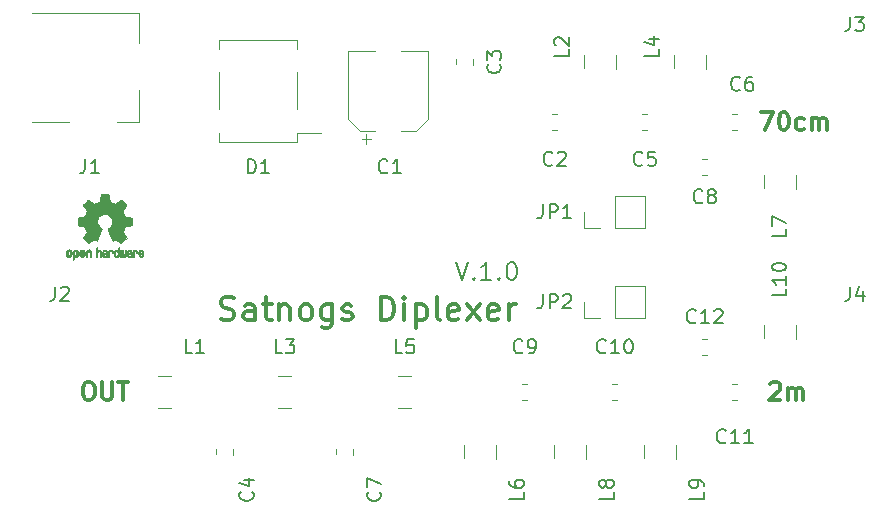
<source format=gto>
G04 #@! TF.GenerationSoftware,KiCad,Pcbnew,(6.0.0-rc1-dev-163-g630631b41)*
G04 #@! TF.CreationDate,2018-08-07T22:42:02+02:00*
G04 #@! TF.ProjectId,diplexer,6469706C657865722E6B696361645F70,rev?*
G04 #@! TF.SameCoordinates,PX7270e00PY29020c0*
G04 #@! TF.FileFunction,Legend,Top*
G04 #@! TF.FilePolarity,Positive*
%FSLAX46Y46*%
G04 Gerber Fmt 4.6, Leading zero omitted, Abs format (unit mm)*
G04 Created by KiCad (PCBNEW (6.0.0-rc1-dev-163-g630631b41)) date Tue Aug  7 22:42:02 2018*
%MOMM*%
%LPD*%
G01*
G04 APERTURE LIST*
%ADD10C,0.300000*%
%ADD11C,0.200000*%
%ADD12C,0.120000*%
%ADD13C,0.150000*%
%ADD14C,0.010000*%
%ADD15R,2.000000X3.900000*%
%ADD16C,0.100000*%
%ADD17C,1.550000*%
%ADD18C,1.825000*%
%ADD19R,3.900000X3.900000*%
%ADD20R,5.480000X2.690000*%
%ADD21R,5.480000X2.820000*%
%ADD22O,2.100000X2.100000*%
%ADD23R,2.100000X2.100000*%
%ADD24R,2.400000X1.900000*%
G04 APERTURE END LIST*
D10*
X6770000Y-33648571D02*
X7055714Y-33648571D01*
X7198571Y-33720000D01*
X7341428Y-33862857D01*
X7412857Y-34148571D01*
X7412857Y-34648571D01*
X7341428Y-34934285D01*
X7198571Y-35077142D01*
X7055714Y-35148571D01*
X6770000Y-35148571D01*
X6627142Y-35077142D01*
X6484285Y-34934285D01*
X6412857Y-34648571D01*
X6412857Y-34148571D01*
X6484285Y-33862857D01*
X6627142Y-33720000D01*
X6770000Y-33648571D01*
X8055714Y-33648571D02*
X8055714Y-34862857D01*
X8127142Y-35005714D01*
X8198571Y-35077142D01*
X8341428Y-35148571D01*
X8627142Y-35148571D01*
X8770000Y-35077142D01*
X8841428Y-35005714D01*
X8912857Y-34862857D01*
X8912857Y-33648571D01*
X9412857Y-33648571D02*
X10270000Y-33648571D01*
X9841428Y-35148571D02*
X9841428Y-33648571D01*
X64626428Y-33791428D02*
X64697857Y-33720000D01*
X64840714Y-33648571D01*
X65197857Y-33648571D01*
X65340714Y-33720000D01*
X65412142Y-33791428D01*
X65483571Y-33934285D01*
X65483571Y-34077142D01*
X65412142Y-34291428D01*
X64555000Y-35148571D01*
X65483571Y-35148571D01*
X66126428Y-35148571D02*
X66126428Y-34148571D01*
X66126428Y-34291428D02*
X66197857Y-34220000D01*
X66340714Y-34148571D01*
X66555000Y-34148571D01*
X66697857Y-34220000D01*
X66769285Y-34362857D01*
X66769285Y-35148571D01*
X66769285Y-34362857D02*
X66840714Y-34220000D01*
X66983571Y-34148571D01*
X67197857Y-34148571D01*
X67340714Y-34220000D01*
X67412142Y-34362857D01*
X67412142Y-35148571D01*
X63832857Y-10788571D02*
X64832857Y-10788571D01*
X64190000Y-12288571D01*
X65690000Y-10788571D02*
X65832857Y-10788571D01*
X65975714Y-10860000D01*
X66047142Y-10931428D01*
X66118571Y-11074285D01*
X66190000Y-11360000D01*
X66190000Y-11717142D01*
X66118571Y-12002857D01*
X66047142Y-12145714D01*
X65975714Y-12217142D01*
X65832857Y-12288571D01*
X65690000Y-12288571D01*
X65547142Y-12217142D01*
X65475714Y-12145714D01*
X65404285Y-12002857D01*
X65332857Y-11717142D01*
X65332857Y-11360000D01*
X65404285Y-11074285D01*
X65475714Y-10931428D01*
X65547142Y-10860000D01*
X65690000Y-10788571D01*
X67475714Y-12217142D02*
X67332857Y-12288571D01*
X67047142Y-12288571D01*
X66904285Y-12217142D01*
X66832857Y-12145714D01*
X66761428Y-12002857D01*
X66761428Y-11574285D01*
X66832857Y-11431428D01*
X66904285Y-11360000D01*
X67047142Y-11288571D01*
X67332857Y-11288571D01*
X67475714Y-11360000D01*
X68118571Y-12288571D02*
X68118571Y-11288571D01*
X68118571Y-11431428D02*
X68190000Y-11360000D01*
X68332857Y-11288571D01*
X68547142Y-11288571D01*
X68690000Y-11360000D01*
X68761428Y-11502857D01*
X68761428Y-12288571D01*
X68761428Y-11502857D02*
X68832857Y-11360000D01*
X68975714Y-11288571D01*
X69190000Y-11288571D01*
X69332857Y-11360000D01*
X69404285Y-11502857D01*
X69404285Y-12288571D01*
D11*
X38012142Y-23488571D02*
X38512142Y-24988571D01*
X39012142Y-23488571D01*
X39512142Y-24845714D02*
X39583571Y-24917142D01*
X39512142Y-24988571D01*
X39440714Y-24917142D01*
X39512142Y-24845714D01*
X39512142Y-24988571D01*
X41012142Y-24988571D02*
X40155000Y-24988571D01*
X40583571Y-24988571D02*
X40583571Y-23488571D01*
X40440714Y-23702857D01*
X40297857Y-23845714D01*
X40155000Y-23917142D01*
X41655000Y-24845714D02*
X41726428Y-24917142D01*
X41655000Y-24988571D01*
X41583571Y-24917142D01*
X41655000Y-24845714D01*
X41655000Y-24988571D01*
X42655000Y-23488571D02*
X42797857Y-23488571D01*
X42940714Y-23560000D01*
X43012142Y-23631428D01*
X43083571Y-23774285D01*
X43155000Y-24060000D01*
X43155000Y-24417142D01*
X43083571Y-24702857D01*
X43012142Y-24845714D01*
X42940714Y-24917142D01*
X42797857Y-24988571D01*
X42655000Y-24988571D01*
X42512142Y-24917142D01*
X42440714Y-24845714D01*
X42369285Y-24702857D01*
X42297857Y-24417142D01*
X42297857Y-24060000D01*
X42369285Y-23774285D01*
X42440714Y-23631428D01*
X42512142Y-23560000D01*
X42655000Y-23488571D01*
D10*
X18114047Y-28294523D02*
X18399761Y-28389761D01*
X18875952Y-28389761D01*
X19066428Y-28294523D01*
X19161666Y-28199285D01*
X19256904Y-28008809D01*
X19256904Y-27818333D01*
X19161666Y-27627857D01*
X19066428Y-27532619D01*
X18875952Y-27437380D01*
X18495000Y-27342142D01*
X18304523Y-27246904D01*
X18209285Y-27151666D01*
X18114047Y-26961190D01*
X18114047Y-26770714D01*
X18209285Y-26580238D01*
X18304523Y-26485000D01*
X18495000Y-26389761D01*
X18971190Y-26389761D01*
X19256904Y-26485000D01*
X20971190Y-28389761D02*
X20971190Y-27342142D01*
X20875952Y-27151666D01*
X20685476Y-27056428D01*
X20304523Y-27056428D01*
X20114047Y-27151666D01*
X20971190Y-28294523D02*
X20780714Y-28389761D01*
X20304523Y-28389761D01*
X20114047Y-28294523D01*
X20018809Y-28104047D01*
X20018809Y-27913571D01*
X20114047Y-27723095D01*
X20304523Y-27627857D01*
X20780714Y-27627857D01*
X20971190Y-27532619D01*
X21637857Y-27056428D02*
X22399761Y-27056428D01*
X21923571Y-26389761D02*
X21923571Y-28104047D01*
X22018809Y-28294523D01*
X22209285Y-28389761D01*
X22399761Y-28389761D01*
X23066428Y-27056428D02*
X23066428Y-28389761D01*
X23066428Y-27246904D02*
X23161666Y-27151666D01*
X23352142Y-27056428D01*
X23637857Y-27056428D01*
X23828333Y-27151666D01*
X23923571Y-27342142D01*
X23923571Y-28389761D01*
X25161666Y-28389761D02*
X24971190Y-28294523D01*
X24875952Y-28199285D01*
X24780714Y-28008809D01*
X24780714Y-27437380D01*
X24875952Y-27246904D01*
X24971190Y-27151666D01*
X25161666Y-27056428D01*
X25447380Y-27056428D01*
X25637857Y-27151666D01*
X25733095Y-27246904D01*
X25828333Y-27437380D01*
X25828333Y-28008809D01*
X25733095Y-28199285D01*
X25637857Y-28294523D01*
X25447380Y-28389761D01*
X25161666Y-28389761D01*
X27542619Y-27056428D02*
X27542619Y-28675476D01*
X27447380Y-28865952D01*
X27352142Y-28961190D01*
X27161666Y-29056428D01*
X26875952Y-29056428D01*
X26685476Y-28961190D01*
X27542619Y-28294523D02*
X27352142Y-28389761D01*
X26971190Y-28389761D01*
X26780714Y-28294523D01*
X26685476Y-28199285D01*
X26590238Y-28008809D01*
X26590238Y-27437380D01*
X26685476Y-27246904D01*
X26780714Y-27151666D01*
X26971190Y-27056428D01*
X27352142Y-27056428D01*
X27542619Y-27151666D01*
X28399761Y-28294523D02*
X28590238Y-28389761D01*
X28971190Y-28389761D01*
X29161666Y-28294523D01*
X29256904Y-28104047D01*
X29256904Y-28008809D01*
X29161666Y-27818333D01*
X28971190Y-27723095D01*
X28685476Y-27723095D01*
X28495000Y-27627857D01*
X28399761Y-27437380D01*
X28399761Y-27342142D01*
X28495000Y-27151666D01*
X28685476Y-27056428D01*
X28971190Y-27056428D01*
X29161666Y-27151666D01*
X31637857Y-28389761D02*
X31637857Y-26389761D01*
X32114047Y-26389761D01*
X32399761Y-26485000D01*
X32590238Y-26675476D01*
X32685476Y-26865952D01*
X32780714Y-27246904D01*
X32780714Y-27532619D01*
X32685476Y-27913571D01*
X32590238Y-28104047D01*
X32399761Y-28294523D01*
X32114047Y-28389761D01*
X31637857Y-28389761D01*
X33637857Y-28389761D02*
X33637857Y-27056428D01*
X33637857Y-26389761D02*
X33542619Y-26485000D01*
X33637857Y-26580238D01*
X33733095Y-26485000D01*
X33637857Y-26389761D01*
X33637857Y-26580238D01*
X34590238Y-27056428D02*
X34590238Y-29056428D01*
X34590238Y-27151666D02*
X34780714Y-27056428D01*
X35161666Y-27056428D01*
X35352142Y-27151666D01*
X35447380Y-27246904D01*
X35542619Y-27437380D01*
X35542619Y-28008809D01*
X35447380Y-28199285D01*
X35352142Y-28294523D01*
X35161666Y-28389761D01*
X34780714Y-28389761D01*
X34590238Y-28294523D01*
X36685476Y-28389761D02*
X36495000Y-28294523D01*
X36399761Y-28104047D01*
X36399761Y-26389761D01*
X38209285Y-28294523D02*
X38018809Y-28389761D01*
X37637857Y-28389761D01*
X37447380Y-28294523D01*
X37352142Y-28104047D01*
X37352142Y-27342142D01*
X37447380Y-27151666D01*
X37637857Y-27056428D01*
X38018809Y-27056428D01*
X38209285Y-27151666D01*
X38304523Y-27342142D01*
X38304523Y-27532619D01*
X37352142Y-27723095D01*
X38971190Y-28389761D02*
X40018809Y-27056428D01*
X38971190Y-27056428D02*
X40018809Y-28389761D01*
X41542619Y-28294523D02*
X41352142Y-28389761D01*
X40971190Y-28389761D01*
X40780714Y-28294523D01*
X40685476Y-28104047D01*
X40685476Y-27342142D01*
X40780714Y-27151666D01*
X40971190Y-27056428D01*
X41352142Y-27056428D01*
X41542619Y-27151666D01*
X41637857Y-27342142D01*
X41637857Y-27532619D01*
X40685476Y-27723095D01*
X42495000Y-28389761D02*
X42495000Y-27056428D01*
X42495000Y-27437380D02*
X42590238Y-27246904D01*
X42685476Y-27151666D01*
X42875952Y-27056428D01*
X43066428Y-27056428D01*
D12*
G04 #@! TO.C,C1*
X35680000Y-5590000D02*
X33330000Y-5590000D01*
X28860000Y-5590000D02*
X31210000Y-5590000D01*
X28860000Y-11345563D02*
X28860000Y-5590000D01*
X35680000Y-11345563D02*
X35680000Y-5590000D01*
X34615563Y-12410000D02*
X33330000Y-12410000D01*
X29924437Y-12410000D02*
X31210000Y-12410000D01*
X29924437Y-12410000D02*
X28860000Y-11345563D01*
X34615563Y-12410000D02*
X35680000Y-11345563D01*
X30422500Y-13437500D02*
X30422500Y-12650000D01*
X30028750Y-13043750D02*
X30816250Y-13043750D01*
G04 #@! TO.C,C2*
X46631252Y-12320000D02*
X46108748Y-12320000D01*
X46631252Y-10900000D02*
X46108748Y-10900000D01*
G04 #@! TO.C,C3*
X39460000Y-6791252D02*
X39460000Y-6268748D01*
X38040000Y-6791252D02*
X38040000Y-6268748D01*
G04 #@! TO.C,C4*
X19140000Y-39288748D02*
X19140000Y-39811252D01*
X17720000Y-39288748D02*
X17720000Y-39811252D01*
G04 #@! TO.C,C5*
X54251252Y-10900000D02*
X53728748Y-10900000D01*
X54251252Y-12320000D02*
X53728748Y-12320000D01*
G04 #@! TO.C,C6*
X61871252Y-12320000D02*
X61348748Y-12320000D01*
X61871252Y-10900000D02*
X61348748Y-10900000D01*
G04 #@! TO.C,C7*
X27880000Y-39288748D02*
X27880000Y-39811252D01*
X29300000Y-39288748D02*
X29300000Y-39811252D01*
G04 #@! TO.C,C8*
X59331252Y-16130000D02*
X58808748Y-16130000D01*
X59331252Y-14710000D02*
X58808748Y-14710000D01*
G04 #@! TO.C,C9*
X44091252Y-33760000D02*
X43568748Y-33760000D01*
X44091252Y-35180000D02*
X43568748Y-35180000D01*
G04 #@! TO.C,C10*
X51711252Y-35180000D02*
X51188748Y-35180000D01*
X51711252Y-33760000D02*
X51188748Y-33760000D01*
G04 #@! TO.C,C11*
X61871252Y-33760000D02*
X61348748Y-33760000D01*
X61871252Y-35180000D02*
X61348748Y-35180000D01*
G04 #@! TO.C,C12*
X59331252Y-31370000D02*
X58808748Y-31370000D01*
X59331252Y-29950000D02*
X58808748Y-29950000D01*
G04 #@! TO.C,L1*
X12747936Y-35830000D02*
X13952064Y-35830000D01*
X12747936Y-33110000D02*
X13952064Y-33110000D01*
G04 #@! TO.C,L2*
X48820000Y-7132064D02*
X48820000Y-5927936D01*
X51540000Y-7132064D02*
X51540000Y-5927936D01*
G04 #@! TO.C,L3*
X22907936Y-35830000D02*
X24112064Y-35830000D01*
X22907936Y-33110000D02*
X24112064Y-33110000D01*
G04 #@! TO.C,L4*
X56440000Y-7132064D02*
X56440000Y-5927936D01*
X59160000Y-7132064D02*
X59160000Y-5927936D01*
G04 #@! TO.C,L5*
X33067936Y-35830000D02*
X34272064Y-35830000D01*
X33067936Y-33110000D02*
X34272064Y-33110000D01*
G04 #@! TO.C,L6*
X41380000Y-38947936D02*
X41380000Y-40152064D01*
X38660000Y-38947936D02*
X38660000Y-40152064D01*
G04 #@! TO.C,L7*
X66780000Y-17292064D02*
X66780000Y-16087936D01*
X64060000Y-17292064D02*
X64060000Y-16087936D01*
G04 #@! TO.C,L8*
X49000000Y-38947936D02*
X49000000Y-40152064D01*
X46280000Y-38947936D02*
X46280000Y-40152064D01*
G04 #@! TO.C,L9*
X53900000Y-38947936D02*
X53900000Y-40152064D01*
X56620000Y-38947936D02*
X56620000Y-40152064D01*
G04 #@! TO.C,L10*
X66780000Y-28787936D02*
X66780000Y-29992064D01*
X64060000Y-28787936D02*
X64060000Y-29992064D01*
G04 #@! TO.C,J1*
X5270000Y-11600000D02*
X1270000Y-11600000D01*
X11170000Y-8900000D02*
X11170000Y-11600000D01*
X11170000Y-11600000D02*
X9270000Y-11600000D01*
X1270000Y-2400000D02*
X11170000Y-2400000D01*
X11170000Y-2400000D02*
X11170000Y-5000000D01*
D13*
X1270000Y-2400000D02*
X1270000Y-11600000D01*
D12*
G04 #@! TO.C,JP2*
X48850000Y-28180000D02*
X48850000Y-26850000D01*
X50180000Y-28180000D02*
X48850000Y-28180000D01*
X51450000Y-28180000D02*
X51450000Y-25520000D01*
X51450000Y-25520000D02*
X54050000Y-25520000D01*
X51450000Y-28180000D02*
X54050000Y-28180000D01*
X54050000Y-28180000D02*
X54050000Y-25520000D01*
G04 #@! TO.C,JP1*
X54050000Y-20560000D02*
X54050000Y-17900000D01*
X51450000Y-20560000D02*
X54050000Y-20560000D01*
X51450000Y-17900000D02*
X54050000Y-17900000D01*
X51450000Y-20560000D02*
X51450000Y-17900000D01*
X50180000Y-20560000D02*
X48850000Y-20560000D01*
X48850000Y-20560000D02*
X48850000Y-19230000D01*
G04 #@! TO.C,D1*
X17968000Y-13318000D02*
X17968000Y-13318000D01*
X17968000Y-12556000D02*
X17968000Y-13318000D01*
X26604000Y-12556000D02*
X26604000Y-12556000D01*
X24572000Y-12556000D02*
X26604000Y-12556000D01*
X24572000Y-13318000D02*
X24572000Y-12556000D01*
X24570000Y-5500000D02*
X24570000Y-4700000D01*
X24570000Y-4700000D02*
X17970000Y-4700000D01*
X17970000Y-4700000D02*
X17970000Y-5500000D01*
X24570000Y-10600000D02*
X24570000Y-7400000D01*
X17970000Y-10600000D02*
X17970000Y-7400000D01*
X24570000Y-13300000D02*
X17970000Y-13300000D01*
D14*
G04 #@! TO.C,REF\002A\002A*
G36*
X8373910Y-17742348D02*
X8452454Y-17742778D01*
X8509298Y-17743942D01*
X8548105Y-17746207D01*
X8572538Y-17749940D01*
X8586262Y-17755506D01*
X8592940Y-17763273D01*
X8596236Y-17773605D01*
X8596556Y-17774943D01*
X8601562Y-17799079D01*
X8610829Y-17846701D01*
X8623392Y-17912741D01*
X8638287Y-17992128D01*
X8654551Y-18079796D01*
X8655119Y-18082875D01*
X8671410Y-18168789D01*
X8686652Y-18244696D01*
X8699861Y-18306045D01*
X8710054Y-18348282D01*
X8716248Y-18366855D01*
X8716543Y-18367184D01*
X8734788Y-18376253D01*
X8772405Y-18391367D01*
X8821271Y-18409262D01*
X8821543Y-18409358D01*
X8883093Y-18432493D01*
X8955657Y-18461965D01*
X9024057Y-18491597D01*
X9027294Y-18493062D01*
X9138702Y-18543626D01*
X9385399Y-18375160D01*
X9461077Y-18323803D01*
X9529631Y-18277889D01*
X9587088Y-18240030D01*
X9629476Y-18212837D01*
X9652825Y-18198921D01*
X9655042Y-18197889D01*
X9672010Y-18202484D01*
X9703701Y-18224655D01*
X9751352Y-18265447D01*
X9816198Y-18325905D01*
X9882397Y-18390227D01*
X9946214Y-18453612D01*
X10003329Y-18511451D01*
X10050305Y-18560175D01*
X10083703Y-18596210D01*
X10100085Y-18615984D01*
X10100694Y-18617002D01*
X10102505Y-18630572D01*
X10095683Y-18652733D01*
X10078540Y-18686478D01*
X10049393Y-18734800D01*
X10006555Y-18800692D01*
X9949448Y-18885517D01*
X9898766Y-18960177D01*
X9853461Y-19027140D01*
X9816150Y-19082516D01*
X9789452Y-19122420D01*
X9775985Y-19142962D01*
X9775137Y-19144356D01*
X9776781Y-19164038D01*
X9789245Y-19202293D01*
X9810048Y-19251889D01*
X9817462Y-19267728D01*
X9849814Y-19338290D01*
X9884328Y-19418353D01*
X9912365Y-19487629D01*
X9932568Y-19539045D01*
X9948615Y-19578119D01*
X9957888Y-19598541D01*
X9959041Y-19600114D01*
X9976096Y-19602721D01*
X10016298Y-19609863D01*
X10074302Y-19620523D01*
X10144763Y-19633685D01*
X10222335Y-19648333D01*
X10301672Y-19663449D01*
X10377431Y-19678018D01*
X10444264Y-19691022D01*
X10496828Y-19701445D01*
X10529776Y-19708270D01*
X10537857Y-19710199D01*
X10546205Y-19714962D01*
X10552506Y-19725718D01*
X10557045Y-19746098D01*
X10560104Y-19779734D01*
X10561967Y-19830255D01*
X10562918Y-19901292D01*
X10563240Y-19996476D01*
X10563257Y-20035492D01*
X10563257Y-20352799D01*
X10487057Y-20367839D01*
X10444663Y-20375995D01*
X10381400Y-20387899D01*
X10304962Y-20402116D01*
X10223043Y-20417210D01*
X10200400Y-20421355D01*
X10124806Y-20436053D01*
X10058953Y-20450505D01*
X10008366Y-20463375D01*
X9978574Y-20473322D01*
X9973612Y-20476287D01*
X9961426Y-20497283D01*
X9943953Y-20537967D01*
X9924577Y-20590322D01*
X9920734Y-20601600D01*
X9895339Y-20671523D01*
X9863817Y-20750418D01*
X9832969Y-20821266D01*
X9832817Y-20821595D01*
X9781447Y-20932733D01*
X9950399Y-21181253D01*
X10119352Y-21429772D01*
X9902429Y-21647058D01*
X9836819Y-21711726D01*
X9776979Y-21768733D01*
X9726267Y-21815033D01*
X9688046Y-21847584D01*
X9665675Y-21863343D01*
X9662466Y-21864343D01*
X9643626Y-21856469D01*
X9605180Y-21834578D01*
X9551330Y-21801267D01*
X9486276Y-21759131D01*
X9415940Y-21711943D01*
X9344555Y-21663810D01*
X9280908Y-21621928D01*
X9229041Y-21588871D01*
X9192995Y-21567218D01*
X9176867Y-21559543D01*
X9157189Y-21566037D01*
X9119875Y-21583150D01*
X9072621Y-21607326D01*
X9067612Y-21610013D01*
X9003977Y-21641927D01*
X8960341Y-21657579D01*
X8933202Y-21657745D01*
X8919057Y-21643204D01*
X8918975Y-21643000D01*
X8911905Y-21625779D01*
X8895042Y-21584899D01*
X8869695Y-21523525D01*
X8837171Y-21444819D01*
X8798778Y-21351947D01*
X8755822Y-21248072D01*
X8714222Y-21147502D01*
X8668504Y-21036516D01*
X8626526Y-20933703D01*
X8589548Y-20842215D01*
X8558827Y-20765201D01*
X8535622Y-20705815D01*
X8521190Y-20667209D01*
X8516743Y-20652800D01*
X8527896Y-20636272D01*
X8557069Y-20609930D01*
X8595971Y-20580887D01*
X8706757Y-20489039D01*
X8793351Y-20383759D01*
X8854716Y-20267266D01*
X8889815Y-20141776D01*
X8897608Y-20009507D01*
X8891943Y-19948457D01*
X8861078Y-19821795D01*
X8807920Y-19709941D01*
X8735767Y-19614001D01*
X8647917Y-19535076D01*
X8547665Y-19474270D01*
X8438310Y-19432687D01*
X8323147Y-19411428D01*
X8205475Y-19411599D01*
X8088590Y-19434301D01*
X7975789Y-19480638D01*
X7870369Y-19551713D01*
X7826368Y-19591911D01*
X7741979Y-19695129D01*
X7683222Y-19807925D01*
X7649704Y-19927010D01*
X7641035Y-20049095D01*
X7656823Y-20170893D01*
X7696678Y-20289116D01*
X7760207Y-20400475D01*
X7847021Y-20501684D01*
X7944029Y-20580887D01*
X7984437Y-20611162D01*
X8012982Y-20637219D01*
X8023257Y-20652825D01*
X8017877Y-20669843D01*
X8002575Y-20710500D01*
X7978612Y-20771642D01*
X7947244Y-20850119D01*
X7909732Y-20942780D01*
X7867333Y-21046472D01*
X7825663Y-21147526D01*
X7779690Y-21258607D01*
X7737107Y-21361541D01*
X7699221Y-21453165D01*
X7667340Y-21530316D01*
X7642771Y-21589831D01*
X7626820Y-21628544D01*
X7620910Y-21643000D01*
X7606948Y-21657685D01*
X7579940Y-21657642D01*
X7536413Y-21642099D01*
X7472890Y-21610284D01*
X7472388Y-21610013D01*
X7424560Y-21585323D01*
X7385897Y-21567338D01*
X7364095Y-21559614D01*
X7363133Y-21559543D01*
X7346721Y-21567378D01*
X7310487Y-21589165D01*
X7258474Y-21622328D01*
X7194725Y-21664291D01*
X7124060Y-21711943D01*
X7052116Y-21760191D01*
X6987274Y-21802151D01*
X6933735Y-21835227D01*
X6895697Y-21856821D01*
X6877533Y-21864343D01*
X6860808Y-21854457D01*
X6827180Y-21826826D01*
X6780010Y-21784495D01*
X6722658Y-21730505D01*
X6658484Y-21667899D01*
X6637497Y-21646983D01*
X6420499Y-21429623D01*
X6585668Y-21187220D01*
X6635864Y-21112781D01*
X6679919Y-21045972D01*
X6715362Y-20990665D01*
X6739719Y-20950729D01*
X6750522Y-20930036D01*
X6750838Y-20928563D01*
X6745143Y-20909058D01*
X6729826Y-20869822D01*
X6707537Y-20817430D01*
X6691893Y-20782355D01*
X6662641Y-20715201D01*
X6635094Y-20647358D01*
X6613737Y-20590034D01*
X6607935Y-20572572D01*
X6591452Y-20525938D01*
X6575340Y-20489905D01*
X6566490Y-20476287D01*
X6546960Y-20467952D01*
X6504334Y-20456137D01*
X6444145Y-20442181D01*
X6371922Y-20427422D01*
X6339600Y-20421355D01*
X6257522Y-20406273D01*
X6178795Y-20391669D01*
X6111109Y-20378980D01*
X6062160Y-20369642D01*
X6052943Y-20367839D01*
X5976743Y-20352799D01*
X5976743Y-20035492D01*
X5976914Y-19931154D01*
X5977616Y-19852213D01*
X5979134Y-19795038D01*
X5981749Y-19755999D01*
X5985746Y-19731465D01*
X5991409Y-19717805D01*
X5999020Y-19711389D01*
X6002143Y-19710199D01*
X6020978Y-19705980D01*
X6062588Y-19697562D01*
X6121630Y-19685961D01*
X6192757Y-19672195D01*
X6270625Y-19657280D01*
X6349887Y-19642232D01*
X6425198Y-19628069D01*
X6491213Y-19615806D01*
X6542587Y-19606461D01*
X6573975Y-19601050D01*
X6580959Y-19600114D01*
X6587285Y-19587596D01*
X6601290Y-19554246D01*
X6620355Y-19506377D01*
X6627634Y-19487629D01*
X6656996Y-19415195D01*
X6691571Y-19335170D01*
X6722537Y-19267728D01*
X6745323Y-19216159D01*
X6760482Y-19173785D01*
X6765542Y-19147834D01*
X6764736Y-19144356D01*
X6754041Y-19127936D01*
X6729620Y-19091417D01*
X6694095Y-19038687D01*
X6650087Y-18973635D01*
X6600217Y-18900151D01*
X6590356Y-18885645D01*
X6532492Y-18799704D01*
X6489956Y-18734261D01*
X6461054Y-18686304D01*
X6444090Y-18652820D01*
X6437367Y-18630795D01*
X6439190Y-18617217D01*
X6439236Y-18617131D01*
X6453586Y-18599297D01*
X6485323Y-18564817D01*
X6531010Y-18517268D01*
X6587204Y-18460222D01*
X6650468Y-18397255D01*
X6657602Y-18390227D01*
X6737330Y-18313020D01*
X6798857Y-18256330D01*
X6843421Y-18219110D01*
X6872257Y-18200315D01*
X6884958Y-18197889D01*
X6903494Y-18208471D01*
X6941961Y-18232916D01*
X6996386Y-18268612D01*
X7062798Y-18312947D01*
X7137225Y-18363311D01*
X7154601Y-18375160D01*
X7401297Y-18543626D01*
X7512706Y-18493062D01*
X7580457Y-18463595D01*
X7653183Y-18433959D01*
X7715703Y-18410330D01*
X7718457Y-18409358D01*
X7767360Y-18391457D01*
X7805057Y-18376320D01*
X7823425Y-18367210D01*
X7823456Y-18367184D01*
X7829285Y-18350717D01*
X7839192Y-18310219D01*
X7852195Y-18250242D01*
X7867309Y-18175340D01*
X7883552Y-18090064D01*
X7884881Y-18082875D01*
X7901175Y-17995014D01*
X7916133Y-17915260D01*
X7928791Y-17848681D01*
X7938186Y-17800347D01*
X7943354Y-17775325D01*
X7943444Y-17774943D01*
X7946589Y-17764299D01*
X7952704Y-17756262D01*
X7965453Y-17750467D01*
X7988500Y-17746547D01*
X8025509Y-17744135D01*
X8080144Y-17742865D01*
X8156067Y-17742371D01*
X8256944Y-17742286D01*
X8270000Y-17742286D01*
X8373910Y-17742348D01*
X8373910Y-17742348D01*
G37*
X8373910Y-17742348D02*
X8452454Y-17742778D01*
X8509298Y-17743942D01*
X8548105Y-17746207D01*
X8572538Y-17749940D01*
X8586262Y-17755506D01*
X8592940Y-17763273D01*
X8596236Y-17773605D01*
X8596556Y-17774943D01*
X8601562Y-17799079D01*
X8610829Y-17846701D01*
X8623392Y-17912741D01*
X8638287Y-17992128D01*
X8654551Y-18079796D01*
X8655119Y-18082875D01*
X8671410Y-18168789D01*
X8686652Y-18244696D01*
X8699861Y-18306045D01*
X8710054Y-18348282D01*
X8716248Y-18366855D01*
X8716543Y-18367184D01*
X8734788Y-18376253D01*
X8772405Y-18391367D01*
X8821271Y-18409262D01*
X8821543Y-18409358D01*
X8883093Y-18432493D01*
X8955657Y-18461965D01*
X9024057Y-18491597D01*
X9027294Y-18493062D01*
X9138702Y-18543626D01*
X9385399Y-18375160D01*
X9461077Y-18323803D01*
X9529631Y-18277889D01*
X9587088Y-18240030D01*
X9629476Y-18212837D01*
X9652825Y-18198921D01*
X9655042Y-18197889D01*
X9672010Y-18202484D01*
X9703701Y-18224655D01*
X9751352Y-18265447D01*
X9816198Y-18325905D01*
X9882397Y-18390227D01*
X9946214Y-18453612D01*
X10003329Y-18511451D01*
X10050305Y-18560175D01*
X10083703Y-18596210D01*
X10100085Y-18615984D01*
X10100694Y-18617002D01*
X10102505Y-18630572D01*
X10095683Y-18652733D01*
X10078540Y-18686478D01*
X10049393Y-18734800D01*
X10006555Y-18800692D01*
X9949448Y-18885517D01*
X9898766Y-18960177D01*
X9853461Y-19027140D01*
X9816150Y-19082516D01*
X9789452Y-19122420D01*
X9775985Y-19142962D01*
X9775137Y-19144356D01*
X9776781Y-19164038D01*
X9789245Y-19202293D01*
X9810048Y-19251889D01*
X9817462Y-19267728D01*
X9849814Y-19338290D01*
X9884328Y-19418353D01*
X9912365Y-19487629D01*
X9932568Y-19539045D01*
X9948615Y-19578119D01*
X9957888Y-19598541D01*
X9959041Y-19600114D01*
X9976096Y-19602721D01*
X10016298Y-19609863D01*
X10074302Y-19620523D01*
X10144763Y-19633685D01*
X10222335Y-19648333D01*
X10301672Y-19663449D01*
X10377431Y-19678018D01*
X10444264Y-19691022D01*
X10496828Y-19701445D01*
X10529776Y-19708270D01*
X10537857Y-19710199D01*
X10546205Y-19714962D01*
X10552506Y-19725718D01*
X10557045Y-19746098D01*
X10560104Y-19779734D01*
X10561967Y-19830255D01*
X10562918Y-19901292D01*
X10563240Y-19996476D01*
X10563257Y-20035492D01*
X10563257Y-20352799D01*
X10487057Y-20367839D01*
X10444663Y-20375995D01*
X10381400Y-20387899D01*
X10304962Y-20402116D01*
X10223043Y-20417210D01*
X10200400Y-20421355D01*
X10124806Y-20436053D01*
X10058953Y-20450505D01*
X10008366Y-20463375D01*
X9978574Y-20473322D01*
X9973612Y-20476287D01*
X9961426Y-20497283D01*
X9943953Y-20537967D01*
X9924577Y-20590322D01*
X9920734Y-20601600D01*
X9895339Y-20671523D01*
X9863817Y-20750418D01*
X9832969Y-20821266D01*
X9832817Y-20821595D01*
X9781447Y-20932733D01*
X9950399Y-21181253D01*
X10119352Y-21429772D01*
X9902429Y-21647058D01*
X9836819Y-21711726D01*
X9776979Y-21768733D01*
X9726267Y-21815033D01*
X9688046Y-21847584D01*
X9665675Y-21863343D01*
X9662466Y-21864343D01*
X9643626Y-21856469D01*
X9605180Y-21834578D01*
X9551330Y-21801267D01*
X9486276Y-21759131D01*
X9415940Y-21711943D01*
X9344555Y-21663810D01*
X9280908Y-21621928D01*
X9229041Y-21588871D01*
X9192995Y-21567218D01*
X9176867Y-21559543D01*
X9157189Y-21566037D01*
X9119875Y-21583150D01*
X9072621Y-21607326D01*
X9067612Y-21610013D01*
X9003977Y-21641927D01*
X8960341Y-21657579D01*
X8933202Y-21657745D01*
X8919057Y-21643204D01*
X8918975Y-21643000D01*
X8911905Y-21625779D01*
X8895042Y-21584899D01*
X8869695Y-21523525D01*
X8837171Y-21444819D01*
X8798778Y-21351947D01*
X8755822Y-21248072D01*
X8714222Y-21147502D01*
X8668504Y-21036516D01*
X8626526Y-20933703D01*
X8589548Y-20842215D01*
X8558827Y-20765201D01*
X8535622Y-20705815D01*
X8521190Y-20667209D01*
X8516743Y-20652800D01*
X8527896Y-20636272D01*
X8557069Y-20609930D01*
X8595971Y-20580887D01*
X8706757Y-20489039D01*
X8793351Y-20383759D01*
X8854716Y-20267266D01*
X8889815Y-20141776D01*
X8897608Y-20009507D01*
X8891943Y-19948457D01*
X8861078Y-19821795D01*
X8807920Y-19709941D01*
X8735767Y-19614001D01*
X8647917Y-19535076D01*
X8547665Y-19474270D01*
X8438310Y-19432687D01*
X8323147Y-19411428D01*
X8205475Y-19411599D01*
X8088590Y-19434301D01*
X7975789Y-19480638D01*
X7870369Y-19551713D01*
X7826368Y-19591911D01*
X7741979Y-19695129D01*
X7683222Y-19807925D01*
X7649704Y-19927010D01*
X7641035Y-20049095D01*
X7656823Y-20170893D01*
X7696678Y-20289116D01*
X7760207Y-20400475D01*
X7847021Y-20501684D01*
X7944029Y-20580887D01*
X7984437Y-20611162D01*
X8012982Y-20637219D01*
X8023257Y-20652825D01*
X8017877Y-20669843D01*
X8002575Y-20710500D01*
X7978612Y-20771642D01*
X7947244Y-20850119D01*
X7909732Y-20942780D01*
X7867333Y-21046472D01*
X7825663Y-21147526D01*
X7779690Y-21258607D01*
X7737107Y-21361541D01*
X7699221Y-21453165D01*
X7667340Y-21530316D01*
X7642771Y-21589831D01*
X7626820Y-21628544D01*
X7620910Y-21643000D01*
X7606948Y-21657685D01*
X7579940Y-21657642D01*
X7536413Y-21642099D01*
X7472890Y-21610284D01*
X7472388Y-21610013D01*
X7424560Y-21585323D01*
X7385897Y-21567338D01*
X7364095Y-21559614D01*
X7363133Y-21559543D01*
X7346721Y-21567378D01*
X7310487Y-21589165D01*
X7258474Y-21622328D01*
X7194725Y-21664291D01*
X7124060Y-21711943D01*
X7052116Y-21760191D01*
X6987274Y-21802151D01*
X6933735Y-21835227D01*
X6895697Y-21856821D01*
X6877533Y-21864343D01*
X6860808Y-21854457D01*
X6827180Y-21826826D01*
X6780010Y-21784495D01*
X6722658Y-21730505D01*
X6658484Y-21667899D01*
X6637497Y-21646983D01*
X6420499Y-21429623D01*
X6585668Y-21187220D01*
X6635864Y-21112781D01*
X6679919Y-21045972D01*
X6715362Y-20990665D01*
X6739719Y-20950729D01*
X6750522Y-20930036D01*
X6750838Y-20928563D01*
X6745143Y-20909058D01*
X6729826Y-20869822D01*
X6707537Y-20817430D01*
X6691893Y-20782355D01*
X6662641Y-20715201D01*
X6635094Y-20647358D01*
X6613737Y-20590034D01*
X6607935Y-20572572D01*
X6591452Y-20525938D01*
X6575340Y-20489905D01*
X6566490Y-20476287D01*
X6546960Y-20467952D01*
X6504334Y-20456137D01*
X6444145Y-20442181D01*
X6371922Y-20427422D01*
X6339600Y-20421355D01*
X6257522Y-20406273D01*
X6178795Y-20391669D01*
X6111109Y-20378980D01*
X6062160Y-20369642D01*
X6052943Y-20367839D01*
X5976743Y-20352799D01*
X5976743Y-20035492D01*
X5976914Y-19931154D01*
X5977616Y-19852213D01*
X5979134Y-19795038D01*
X5981749Y-19755999D01*
X5985746Y-19731465D01*
X5991409Y-19717805D01*
X5999020Y-19711389D01*
X6002143Y-19710199D01*
X6020978Y-19705980D01*
X6062588Y-19697562D01*
X6121630Y-19685961D01*
X6192757Y-19672195D01*
X6270625Y-19657280D01*
X6349887Y-19642232D01*
X6425198Y-19628069D01*
X6491213Y-19615806D01*
X6542587Y-19606461D01*
X6573975Y-19601050D01*
X6580959Y-19600114D01*
X6587285Y-19587596D01*
X6601290Y-19554246D01*
X6620355Y-19506377D01*
X6627634Y-19487629D01*
X6656996Y-19415195D01*
X6691571Y-19335170D01*
X6722537Y-19267728D01*
X6745323Y-19216159D01*
X6760482Y-19173785D01*
X6765542Y-19147834D01*
X6764736Y-19144356D01*
X6754041Y-19127936D01*
X6729620Y-19091417D01*
X6694095Y-19038687D01*
X6650087Y-18973635D01*
X6600217Y-18900151D01*
X6590356Y-18885645D01*
X6532492Y-18799704D01*
X6489956Y-18734261D01*
X6461054Y-18686304D01*
X6444090Y-18652820D01*
X6437367Y-18630795D01*
X6439190Y-18617217D01*
X6439236Y-18617131D01*
X6453586Y-18599297D01*
X6485323Y-18564817D01*
X6531010Y-18517268D01*
X6587204Y-18460222D01*
X6650468Y-18397255D01*
X6657602Y-18390227D01*
X6737330Y-18313020D01*
X6798857Y-18256330D01*
X6843421Y-18219110D01*
X6872257Y-18200315D01*
X6884958Y-18197889D01*
X6903494Y-18208471D01*
X6941961Y-18232916D01*
X6996386Y-18268612D01*
X7062798Y-18312947D01*
X7137225Y-18363311D01*
X7154601Y-18375160D01*
X7401297Y-18543626D01*
X7512706Y-18493062D01*
X7580457Y-18463595D01*
X7653183Y-18433959D01*
X7715703Y-18410330D01*
X7718457Y-18409358D01*
X7767360Y-18391457D01*
X7805057Y-18376320D01*
X7823425Y-18367210D01*
X7823456Y-18367184D01*
X7829285Y-18350717D01*
X7839192Y-18310219D01*
X7852195Y-18250242D01*
X7867309Y-18175340D01*
X7883552Y-18090064D01*
X7884881Y-18082875D01*
X7901175Y-17995014D01*
X7916133Y-17915260D01*
X7928791Y-17848681D01*
X7938186Y-17800347D01*
X7943354Y-17775325D01*
X7943444Y-17774943D01*
X7946589Y-17764299D01*
X7952704Y-17756262D01*
X7965453Y-17750467D01*
X7988500Y-17746547D01*
X8025509Y-17744135D01*
X8080144Y-17742865D01*
X8156067Y-17742371D01*
X8256944Y-17742286D01*
X8270000Y-17742286D01*
X8373910Y-17742348D01*
G36*
X11423595Y-22466966D02*
X11481021Y-22504497D01*
X11508719Y-22538096D01*
X11530662Y-22599064D01*
X11532405Y-22647308D01*
X11528457Y-22711816D01*
X11379686Y-22776934D01*
X11307349Y-22810202D01*
X11260084Y-22836964D01*
X11235507Y-22860144D01*
X11231237Y-22882667D01*
X11244889Y-22907455D01*
X11259943Y-22923886D01*
X11303746Y-22950235D01*
X11351389Y-22952081D01*
X11395145Y-22931546D01*
X11427289Y-22890752D01*
X11433038Y-22876347D01*
X11460576Y-22831356D01*
X11492258Y-22812182D01*
X11535714Y-22795779D01*
X11535714Y-22857966D01*
X11531872Y-22900283D01*
X11516823Y-22935969D01*
X11485280Y-22976943D01*
X11480592Y-22982267D01*
X11445506Y-23018720D01*
X11415347Y-23038283D01*
X11377615Y-23047283D01*
X11346335Y-23050230D01*
X11290385Y-23050965D01*
X11250555Y-23041660D01*
X11225708Y-23027846D01*
X11186656Y-22997467D01*
X11159625Y-22964613D01*
X11142517Y-22923294D01*
X11133238Y-22867521D01*
X11129693Y-22791305D01*
X11129410Y-22752622D01*
X11130372Y-22706247D01*
X11218007Y-22706247D01*
X11219023Y-22731126D01*
X11221556Y-22735200D01*
X11238274Y-22729665D01*
X11274249Y-22715017D01*
X11322331Y-22694190D01*
X11332386Y-22689714D01*
X11393152Y-22658814D01*
X11426632Y-22631657D01*
X11433990Y-22606220D01*
X11416391Y-22580481D01*
X11401856Y-22569109D01*
X11349410Y-22546364D01*
X11300322Y-22550122D01*
X11259227Y-22577884D01*
X11230758Y-22627152D01*
X11221631Y-22666257D01*
X11218007Y-22706247D01*
X11130372Y-22706247D01*
X11131285Y-22662249D01*
X11138196Y-22595384D01*
X11151884Y-22546695D01*
X11174096Y-22510849D01*
X11206574Y-22482513D01*
X11220733Y-22473355D01*
X11285053Y-22449507D01*
X11355473Y-22448006D01*
X11423595Y-22466966D01*
X11423595Y-22466966D01*
G37*
X11423595Y-22466966D02*
X11481021Y-22504497D01*
X11508719Y-22538096D01*
X11530662Y-22599064D01*
X11532405Y-22647308D01*
X11528457Y-22711816D01*
X11379686Y-22776934D01*
X11307349Y-22810202D01*
X11260084Y-22836964D01*
X11235507Y-22860144D01*
X11231237Y-22882667D01*
X11244889Y-22907455D01*
X11259943Y-22923886D01*
X11303746Y-22950235D01*
X11351389Y-22952081D01*
X11395145Y-22931546D01*
X11427289Y-22890752D01*
X11433038Y-22876347D01*
X11460576Y-22831356D01*
X11492258Y-22812182D01*
X11535714Y-22795779D01*
X11535714Y-22857966D01*
X11531872Y-22900283D01*
X11516823Y-22935969D01*
X11485280Y-22976943D01*
X11480592Y-22982267D01*
X11445506Y-23018720D01*
X11415347Y-23038283D01*
X11377615Y-23047283D01*
X11346335Y-23050230D01*
X11290385Y-23050965D01*
X11250555Y-23041660D01*
X11225708Y-23027846D01*
X11186656Y-22997467D01*
X11159625Y-22964613D01*
X11142517Y-22923294D01*
X11133238Y-22867521D01*
X11129693Y-22791305D01*
X11129410Y-22752622D01*
X11130372Y-22706247D01*
X11218007Y-22706247D01*
X11219023Y-22731126D01*
X11221556Y-22735200D01*
X11238274Y-22729665D01*
X11274249Y-22715017D01*
X11322331Y-22694190D01*
X11332386Y-22689714D01*
X11393152Y-22658814D01*
X11426632Y-22631657D01*
X11433990Y-22606220D01*
X11416391Y-22580481D01*
X11401856Y-22569109D01*
X11349410Y-22546364D01*
X11300322Y-22550122D01*
X11259227Y-22577884D01*
X11230758Y-22627152D01*
X11221631Y-22666257D01*
X11218007Y-22706247D01*
X11130372Y-22706247D01*
X11131285Y-22662249D01*
X11138196Y-22595384D01*
X11151884Y-22546695D01*
X11174096Y-22510849D01*
X11206574Y-22482513D01*
X11220733Y-22473355D01*
X11285053Y-22449507D01*
X11355473Y-22448006D01*
X11423595Y-22466966D01*
G36*
X10922600Y-22458752D02*
X10939948Y-22466334D01*
X10981356Y-22499128D01*
X11016765Y-22546547D01*
X11038664Y-22597151D01*
X11042229Y-22622098D01*
X11030279Y-22656927D01*
X11004067Y-22675357D01*
X10975964Y-22686516D01*
X10963095Y-22688572D01*
X10956829Y-22673649D01*
X10944456Y-22641175D01*
X10939028Y-22626502D01*
X10908590Y-22575744D01*
X10864520Y-22550427D01*
X10808010Y-22551206D01*
X10803825Y-22552203D01*
X10773655Y-22566507D01*
X10751476Y-22594393D01*
X10736327Y-22639287D01*
X10727250Y-22704615D01*
X10723286Y-22793804D01*
X10722914Y-22841261D01*
X10722730Y-22916071D01*
X10721522Y-22967069D01*
X10718309Y-22999471D01*
X10712109Y-23018495D01*
X10701940Y-23029356D01*
X10686819Y-23037272D01*
X10685946Y-23037670D01*
X10656828Y-23049981D01*
X10642403Y-23054514D01*
X10640186Y-23040809D01*
X10638289Y-23002925D01*
X10636847Y-22945715D01*
X10635998Y-22874027D01*
X10635829Y-22821565D01*
X10636692Y-22720047D01*
X10640070Y-22643032D01*
X10647142Y-22586023D01*
X10659088Y-22544526D01*
X10677090Y-22514043D01*
X10702327Y-22490080D01*
X10727247Y-22473355D01*
X10787171Y-22451097D01*
X10856911Y-22446076D01*
X10922600Y-22458752D01*
X10922600Y-22458752D01*
G37*
X10922600Y-22458752D02*
X10939948Y-22466334D01*
X10981356Y-22499128D01*
X11016765Y-22546547D01*
X11038664Y-22597151D01*
X11042229Y-22622098D01*
X11030279Y-22656927D01*
X11004067Y-22675357D01*
X10975964Y-22686516D01*
X10963095Y-22688572D01*
X10956829Y-22673649D01*
X10944456Y-22641175D01*
X10939028Y-22626502D01*
X10908590Y-22575744D01*
X10864520Y-22550427D01*
X10808010Y-22551206D01*
X10803825Y-22552203D01*
X10773655Y-22566507D01*
X10751476Y-22594393D01*
X10736327Y-22639287D01*
X10727250Y-22704615D01*
X10723286Y-22793804D01*
X10722914Y-22841261D01*
X10722730Y-22916071D01*
X10721522Y-22967069D01*
X10718309Y-22999471D01*
X10712109Y-23018495D01*
X10701940Y-23029356D01*
X10686819Y-23037272D01*
X10685946Y-23037670D01*
X10656828Y-23049981D01*
X10642403Y-23054514D01*
X10640186Y-23040809D01*
X10638289Y-23002925D01*
X10636847Y-22945715D01*
X10635998Y-22874027D01*
X10635829Y-22821565D01*
X10636692Y-22720047D01*
X10640070Y-22643032D01*
X10647142Y-22586023D01*
X10659088Y-22544526D01*
X10677090Y-22514043D01*
X10702327Y-22490080D01*
X10727247Y-22473355D01*
X10787171Y-22451097D01*
X10856911Y-22446076D01*
X10922600Y-22458752D01*
G36*
X10414876Y-22456335D02*
X10456667Y-22475344D01*
X10489469Y-22498378D01*
X10513503Y-22524133D01*
X10530097Y-22557358D01*
X10540577Y-22602800D01*
X10546271Y-22665207D01*
X10548507Y-22749327D01*
X10548743Y-22804721D01*
X10548743Y-23020826D01*
X10511774Y-23037670D01*
X10482656Y-23049981D01*
X10468231Y-23054514D01*
X10465472Y-23041025D01*
X10463282Y-23004653D01*
X10461942Y-22951542D01*
X10461657Y-22909372D01*
X10460434Y-22848447D01*
X10457136Y-22800115D01*
X10452321Y-22770518D01*
X10448496Y-22764229D01*
X10422783Y-22770652D01*
X10382418Y-22787125D01*
X10335679Y-22809458D01*
X10290845Y-22833457D01*
X10256193Y-22854930D01*
X10240002Y-22869685D01*
X10239938Y-22869845D01*
X10241330Y-22897152D01*
X10253818Y-22923219D01*
X10275743Y-22944392D01*
X10307743Y-22951474D01*
X10335092Y-22950649D01*
X10373826Y-22950042D01*
X10394158Y-22959116D01*
X10406369Y-22983092D01*
X10407909Y-22987613D01*
X10413203Y-23021806D01*
X10399047Y-23042568D01*
X10362148Y-23052462D01*
X10322289Y-23054292D01*
X10250562Y-23040727D01*
X10213432Y-23021355D01*
X10167576Y-22975845D01*
X10143256Y-22919983D01*
X10141073Y-22860957D01*
X10161629Y-22805953D01*
X10192549Y-22771486D01*
X10223420Y-22752189D01*
X10271942Y-22727759D01*
X10328485Y-22702985D01*
X10337910Y-22699199D01*
X10400019Y-22671791D01*
X10435822Y-22647634D01*
X10447337Y-22623619D01*
X10436580Y-22596635D01*
X10418114Y-22575543D01*
X10374469Y-22549572D01*
X10326446Y-22547624D01*
X10282406Y-22567637D01*
X10250709Y-22607551D01*
X10246549Y-22617848D01*
X10222327Y-22655724D01*
X10186965Y-22683842D01*
X10142343Y-22706917D01*
X10142343Y-22641485D01*
X10144969Y-22601506D01*
X10156230Y-22569997D01*
X10181199Y-22536378D01*
X10205169Y-22510484D01*
X10242441Y-22473817D01*
X10271401Y-22454121D01*
X10302505Y-22446220D01*
X10337713Y-22444914D01*
X10414876Y-22456335D01*
X10414876Y-22456335D01*
G37*
X10414876Y-22456335D02*
X10456667Y-22475344D01*
X10489469Y-22498378D01*
X10513503Y-22524133D01*
X10530097Y-22557358D01*
X10540577Y-22602800D01*
X10546271Y-22665207D01*
X10548507Y-22749327D01*
X10548743Y-22804721D01*
X10548743Y-23020826D01*
X10511774Y-23037670D01*
X10482656Y-23049981D01*
X10468231Y-23054514D01*
X10465472Y-23041025D01*
X10463282Y-23004653D01*
X10461942Y-22951542D01*
X10461657Y-22909372D01*
X10460434Y-22848447D01*
X10457136Y-22800115D01*
X10452321Y-22770518D01*
X10448496Y-22764229D01*
X10422783Y-22770652D01*
X10382418Y-22787125D01*
X10335679Y-22809458D01*
X10290845Y-22833457D01*
X10256193Y-22854930D01*
X10240002Y-22869685D01*
X10239938Y-22869845D01*
X10241330Y-22897152D01*
X10253818Y-22923219D01*
X10275743Y-22944392D01*
X10307743Y-22951474D01*
X10335092Y-22950649D01*
X10373826Y-22950042D01*
X10394158Y-22959116D01*
X10406369Y-22983092D01*
X10407909Y-22987613D01*
X10413203Y-23021806D01*
X10399047Y-23042568D01*
X10362148Y-23052462D01*
X10322289Y-23054292D01*
X10250562Y-23040727D01*
X10213432Y-23021355D01*
X10167576Y-22975845D01*
X10143256Y-22919983D01*
X10141073Y-22860957D01*
X10161629Y-22805953D01*
X10192549Y-22771486D01*
X10223420Y-22752189D01*
X10271942Y-22727759D01*
X10328485Y-22702985D01*
X10337910Y-22699199D01*
X10400019Y-22671791D01*
X10435822Y-22647634D01*
X10447337Y-22623619D01*
X10436580Y-22596635D01*
X10418114Y-22575543D01*
X10374469Y-22549572D01*
X10326446Y-22547624D01*
X10282406Y-22567637D01*
X10250709Y-22607551D01*
X10246549Y-22617848D01*
X10222327Y-22655724D01*
X10186965Y-22683842D01*
X10142343Y-22706917D01*
X10142343Y-22641485D01*
X10144969Y-22601506D01*
X10156230Y-22569997D01*
X10181199Y-22536378D01*
X10205169Y-22510484D01*
X10242441Y-22473817D01*
X10271401Y-22454121D01*
X10302505Y-22446220D01*
X10337713Y-22444914D01*
X10414876Y-22456335D01*
G36*
X10049833Y-22458663D02*
X10052048Y-22496850D01*
X10053784Y-22554886D01*
X10054899Y-22628180D01*
X10055257Y-22705055D01*
X10055257Y-22965196D01*
X10009326Y-23011127D01*
X9977675Y-23039429D01*
X9949890Y-23050893D01*
X9911915Y-23050168D01*
X9896840Y-23048321D01*
X9849726Y-23042948D01*
X9810756Y-23039869D01*
X9801257Y-23039585D01*
X9769233Y-23041445D01*
X9723432Y-23046114D01*
X9705674Y-23048321D01*
X9662057Y-23051735D01*
X9632745Y-23044320D01*
X9603680Y-23021427D01*
X9593188Y-23011127D01*
X9547257Y-22965196D01*
X9547257Y-22478602D01*
X9584226Y-22461758D01*
X9616059Y-22449282D01*
X9634683Y-22444914D01*
X9639458Y-22458718D01*
X9643921Y-22497286D01*
X9647775Y-22556356D01*
X9650722Y-22631663D01*
X9652143Y-22695286D01*
X9656114Y-22945657D01*
X9690759Y-22950556D01*
X9722268Y-22947131D01*
X9737708Y-22936041D01*
X9742023Y-22915308D01*
X9745708Y-22871145D01*
X9748469Y-22809146D01*
X9750012Y-22734909D01*
X9750235Y-22696706D01*
X9750457Y-22476783D01*
X9796166Y-22460849D01*
X9828518Y-22450015D01*
X9846115Y-22444962D01*
X9846623Y-22444914D01*
X9848388Y-22458648D01*
X9850329Y-22496730D01*
X9852282Y-22554482D01*
X9854084Y-22627227D01*
X9855343Y-22695286D01*
X9859314Y-22945657D01*
X9946400Y-22945657D01*
X9950396Y-22717240D01*
X9954392Y-22488822D01*
X9996847Y-22466868D01*
X10028192Y-22451793D01*
X10046744Y-22444951D01*
X10047279Y-22444914D01*
X10049833Y-22458663D01*
X10049833Y-22458663D01*
G37*
X10049833Y-22458663D02*
X10052048Y-22496850D01*
X10053784Y-22554886D01*
X10054899Y-22628180D01*
X10055257Y-22705055D01*
X10055257Y-22965196D01*
X10009326Y-23011127D01*
X9977675Y-23039429D01*
X9949890Y-23050893D01*
X9911915Y-23050168D01*
X9896840Y-23048321D01*
X9849726Y-23042948D01*
X9810756Y-23039869D01*
X9801257Y-23039585D01*
X9769233Y-23041445D01*
X9723432Y-23046114D01*
X9705674Y-23048321D01*
X9662057Y-23051735D01*
X9632745Y-23044320D01*
X9603680Y-23021427D01*
X9593188Y-23011127D01*
X9547257Y-22965196D01*
X9547257Y-22478602D01*
X9584226Y-22461758D01*
X9616059Y-22449282D01*
X9634683Y-22444914D01*
X9639458Y-22458718D01*
X9643921Y-22497286D01*
X9647775Y-22556356D01*
X9650722Y-22631663D01*
X9652143Y-22695286D01*
X9656114Y-22945657D01*
X9690759Y-22950556D01*
X9722268Y-22947131D01*
X9737708Y-22936041D01*
X9742023Y-22915308D01*
X9745708Y-22871145D01*
X9748469Y-22809146D01*
X9750012Y-22734909D01*
X9750235Y-22696706D01*
X9750457Y-22476783D01*
X9796166Y-22460849D01*
X9828518Y-22450015D01*
X9846115Y-22444962D01*
X9846623Y-22444914D01*
X9848388Y-22458648D01*
X9850329Y-22496730D01*
X9852282Y-22554482D01*
X9854084Y-22627227D01*
X9855343Y-22695286D01*
X9859314Y-22945657D01*
X9946400Y-22945657D01*
X9950396Y-22717240D01*
X9954392Y-22488822D01*
X9996847Y-22466868D01*
X10028192Y-22451793D01*
X10046744Y-22444951D01*
X10047279Y-22444914D01*
X10049833Y-22458663D01*
G36*
X9460117Y-22565358D02*
X9459933Y-22673837D01*
X9459219Y-22757287D01*
X9457675Y-22819704D01*
X9455001Y-22865085D01*
X9450894Y-22897429D01*
X9445055Y-22920733D01*
X9437182Y-22938995D01*
X9431221Y-22949418D01*
X9381855Y-23005945D01*
X9319264Y-23041377D01*
X9250013Y-23054090D01*
X9180668Y-23042463D01*
X9139375Y-23021568D01*
X9096025Y-22985422D01*
X9066481Y-22941276D01*
X9048655Y-22883462D01*
X9040463Y-22806313D01*
X9039302Y-22749714D01*
X9039458Y-22745647D01*
X9140857Y-22745647D01*
X9141476Y-22810550D01*
X9144314Y-22853514D01*
X9150840Y-22881622D01*
X9162523Y-22901953D01*
X9176483Y-22917288D01*
X9223365Y-22946890D01*
X9273701Y-22949419D01*
X9321276Y-22924705D01*
X9324979Y-22921356D01*
X9340783Y-22903935D01*
X9350693Y-22883209D01*
X9356058Y-22852362D01*
X9358228Y-22804577D01*
X9358571Y-22751748D01*
X9357827Y-22685381D01*
X9354748Y-22641106D01*
X9348061Y-22612009D01*
X9336496Y-22591173D01*
X9327013Y-22580107D01*
X9282960Y-22552198D01*
X9232224Y-22548843D01*
X9183796Y-22570159D01*
X9174450Y-22578073D01*
X9158540Y-22595647D01*
X9148610Y-22616587D01*
X9143278Y-22647782D01*
X9141163Y-22696122D01*
X9140857Y-22745647D01*
X9039458Y-22745647D01*
X9042810Y-22658568D01*
X9054726Y-22590086D01*
X9077135Y-22538600D01*
X9112124Y-22498443D01*
X9139375Y-22477861D01*
X9188907Y-22455625D01*
X9246316Y-22445304D01*
X9299682Y-22448067D01*
X9329543Y-22459212D01*
X9341261Y-22462383D01*
X9349037Y-22450557D01*
X9354465Y-22418866D01*
X9358571Y-22370593D01*
X9363067Y-22316829D01*
X9369313Y-22284482D01*
X9380676Y-22265985D01*
X9400528Y-22253770D01*
X9413000Y-22248362D01*
X9460171Y-22228601D01*
X9460117Y-22565358D01*
X9460117Y-22565358D01*
G37*
X9460117Y-22565358D02*
X9459933Y-22673837D01*
X9459219Y-22757287D01*
X9457675Y-22819704D01*
X9455001Y-22865085D01*
X9450894Y-22897429D01*
X9445055Y-22920733D01*
X9437182Y-22938995D01*
X9431221Y-22949418D01*
X9381855Y-23005945D01*
X9319264Y-23041377D01*
X9250013Y-23054090D01*
X9180668Y-23042463D01*
X9139375Y-23021568D01*
X9096025Y-22985422D01*
X9066481Y-22941276D01*
X9048655Y-22883462D01*
X9040463Y-22806313D01*
X9039302Y-22749714D01*
X9039458Y-22745647D01*
X9140857Y-22745647D01*
X9141476Y-22810550D01*
X9144314Y-22853514D01*
X9150840Y-22881622D01*
X9162523Y-22901953D01*
X9176483Y-22917288D01*
X9223365Y-22946890D01*
X9273701Y-22949419D01*
X9321276Y-22924705D01*
X9324979Y-22921356D01*
X9340783Y-22903935D01*
X9350693Y-22883209D01*
X9356058Y-22852362D01*
X9358228Y-22804577D01*
X9358571Y-22751748D01*
X9357827Y-22685381D01*
X9354748Y-22641106D01*
X9348061Y-22612009D01*
X9336496Y-22591173D01*
X9327013Y-22580107D01*
X9282960Y-22552198D01*
X9232224Y-22548843D01*
X9183796Y-22570159D01*
X9174450Y-22578073D01*
X9158540Y-22595647D01*
X9148610Y-22616587D01*
X9143278Y-22647782D01*
X9141163Y-22696122D01*
X9140857Y-22745647D01*
X9039458Y-22745647D01*
X9042810Y-22658568D01*
X9054726Y-22590086D01*
X9077135Y-22538600D01*
X9112124Y-22498443D01*
X9139375Y-22477861D01*
X9188907Y-22455625D01*
X9246316Y-22445304D01*
X9299682Y-22448067D01*
X9329543Y-22459212D01*
X9341261Y-22462383D01*
X9349037Y-22450557D01*
X9354465Y-22418866D01*
X9358571Y-22370593D01*
X9363067Y-22316829D01*
X9369313Y-22284482D01*
X9380676Y-22265985D01*
X9400528Y-22253770D01*
X9413000Y-22248362D01*
X9460171Y-22228601D01*
X9460117Y-22565358D01*
G36*
X8799926Y-22449755D02*
X8865858Y-22474084D01*
X8919273Y-22517117D01*
X8940164Y-22547409D01*
X8962939Y-22602994D01*
X8962466Y-22643186D01*
X8938562Y-22670217D01*
X8929717Y-22674813D01*
X8891530Y-22689144D01*
X8872028Y-22685472D01*
X8865422Y-22661407D01*
X8865086Y-22648114D01*
X8852992Y-22599210D01*
X8821471Y-22564999D01*
X8777659Y-22548476D01*
X8728695Y-22552634D01*
X8688894Y-22574227D01*
X8675450Y-22586544D01*
X8665921Y-22601487D01*
X8659485Y-22624075D01*
X8655317Y-22659328D01*
X8652597Y-22712266D01*
X8650502Y-22787907D01*
X8649960Y-22811857D01*
X8647981Y-22893790D01*
X8645731Y-22951455D01*
X8642357Y-22989608D01*
X8637006Y-23013004D01*
X8628824Y-23026398D01*
X8616959Y-23034545D01*
X8609362Y-23038144D01*
X8577102Y-23050452D01*
X8558111Y-23054514D01*
X8551836Y-23040948D01*
X8548006Y-22999934D01*
X8546600Y-22930999D01*
X8547598Y-22833669D01*
X8547908Y-22818657D01*
X8550101Y-22729859D01*
X8552693Y-22665019D01*
X8556382Y-22619067D01*
X8561864Y-22586935D01*
X8569835Y-22563553D01*
X8580993Y-22543852D01*
X8586830Y-22535410D01*
X8620296Y-22498057D01*
X8657727Y-22469003D01*
X8662309Y-22466467D01*
X8729426Y-22446443D01*
X8799926Y-22449755D01*
X8799926Y-22449755D01*
G37*
X8799926Y-22449755D02*
X8865858Y-22474084D01*
X8919273Y-22517117D01*
X8940164Y-22547409D01*
X8962939Y-22602994D01*
X8962466Y-22643186D01*
X8938562Y-22670217D01*
X8929717Y-22674813D01*
X8891530Y-22689144D01*
X8872028Y-22685472D01*
X8865422Y-22661407D01*
X8865086Y-22648114D01*
X8852992Y-22599210D01*
X8821471Y-22564999D01*
X8777659Y-22548476D01*
X8728695Y-22552634D01*
X8688894Y-22574227D01*
X8675450Y-22586544D01*
X8665921Y-22601487D01*
X8659485Y-22624075D01*
X8655317Y-22659328D01*
X8652597Y-22712266D01*
X8650502Y-22787907D01*
X8649960Y-22811857D01*
X8647981Y-22893790D01*
X8645731Y-22951455D01*
X8642357Y-22989608D01*
X8637006Y-23013004D01*
X8628824Y-23026398D01*
X8616959Y-23034545D01*
X8609362Y-23038144D01*
X8577102Y-23050452D01*
X8558111Y-23054514D01*
X8551836Y-23040948D01*
X8548006Y-22999934D01*
X8546600Y-22930999D01*
X8547598Y-22833669D01*
X8547908Y-22818657D01*
X8550101Y-22729859D01*
X8552693Y-22665019D01*
X8556382Y-22619067D01*
X8561864Y-22586935D01*
X8569835Y-22563553D01*
X8580993Y-22543852D01*
X8586830Y-22535410D01*
X8620296Y-22498057D01*
X8657727Y-22469003D01*
X8662309Y-22466467D01*
X8729426Y-22446443D01*
X8799926Y-22449755D01*
G36*
X8309744Y-22450968D02*
X8366616Y-22472087D01*
X8367267Y-22472493D01*
X8402440Y-22498380D01*
X8428407Y-22528633D01*
X8446670Y-22568058D01*
X8458732Y-22621462D01*
X8466096Y-22693651D01*
X8470264Y-22789432D01*
X8470629Y-22803078D01*
X8475876Y-23008842D01*
X8431716Y-23031678D01*
X8399763Y-23047110D01*
X8380470Y-23054423D01*
X8379578Y-23054514D01*
X8376239Y-23041022D01*
X8373587Y-23004626D01*
X8371956Y-22951452D01*
X8371600Y-22908393D01*
X8371592Y-22838641D01*
X8368403Y-22794837D01*
X8357288Y-22773944D01*
X8333501Y-22772925D01*
X8292296Y-22788741D01*
X8230086Y-22817815D01*
X8184341Y-22841963D01*
X8160813Y-22862913D01*
X8153896Y-22885747D01*
X8153886Y-22886877D01*
X8165299Y-22926212D01*
X8199092Y-22947462D01*
X8250809Y-22950539D01*
X8288061Y-22950006D01*
X8307703Y-22960735D01*
X8319952Y-22986505D01*
X8327002Y-23019337D01*
X8316842Y-23037966D01*
X8313017Y-23040632D01*
X8277001Y-23051340D01*
X8226566Y-23052856D01*
X8174626Y-23045759D01*
X8137822Y-23032788D01*
X8086938Y-22989585D01*
X8058014Y-22929446D01*
X8052286Y-22882462D01*
X8056657Y-22840082D01*
X8072475Y-22805488D01*
X8103797Y-22774763D01*
X8154678Y-22743990D01*
X8229176Y-22709252D01*
X8233714Y-22707288D01*
X8300821Y-22676287D01*
X8342232Y-22650862D01*
X8359981Y-22628014D01*
X8356107Y-22604745D01*
X8332643Y-22578056D01*
X8325627Y-22571914D01*
X8278630Y-22548100D01*
X8229933Y-22549103D01*
X8187522Y-22572451D01*
X8159384Y-22615675D01*
X8156769Y-22624160D01*
X8131308Y-22665308D01*
X8099001Y-22685128D01*
X8052286Y-22704770D01*
X8052286Y-22653950D01*
X8066496Y-22580082D01*
X8108675Y-22512327D01*
X8130624Y-22489661D01*
X8180517Y-22460569D01*
X8243967Y-22447400D01*
X8309744Y-22450968D01*
X8309744Y-22450968D01*
G37*
X8309744Y-22450968D02*
X8366616Y-22472087D01*
X8367267Y-22472493D01*
X8402440Y-22498380D01*
X8428407Y-22528633D01*
X8446670Y-22568058D01*
X8458732Y-22621462D01*
X8466096Y-22693651D01*
X8470264Y-22789432D01*
X8470629Y-22803078D01*
X8475876Y-23008842D01*
X8431716Y-23031678D01*
X8399763Y-23047110D01*
X8380470Y-23054423D01*
X8379578Y-23054514D01*
X8376239Y-23041022D01*
X8373587Y-23004626D01*
X8371956Y-22951452D01*
X8371600Y-22908393D01*
X8371592Y-22838641D01*
X8368403Y-22794837D01*
X8357288Y-22773944D01*
X8333501Y-22772925D01*
X8292296Y-22788741D01*
X8230086Y-22817815D01*
X8184341Y-22841963D01*
X8160813Y-22862913D01*
X8153896Y-22885747D01*
X8153886Y-22886877D01*
X8165299Y-22926212D01*
X8199092Y-22947462D01*
X8250809Y-22950539D01*
X8288061Y-22950006D01*
X8307703Y-22960735D01*
X8319952Y-22986505D01*
X8327002Y-23019337D01*
X8316842Y-23037966D01*
X8313017Y-23040632D01*
X8277001Y-23051340D01*
X8226566Y-23052856D01*
X8174626Y-23045759D01*
X8137822Y-23032788D01*
X8086938Y-22989585D01*
X8058014Y-22929446D01*
X8052286Y-22882462D01*
X8056657Y-22840082D01*
X8072475Y-22805488D01*
X8103797Y-22774763D01*
X8154678Y-22743990D01*
X8229176Y-22709252D01*
X8233714Y-22707288D01*
X8300821Y-22676287D01*
X8342232Y-22650862D01*
X8359981Y-22628014D01*
X8356107Y-22604745D01*
X8332643Y-22578056D01*
X8325627Y-22571914D01*
X8278630Y-22548100D01*
X8229933Y-22549103D01*
X8187522Y-22572451D01*
X8159384Y-22615675D01*
X8156769Y-22624160D01*
X8131308Y-22665308D01*
X8099001Y-22685128D01*
X8052286Y-22704770D01*
X8052286Y-22653950D01*
X8066496Y-22580082D01*
X8108675Y-22512327D01*
X8130624Y-22489661D01*
X8180517Y-22460569D01*
X8243967Y-22447400D01*
X8309744Y-22450968D01*
G36*
X7645886Y-22351289D02*
X7650139Y-22410613D01*
X7655025Y-22445572D01*
X7661795Y-22460820D01*
X7671702Y-22461015D01*
X7674914Y-22459195D01*
X7717644Y-22446015D01*
X7773227Y-22446785D01*
X7829737Y-22460333D01*
X7865082Y-22477861D01*
X7901321Y-22505861D01*
X7927813Y-22537549D01*
X7945999Y-22577813D01*
X7957322Y-22631543D01*
X7963222Y-22703626D01*
X7965143Y-22798951D01*
X7965177Y-22817237D01*
X7965200Y-23022646D01*
X7919491Y-23038580D01*
X7887027Y-23049420D01*
X7869215Y-23054468D01*
X7868691Y-23054514D01*
X7866937Y-23040828D01*
X7865444Y-23003076D01*
X7864326Y-22946224D01*
X7863697Y-22875234D01*
X7863600Y-22832073D01*
X7863398Y-22746973D01*
X7862358Y-22685981D01*
X7859831Y-22644177D01*
X7855164Y-22616642D01*
X7847707Y-22598456D01*
X7836811Y-22584698D01*
X7830007Y-22578073D01*
X7783272Y-22551375D01*
X7732272Y-22549375D01*
X7686001Y-22571955D01*
X7677444Y-22580107D01*
X7664893Y-22595436D01*
X7656188Y-22613618D01*
X7650631Y-22639909D01*
X7647526Y-22679562D01*
X7646176Y-22737832D01*
X7645886Y-22818173D01*
X7645886Y-23022646D01*
X7600177Y-23038580D01*
X7567713Y-23049420D01*
X7549901Y-23054468D01*
X7549377Y-23054514D01*
X7548037Y-23040623D01*
X7546828Y-23001439D01*
X7545801Y-22940700D01*
X7545002Y-22862141D01*
X7544481Y-22769498D01*
X7544286Y-22666509D01*
X7544286Y-22269342D01*
X7591457Y-22249444D01*
X7638629Y-22229547D01*
X7645886Y-22351289D01*
X7645886Y-22351289D01*
G37*
X7645886Y-22351289D02*
X7650139Y-22410613D01*
X7655025Y-22445572D01*
X7661795Y-22460820D01*
X7671702Y-22461015D01*
X7674914Y-22459195D01*
X7717644Y-22446015D01*
X7773227Y-22446785D01*
X7829737Y-22460333D01*
X7865082Y-22477861D01*
X7901321Y-22505861D01*
X7927813Y-22537549D01*
X7945999Y-22577813D01*
X7957322Y-22631543D01*
X7963222Y-22703626D01*
X7965143Y-22798951D01*
X7965177Y-22817237D01*
X7965200Y-23022646D01*
X7919491Y-23038580D01*
X7887027Y-23049420D01*
X7869215Y-23054468D01*
X7868691Y-23054514D01*
X7866937Y-23040828D01*
X7865444Y-23003076D01*
X7864326Y-22946224D01*
X7863697Y-22875234D01*
X7863600Y-22832073D01*
X7863398Y-22746973D01*
X7862358Y-22685981D01*
X7859831Y-22644177D01*
X7855164Y-22616642D01*
X7847707Y-22598456D01*
X7836811Y-22584698D01*
X7830007Y-22578073D01*
X7783272Y-22551375D01*
X7732272Y-22549375D01*
X7686001Y-22571955D01*
X7677444Y-22580107D01*
X7664893Y-22595436D01*
X7656188Y-22613618D01*
X7650631Y-22639909D01*
X7647526Y-22679562D01*
X7646176Y-22737832D01*
X7645886Y-22818173D01*
X7645886Y-23022646D01*
X7600177Y-23038580D01*
X7567713Y-23049420D01*
X7549901Y-23054468D01*
X7549377Y-23054514D01*
X7548037Y-23040623D01*
X7546828Y-23001439D01*
X7545801Y-22940700D01*
X7545002Y-22862141D01*
X7544481Y-22769498D01*
X7544286Y-22666509D01*
X7544286Y-22269342D01*
X7591457Y-22249444D01*
X7638629Y-22229547D01*
X7645886Y-22351289D01*
G36*
X6438303Y-22431239D02*
X6495527Y-22469735D01*
X6539749Y-22525335D01*
X6566167Y-22596086D01*
X6571510Y-22648162D01*
X6570903Y-22669893D01*
X6565822Y-22686531D01*
X6551855Y-22701437D01*
X6524589Y-22717973D01*
X6479612Y-22739498D01*
X6412511Y-22769374D01*
X6412171Y-22769524D01*
X6350407Y-22797813D01*
X6299759Y-22822933D01*
X6265404Y-22842179D01*
X6252518Y-22852848D01*
X6252514Y-22852934D01*
X6263872Y-22876166D01*
X6290431Y-22901774D01*
X6320923Y-22920221D01*
X6336370Y-22923886D01*
X6378515Y-22911212D01*
X6414808Y-22879471D01*
X6432517Y-22844572D01*
X6449552Y-22818845D01*
X6482922Y-22789546D01*
X6522149Y-22764235D01*
X6556756Y-22750471D01*
X6563993Y-22749714D01*
X6572139Y-22762160D01*
X6572630Y-22793972D01*
X6566643Y-22836866D01*
X6555357Y-22882558D01*
X6539950Y-22922761D01*
X6539171Y-22924322D01*
X6492804Y-22989062D01*
X6432711Y-23033097D01*
X6364465Y-23054711D01*
X6293638Y-23052185D01*
X6225804Y-23023804D01*
X6222788Y-23021808D01*
X6169427Y-22973448D01*
X6134340Y-22910352D01*
X6114922Y-22827387D01*
X6112316Y-22804078D01*
X6107701Y-22694055D01*
X6113233Y-22642748D01*
X6252514Y-22642748D01*
X6254324Y-22674753D01*
X6264222Y-22684093D01*
X6288898Y-22677105D01*
X6327795Y-22660587D01*
X6371275Y-22639881D01*
X6372356Y-22639333D01*
X6409209Y-22619949D01*
X6424000Y-22607013D01*
X6420353Y-22593451D01*
X6404995Y-22575632D01*
X6365923Y-22549845D01*
X6323846Y-22547950D01*
X6286103Y-22566717D01*
X6260034Y-22602915D01*
X6252514Y-22642748D01*
X6113233Y-22642748D01*
X6117194Y-22606027D01*
X6141550Y-22536212D01*
X6175456Y-22487302D01*
X6236653Y-22437878D01*
X6304063Y-22413359D01*
X6372880Y-22411797D01*
X6438303Y-22431239D01*
X6438303Y-22431239D01*
G37*
X6438303Y-22431239D02*
X6495527Y-22469735D01*
X6539749Y-22525335D01*
X6566167Y-22596086D01*
X6571510Y-22648162D01*
X6570903Y-22669893D01*
X6565822Y-22686531D01*
X6551855Y-22701437D01*
X6524589Y-22717973D01*
X6479612Y-22739498D01*
X6412511Y-22769374D01*
X6412171Y-22769524D01*
X6350407Y-22797813D01*
X6299759Y-22822933D01*
X6265404Y-22842179D01*
X6252518Y-22852848D01*
X6252514Y-22852934D01*
X6263872Y-22876166D01*
X6290431Y-22901774D01*
X6320923Y-22920221D01*
X6336370Y-22923886D01*
X6378515Y-22911212D01*
X6414808Y-22879471D01*
X6432517Y-22844572D01*
X6449552Y-22818845D01*
X6482922Y-22789546D01*
X6522149Y-22764235D01*
X6556756Y-22750471D01*
X6563993Y-22749714D01*
X6572139Y-22762160D01*
X6572630Y-22793972D01*
X6566643Y-22836866D01*
X6555357Y-22882558D01*
X6539950Y-22922761D01*
X6539171Y-22924322D01*
X6492804Y-22989062D01*
X6432711Y-23033097D01*
X6364465Y-23054711D01*
X6293638Y-23052185D01*
X6225804Y-23023804D01*
X6222788Y-23021808D01*
X6169427Y-22973448D01*
X6134340Y-22910352D01*
X6114922Y-22827387D01*
X6112316Y-22804078D01*
X6107701Y-22694055D01*
X6113233Y-22642748D01*
X6252514Y-22642748D01*
X6254324Y-22674753D01*
X6264222Y-22684093D01*
X6288898Y-22677105D01*
X6327795Y-22660587D01*
X6371275Y-22639881D01*
X6372356Y-22639333D01*
X6409209Y-22619949D01*
X6424000Y-22607013D01*
X6420353Y-22593451D01*
X6404995Y-22575632D01*
X6365923Y-22549845D01*
X6323846Y-22547950D01*
X6286103Y-22566717D01*
X6260034Y-22602915D01*
X6252514Y-22642748D01*
X6113233Y-22642748D01*
X6117194Y-22606027D01*
X6141550Y-22536212D01*
X6175456Y-22487302D01*
X6236653Y-22437878D01*
X6304063Y-22413359D01*
X6372880Y-22411797D01*
X6438303Y-22431239D01*
G36*
X5311115Y-22421962D02*
X5379145Y-22457733D01*
X5429351Y-22515301D01*
X5447185Y-22552312D01*
X5461063Y-22607882D01*
X5468167Y-22678096D01*
X5468840Y-22754727D01*
X5463427Y-22829552D01*
X5452270Y-22894342D01*
X5435714Y-22940873D01*
X5430626Y-22948887D01*
X5370355Y-23008707D01*
X5298769Y-23044535D01*
X5221092Y-23055020D01*
X5142548Y-23038810D01*
X5120689Y-23029092D01*
X5078122Y-22999143D01*
X5040763Y-22959433D01*
X5037232Y-22954397D01*
X5022881Y-22930124D01*
X5013394Y-22904178D01*
X5007790Y-22870022D01*
X5005086Y-22821119D01*
X5004299Y-22750935D01*
X5004286Y-22735200D01*
X5004322Y-22730192D01*
X5149429Y-22730192D01*
X5150273Y-22796430D01*
X5153596Y-22840386D01*
X5160583Y-22868779D01*
X5172416Y-22888325D01*
X5178457Y-22894857D01*
X5213186Y-22919680D01*
X5246903Y-22918548D01*
X5280995Y-22897016D01*
X5301329Y-22874029D01*
X5313371Y-22840478D01*
X5320134Y-22787569D01*
X5320598Y-22781399D01*
X5321752Y-22685513D01*
X5309688Y-22614299D01*
X5284570Y-22568194D01*
X5246560Y-22547635D01*
X5232992Y-22546514D01*
X5197364Y-22552152D01*
X5172994Y-22571686D01*
X5158093Y-22609042D01*
X5150875Y-22668150D01*
X5149429Y-22730192D01*
X5004322Y-22730192D01*
X5004826Y-22660413D01*
X5007096Y-22608159D01*
X5012068Y-22571949D01*
X5020713Y-22545299D01*
X5034005Y-22521722D01*
X5036943Y-22517338D01*
X5086313Y-22458249D01*
X5140109Y-22423947D01*
X5205602Y-22410331D01*
X5227842Y-22409665D01*
X5311115Y-22421962D01*
X5311115Y-22421962D01*
G37*
X5311115Y-22421962D02*
X5379145Y-22457733D01*
X5429351Y-22515301D01*
X5447185Y-22552312D01*
X5461063Y-22607882D01*
X5468167Y-22678096D01*
X5468840Y-22754727D01*
X5463427Y-22829552D01*
X5452270Y-22894342D01*
X5435714Y-22940873D01*
X5430626Y-22948887D01*
X5370355Y-23008707D01*
X5298769Y-23044535D01*
X5221092Y-23055020D01*
X5142548Y-23038810D01*
X5120689Y-23029092D01*
X5078122Y-22999143D01*
X5040763Y-22959433D01*
X5037232Y-22954397D01*
X5022881Y-22930124D01*
X5013394Y-22904178D01*
X5007790Y-22870022D01*
X5005086Y-22821119D01*
X5004299Y-22750935D01*
X5004286Y-22735200D01*
X5004322Y-22730192D01*
X5149429Y-22730192D01*
X5150273Y-22796430D01*
X5153596Y-22840386D01*
X5160583Y-22868779D01*
X5172416Y-22888325D01*
X5178457Y-22894857D01*
X5213186Y-22919680D01*
X5246903Y-22918548D01*
X5280995Y-22897016D01*
X5301329Y-22874029D01*
X5313371Y-22840478D01*
X5320134Y-22787569D01*
X5320598Y-22781399D01*
X5321752Y-22685513D01*
X5309688Y-22614299D01*
X5284570Y-22568194D01*
X5246560Y-22547635D01*
X5232992Y-22546514D01*
X5197364Y-22552152D01*
X5172994Y-22571686D01*
X5158093Y-22609042D01*
X5150875Y-22668150D01*
X5149429Y-22730192D01*
X5004322Y-22730192D01*
X5004826Y-22660413D01*
X5007096Y-22608159D01*
X5012068Y-22571949D01*
X5020713Y-22545299D01*
X5034005Y-22521722D01*
X5036943Y-22517338D01*
X5086313Y-22458249D01*
X5140109Y-22423947D01*
X5205602Y-22410331D01*
X5227842Y-22409665D01*
X5311115Y-22421962D01*
G36*
X6986093Y-22427780D02*
X7032672Y-22454723D01*
X7065057Y-22481466D01*
X7088742Y-22509484D01*
X7105059Y-22543748D01*
X7115339Y-22589227D01*
X7120914Y-22650892D01*
X7123116Y-22733711D01*
X7123371Y-22793246D01*
X7123371Y-23012391D01*
X7061686Y-23040044D01*
X7000000Y-23067697D01*
X6992743Y-22827670D01*
X6989744Y-22738028D01*
X6986598Y-22672962D01*
X6982701Y-22628026D01*
X6977447Y-22598770D01*
X6970231Y-22580748D01*
X6960450Y-22569511D01*
X6957312Y-22567079D01*
X6909761Y-22548083D01*
X6861697Y-22555600D01*
X6833086Y-22575543D01*
X6821447Y-22589675D01*
X6813391Y-22608220D01*
X6808271Y-22636334D01*
X6805441Y-22679173D01*
X6804256Y-22741895D01*
X6804057Y-22807261D01*
X6804018Y-22889268D01*
X6802614Y-22947316D01*
X6797914Y-22986465D01*
X6787987Y-23011780D01*
X6770903Y-23028323D01*
X6744732Y-23041156D01*
X6709775Y-23054491D01*
X6671596Y-23069007D01*
X6676141Y-22811389D01*
X6677971Y-22718519D01*
X6680112Y-22649889D01*
X6683181Y-22600711D01*
X6687794Y-22566198D01*
X6694568Y-22541562D01*
X6704119Y-22522016D01*
X6715634Y-22504770D01*
X6771190Y-22449680D01*
X6838980Y-22417822D01*
X6912713Y-22410191D01*
X6986093Y-22427780D01*
X6986093Y-22427780D01*
G37*
X6986093Y-22427780D02*
X7032672Y-22454723D01*
X7065057Y-22481466D01*
X7088742Y-22509484D01*
X7105059Y-22543748D01*
X7115339Y-22589227D01*
X7120914Y-22650892D01*
X7123116Y-22733711D01*
X7123371Y-22793246D01*
X7123371Y-23012391D01*
X7061686Y-23040044D01*
X7000000Y-23067697D01*
X6992743Y-22827670D01*
X6989744Y-22738028D01*
X6986598Y-22672962D01*
X6982701Y-22628026D01*
X6977447Y-22598770D01*
X6970231Y-22580748D01*
X6960450Y-22569511D01*
X6957312Y-22567079D01*
X6909761Y-22548083D01*
X6861697Y-22555600D01*
X6833086Y-22575543D01*
X6821447Y-22589675D01*
X6813391Y-22608220D01*
X6808271Y-22636334D01*
X6805441Y-22679173D01*
X6804256Y-22741895D01*
X6804057Y-22807261D01*
X6804018Y-22889268D01*
X6802614Y-22947316D01*
X6797914Y-22986465D01*
X6787987Y-23011780D01*
X6770903Y-23028323D01*
X6744732Y-23041156D01*
X6709775Y-23054491D01*
X6671596Y-23069007D01*
X6676141Y-22811389D01*
X6677971Y-22718519D01*
X6680112Y-22649889D01*
X6683181Y-22600711D01*
X6687794Y-22566198D01*
X6694568Y-22541562D01*
X6704119Y-22522016D01*
X6715634Y-22504770D01*
X6771190Y-22449680D01*
X6838980Y-22417822D01*
X6912713Y-22410191D01*
X6986093Y-22427780D01*
G36*
X5869744Y-22419918D02*
X5925201Y-22447568D01*
X5974148Y-22498480D01*
X5987629Y-22517338D01*
X6002314Y-22542015D01*
X6011842Y-22568816D01*
X6017293Y-22604587D01*
X6019747Y-22656169D01*
X6020286Y-22724267D01*
X6017852Y-22817588D01*
X6009394Y-22887657D01*
X5993174Y-22939931D01*
X5967454Y-22979869D01*
X5930497Y-23012929D01*
X5927782Y-23014886D01*
X5891360Y-23034908D01*
X5847502Y-23044815D01*
X5791724Y-23047257D01*
X5701048Y-23047257D01*
X5701010Y-23135283D01*
X5700166Y-23184308D01*
X5695024Y-23213065D01*
X5681587Y-23230311D01*
X5655858Y-23244808D01*
X5649679Y-23247769D01*
X5620764Y-23261648D01*
X5598376Y-23270414D01*
X5581729Y-23271171D01*
X5570036Y-23261023D01*
X5562510Y-23237073D01*
X5558366Y-23196426D01*
X5556815Y-23136186D01*
X5557071Y-23053455D01*
X5558349Y-22945339D01*
X5558748Y-22913000D01*
X5560185Y-22801524D01*
X5561472Y-22728603D01*
X5700971Y-22728603D01*
X5701755Y-22790499D01*
X5705240Y-22830997D01*
X5713124Y-22857708D01*
X5727105Y-22878244D01*
X5736597Y-22888260D01*
X5775404Y-22917567D01*
X5809763Y-22919952D01*
X5845216Y-22895750D01*
X5846114Y-22894857D01*
X5860539Y-22876153D01*
X5869313Y-22850732D01*
X5873739Y-22811584D01*
X5875118Y-22751697D01*
X5875143Y-22738430D01*
X5871812Y-22655901D01*
X5860969Y-22598691D01*
X5841340Y-22563766D01*
X5811650Y-22548094D01*
X5794491Y-22546514D01*
X5753766Y-22553926D01*
X5725832Y-22578330D01*
X5709017Y-22622980D01*
X5701650Y-22691130D01*
X5700971Y-22728603D01*
X5561472Y-22728603D01*
X5561708Y-22715245D01*
X5563677Y-22650333D01*
X5566450Y-22602958D01*
X5570388Y-22569290D01*
X5575849Y-22545498D01*
X5583192Y-22527753D01*
X5592777Y-22512224D01*
X5596887Y-22506381D01*
X5651405Y-22451185D01*
X5720336Y-22419890D01*
X5800072Y-22411165D01*
X5869744Y-22419918D01*
X5869744Y-22419918D01*
G37*
X5869744Y-22419918D02*
X5925201Y-22447568D01*
X5974148Y-22498480D01*
X5987629Y-22517338D01*
X6002314Y-22542015D01*
X6011842Y-22568816D01*
X6017293Y-22604587D01*
X6019747Y-22656169D01*
X6020286Y-22724267D01*
X6017852Y-22817588D01*
X6009394Y-22887657D01*
X5993174Y-22939931D01*
X5967454Y-22979869D01*
X5930497Y-23012929D01*
X5927782Y-23014886D01*
X5891360Y-23034908D01*
X5847502Y-23044815D01*
X5791724Y-23047257D01*
X5701048Y-23047257D01*
X5701010Y-23135283D01*
X5700166Y-23184308D01*
X5695024Y-23213065D01*
X5681587Y-23230311D01*
X5655858Y-23244808D01*
X5649679Y-23247769D01*
X5620764Y-23261648D01*
X5598376Y-23270414D01*
X5581729Y-23271171D01*
X5570036Y-23261023D01*
X5562510Y-23237073D01*
X5558366Y-23196426D01*
X5556815Y-23136186D01*
X5557071Y-23053455D01*
X5558349Y-22945339D01*
X5558748Y-22913000D01*
X5560185Y-22801524D01*
X5561472Y-22728603D01*
X5700971Y-22728603D01*
X5701755Y-22790499D01*
X5705240Y-22830997D01*
X5713124Y-22857708D01*
X5727105Y-22878244D01*
X5736597Y-22888260D01*
X5775404Y-22917567D01*
X5809763Y-22919952D01*
X5845216Y-22895750D01*
X5846114Y-22894857D01*
X5860539Y-22876153D01*
X5869313Y-22850732D01*
X5873739Y-22811584D01*
X5875118Y-22751697D01*
X5875143Y-22738430D01*
X5871812Y-22655901D01*
X5860969Y-22598691D01*
X5841340Y-22563766D01*
X5811650Y-22548094D01*
X5794491Y-22546514D01*
X5753766Y-22553926D01*
X5725832Y-22578330D01*
X5709017Y-22622980D01*
X5701650Y-22691130D01*
X5700971Y-22728603D01*
X5561472Y-22728603D01*
X5561708Y-22715245D01*
X5563677Y-22650333D01*
X5566450Y-22602958D01*
X5570388Y-22569290D01*
X5575849Y-22545498D01*
X5583192Y-22527753D01*
X5592777Y-22512224D01*
X5596887Y-22506381D01*
X5651405Y-22451185D01*
X5720336Y-22419890D01*
X5800072Y-22411165D01*
X5869744Y-22419918D01*
G04 #@! TO.C,C1*
D11*
X32200000Y-15848571D02*
X32142857Y-15905714D01*
X31971428Y-15962857D01*
X31857142Y-15962857D01*
X31685714Y-15905714D01*
X31571428Y-15791428D01*
X31514285Y-15677142D01*
X31457142Y-15448571D01*
X31457142Y-15277142D01*
X31514285Y-15048571D01*
X31571428Y-14934285D01*
X31685714Y-14820000D01*
X31857142Y-14762857D01*
X31971428Y-14762857D01*
X32142857Y-14820000D01*
X32200000Y-14877142D01*
X33342857Y-15962857D02*
X32657142Y-15962857D01*
X33000000Y-15962857D02*
X33000000Y-14762857D01*
X32885714Y-14934285D01*
X32771428Y-15048571D01*
X32657142Y-15105714D01*
G04 #@! TO.C,C2*
X46170000Y-15213571D02*
X46112857Y-15270714D01*
X45941428Y-15327857D01*
X45827142Y-15327857D01*
X45655714Y-15270714D01*
X45541428Y-15156428D01*
X45484285Y-15042142D01*
X45427142Y-14813571D01*
X45427142Y-14642142D01*
X45484285Y-14413571D01*
X45541428Y-14299285D01*
X45655714Y-14185000D01*
X45827142Y-14127857D01*
X45941428Y-14127857D01*
X46112857Y-14185000D01*
X46170000Y-14242142D01*
X46627142Y-14242142D02*
X46684285Y-14185000D01*
X46798571Y-14127857D01*
X47084285Y-14127857D01*
X47198571Y-14185000D01*
X47255714Y-14242142D01*
X47312857Y-14356428D01*
X47312857Y-14470714D01*
X47255714Y-14642142D01*
X46570000Y-15327857D01*
X47312857Y-15327857D01*
G04 #@! TO.C,C3*
X41718571Y-6730000D02*
X41775714Y-6787142D01*
X41832857Y-6958571D01*
X41832857Y-7072857D01*
X41775714Y-7244285D01*
X41661428Y-7358571D01*
X41547142Y-7415714D01*
X41318571Y-7472857D01*
X41147142Y-7472857D01*
X40918571Y-7415714D01*
X40804285Y-7358571D01*
X40690000Y-7244285D01*
X40632857Y-7072857D01*
X40632857Y-6958571D01*
X40690000Y-6787142D01*
X40747142Y-6730000D01*
X40632857Y-6330000D02*
X40632857Y-5587142D01*
X41090000Y-5987142D01*
X41090000Y-5815714D01*
X41147142Y-5701428D01*
X41204285Y-5644285D01*
X41318571Y-5587142D01*
X41604285Y-5587142D01*
X41718571Y-5644285D01*
X41775714Y-5701428D01*
X41832857Y-5815714D01*
X41832857Y-6158571D01*
X41775714Y-6272857D01*
X41718571Y-6330000D01*
G04 #@! TO.C,C4*
X20763571Y-42925000D02*
X20820714Y-42982142D01*
X20877857Y-43153571D01*
X20877857Y-43267857D01*
X20820714Y-43439285D01*
X20706428Y-43553571D01*
X20592142Y-43610714D01*
X20363571Y-43667857D01*
X20192142Y-43667857D01*
X19963571Y-43610714D01*
X19849285Y-43553571D01*
X19735000Y-43439285D01*
X19677857Y-43267857D01*
X19677857Y-43153571D01*
X19735000Y-42982142D01*
X19792142Y-42925000D01*
X20077857Y-41896428D02*
X20877857Y-41896428D01*
X19620714Y-42182142D02*
X20477857Y-42467857D01*
X20477857Y-41725000D01*
G04 #@! TO.C,C5*
X53790000Y-15213571D02*
X53732857Y-15270714D01*
X53561428Y-15327857D01*
X53447142Y-15327857D01*
X53275714Y-15270714D01*
X53161428Y-15156428D01*
X53104285Y-15042142D01*
X53047142Y-14813571D01*
X53047142Y-14642142D01*
X53104285Y-14413571D01*
X53161428Y-14299285D01*
X53275714Y-14185000D01*
X53447142Y-14127857D01*
X53561428Y-14127857D01*
X53732857Y-14185000D01*
X53790000Y-14242142D01*
X54875714Y-14127857D02*
X54304285Y-14127857D01*
X54247142Y-14699285D01*
X54304285Y-14642142D01*
X54418571Y-14585000D01*
X54704285Y-14585000D01*
X54818571Y-14642142D01*
X54875714Y-14699285D01*
X54932857Y-14813571D01*
X54932857Y-15099285D01*
X54875714Y-15213571D01*
X54818571Y-15270714D01*
X54704285Y-15327857D01*
X54418571Y-15327857D01*
X54304285Y-15270714D01*
X54247142Y-15213571D01*
G04 #@! TO.C,C6*
X62045000Y-8863571D02*
X61987857Y-8920714D01*
X61816428Y-8977857D01*
X61702142Y-8977857D01*
X61530714Y-8920714D01*
X61416428Y-8806428D01*
X61359285Y-8692142D01*
X61302142Y-8463571D01*
X61302142Y-8292142D01*
X61359285Y-8063571D01*
X61416428Y-7949285D01*
X61530714Y-7835000D01*
X61702142Y-7777857D01*
X61816428Y-7777857D01*
X61987857Y-7835000D01*
X62045000Y-7892142D01*
X63073571Y-7777857D02*
X62845000Y-7777857D01*
X62730714Y-7835000D01*
X62673571Y-7892142D01*
X62559285Y-8063571D01*
X62502142Y-8292142D01*
X62502142Y-8749285D01*
X62559285Y-8863571D01*
X62616428Y-8920714D01*
X62730714Y-8977857D01*
X62959285Y-8977857D01*
X63073571Y-8920714D01*
X63130714Y-8863571D01*
X63187857Y-8749285D01*
X63187857Y-8463571D01*
X63130714Y-8349285D01*
X63073571Y-8292142D01*
X62959285Y-8235000D01*
X62730714Y-8235000D01*
X62616428Y-8292142D01*
X62559285Y-8349285D01*
X62502142Y-8463571D01*
G04 #@! TO.C,C7*
X31558571Y-42925000D02*
X31615714Y-42982142D01*
X31672857Y-43153571D01*
X31672857Y-43267857D01*
X31615714Y-43439285D01*
X31501428Y-43553571D01*
X31387142Y-43610714D01*
X31158571Y-43667857D01*
X30987142Y-43667857D01*
X30758571Y-43610714D01*
X30644285Y-43553571D01*
X30530000Y-43439285D01*
X30472857Y-43267857D01*
X30472857Y-43153571D01*
X30530000Y-42982142D01*
X30587142Y-42925000D01*
X30472857Y-42525000D02*
X30472857Y-41725000D01*
X31672857Y-42239285D01*
G04 #@! TO.C,C8*
X58870000Y-18388571D02*
X58812857Y-18445714D01*
X58641428Y-18502857D01*
X58527142Y-18502857D01*
X58355714Y-18445714D01*
X58241428Y-18331428D01*
X58184285Y-18217142D01*
X58127142Y-17988571D01*
X58127142Y-17817142D01*
X58184285Y-17588571D01*
X58241428Y-17474285D01*
X58355714Y-17360000D01*
X58527142Y-17302857D01*
X58641428Y-17302857D01*
X58812857Y-17360000D01*
X58870000Y-17417142D01*
X59555714Y-17817142D02*
X59441428Y-17760000D01*
X59384285Y-17702857D01*
X59327142Y-17588571D01*
X59327142Y-17531428D01*
X59384285Y-17417142D01*
X59441428Y-17360000D01*
X59555714Y-17302857D01*
X59784285Y-17302857D01*
X59898571Y-17360000D01*
X59955714Y-17417142D01*
X60012857Y-17531428D01*
X60012857Y-17588571D01*
X59955714Y-17702857D01*
X59898571Y-17760000D01*
X59784285Y-17817142D01*
X59555714Y-17817142D01*
X59441428Y-17874285D01*
X59384285Y-17931428D01*
X59327142Y-18045714D01*
X59327142Y-18274285D01*
X59384285Y-18388571D01*
X59441428Y-18445714D01*
X59555714Y-18502857D01*
X59784285Y-18502857D01*
X59898571Y-18445714D01*
X59955714Y-18388571D01*
X60012857Y-18274285D01*
X60012857Y-18045714D01*
X59955714Y-17931428D01*
X59898571Y-17874285D01*
X59784285Y-17817142D01*
G04 #@! TO.C,C9*
X43630000Y-31088571D02*
X43572857Y-31145714D01*
X43401428Y-31202857D01*
X43287142Y-31202857D01*
X43115714Y-31145714D01*
X43001428Y-31031428D01*
X42944285Y-30917142D01*
X42887142Y-30688571D01*
X42887142Y-30517142D01*
X42944285Y-30288571D01*
X43001428Y-30174285D01*
X43115714Y-30060000D01*
X43287142Y-30002857D01*
X43401428Y-30002857D01*
X43572857Y-30060000D01*
X43630000Y-30117142D01*
X44201428Y-31202857D02*
X44430000Y-31202857D01*
X44544285Y-31145714D01*
X44601428Y-31088571D01*
X44715714Y-30917142D01*
X44772857Y-30688571D01*
X44772857Y-30231428D01*
X44715714Y-30117142D01*
X44658571Y-30060000D01*
X44544285Y-30002857D01*
X44315714Y-30002857D01*
X44201428Y-30060000D01*
X44144285Y-30117142D01*
X44087142Y-30231428D01*
X44087142Y-30517142D01*
X44144285Y-30631428D01*
X44201428Y-30688571D01*
X44315714Y-30745714D01*
X44544285Y-30745714D01*
X44658571Y-30688571D01*
X44715714Y-30631428D01*
X44772857Y-30517142D01*
G04 #@! TO.C,C10*
X50678571Y-31088571D02*
X50621428Y-31145714D01*
X50450000Y-31202857D01*
X50335714Y-31202857D01*
X50164285Y-31145714D01*
X50050000Y-31031428D01*
X49992857Y-30917142D01*
X49935714Y-30688571D01*
X49935714Y-30517142D01*
X49992857Y-30288571D01*
X50050000Y-30174285D01*
X50164285Y-30060000D01*
X50335714Y-30002857D01*
X50450000Y-30002857D01*
X50621428Y-30060000D01*
X50678571Y-30117142D01*
X51821428Y-31202857D02*
X51135714Y-31202857D01*
X51478571Y-31202857D02*
X51478571Y-30002857D01*
X51364285Y-30174285D01*
X51250000Y-30288571D01*
X51135714Y-30345714D01*
X52564285Y-30002857D02*
X52678571Y-30002857D01*
X52792857Y-30060000D01*
X52850000Y-30117142D01*
X52907142Y-30231428D01*
X52964285Y-30460000D01*
X52964285Y-30745714D01*
X52907142Y-30974285D01*
X52850000Y-31088571D01*
X52792857Y-31145714D01*
X52678571Y-31202857D01*
X52564285Y-31202857D01*
X52450000Y-31145714D01*
X52392857Y-31088571D01*
X52335714Y-30974285D01*
X52278571Y-30745714D01*
X52278571Y-30460000D01*
X52335714Y-30231428D01*
X52392857Y-30117142D01*
X52450000Y-30060000D01*
X52564285Y-30002857D01*
G04 #@! TO.C,C11*
X60838571Y-38708571D02*
X60781428Y-38765714D01*
X60610000Y-38822857D01*
X60495714Y-38822857D01*
X60324285Y-38765714D01*
X60210000Y-38651428D01*
X60152857Y-38537142D01*
X60095714Y-38308571D01*
X60095714Y-38137142D01*
X60152857Y-37908571D01*
X60210000Y-37794285D01*
X60324285Y-37680000D01*
X60495714Y-37622857D01*
X60610000Y-37622857D01*
X60781428Y-37680000D01*
X60838571Y-37737142D01*
X61981428Y-38822857D02*
X61295714Y-38822857D01*
X61638571Y-38822857D02*
X61638571Y-37622857D01*
X61524285Y-37794285D01*
X61410000Y-37908571D01*
X61295714Y-37965714D01*
X63124285Y-38822857D02*
X62438571Y-38822857D01*
X62781428Y-38822857D02*
X62781428Y-37622857D01*
X62667142Y-37794285D01*
X62552857Y-37908571D01*
X62438571Y-37965714D01*
G04 #@! TO.C,C12*
X58298571Y-28548571D02*
X58241428Y-28605714D01*
X58070000Y-28662857D01*
X57955714Y-28662857D01*
X57784285Y-28605714D01*
X57670000Y-28491428D01*
X57612857Y-28377142D01*
X57555714Y-28148571D01*
X57555714Y-27977142D01*
X57612857Y-27748571D01*
X57670000Y-27634285D01*
X57784285Y-27520000D01*
X57955714Y-27462857D01*
X58070000Y-27462857D01*
X58241428Y-27520000D01*
X58298571Y-27577142D01*
X59441428Y-28662857D02*
X58755714Y-28662857D01*
X59098571Y-28662857D02*
X59098571Y-27462857D01*
X58984285Y-27634285D01*
X58870000Y-27748571D01*
X58755714Y-27805714D01*
X59898571Y-27577142D02*
X59955714Y-27520000D01*
X60070000Y-27462857D01*
X60355714Y-27462857D01*
X60470000Y-27520000D01*
X60527142Y-27577142D01*
X60584285Y-27691428D01*
X60584285Y-27805714D01*
X60527142Y-27977142D01*
X59841428Y-28662857D01*
X60584285Y-28662857D01*
G04 #@! TO.C,L1*
X15690000Y-31202857D02*
X15118571Y-31202857D01*
X15118571Y-30002857D01*
X16718571Y-31202857D02*
X16032857Y-31202857D01*
X16375714Y-31202857D02*
X16375714Y-30002857D01*
X16261428Y-30174285D01*
X16147142Y-30288571D01*
X16032857Y-30345714D01*
G04 #@! TO.C,L2*
X47547857Y-5460000D02*
X47547857Y-6031428D01*
X46347857Y-6031428D01*
X46462142Y-5117142D02*
X46405000Y-5060000D01*
X46347857Y-4945714D01*
X46347857Y-4660000D01*
X46405000Y-4545714D01*
X46462142Y-4488571D01*
X46576428Y-4431428D01*
X46690714Y-4431428D01*
X46862142Y-4488571D01*
X47547857Y-5174285D01*
X47547857Y-4431428D01*
G04 #@! TO.C,L3*
X23310000Y-31202857D02*
X22738571Y-31202857D01*
X22738571Y-30002857D01*
X23595714Y-30002857D02*
X24338571Y-30002857D01*
X23938571Y-30460000D01*
X24110000Y-30460000D01*
X24224285Y-30517142D01*
X24281428Y-30574285D01*
X24338571Y-30688571D01*
X24338571Y-30974285D01*
X24281428Y-31088571D01*
X24224285Y-31145714D01*
X24110000Y-31202857D01*
X23767142Y-31202857D01*
X23652857Y-31145714D01*
X23595714Y-31088571D01*
G04 #@! TO.C,L4*
X55167857Y-5460000D02*
X55167857Y-6031428D01*
X53967857Y-6031428D01*
X54367857Y-4545714D02*
X55167857Y-4545714D01*
X53910714Y-4831428D02*
X54767857Y-5117142D01*
X54767857Y-4374285D01*
G04 #@! TO.C,L5*
X33470000Y-31202857D02*
X32898571Y-31202857D01*
X32898571Y-30002857D01*
X34441428Y-30002857D02*
X33870000Y-30002857D01*
X33812857Y-30574285D01*
X33870000Y-30517142D01*
X33984285Y-30460000D01*
X34270000Y-30460000D01*
X34384285Y-30517142D01*
X34441428Y-30574285D01*
X34498571Y-30688571D01*
X34498571Y-30974285D01*
X34441428Y-31088571D01*
X34384285Y-31145714D01*
X34270000Y-31202857D01*
X33984285Y-31202857D01*
X33870000Y-31145714D01*
X33812857Y-31088571D01*
G04 #@! TO.C,L6*
X43737857Y-42925000D02*
X43737857Y-43496428D01*
X42537857Y-43496428D01*
X42537857Y-42010714D02*
X42537857Y-42239285D01*
X42595000Y-42353571D01*
X42652142Y-42410714D01*
X42823571Y-42525000D01*
X43052142Y-42582142D01*
X43509285Y-42582142D01*
X43623571Y-42525000D01*
X43680714Y-42467857D01*
X43737857Y-42353571D01*
X43737857Y-42125000D01*
X43680714Y-42010714D01*
X43623571Y-41953571D01*
X43509285Y-41896428D01*
X43223571Y-41896428D01*
X43109285Y-41953571D01*
X43052142Y-42010714D01*
X42995000Y-42125000D01*
X42995000Y-42353571D01*
X43052142Y-42467857D01*
X43109285Y-42525000D01*
X43223571Y-42582142D01*
G04 #@! TO.C,L7*
X65962857Y-20700000D02*
X65962857Y-21271428D01*
X64762857Y-21271428D01*
X64762857Y-20414285D02*
X64762857Y-19614285D01*
X65962857Y-20128571D01*
G04 #@! TO.C,L8*
X51357857Y-42925000D02*
X51357857Y-43496428D01*
X50157857Y-43496428D01*
X50672142Y-42353571D02*
X50615000Y-42467857D01*
X50557857Y-42525000D01*
X50443571Y-42582142D01*
X50386428Y-42582142D01*
X50272142Y-42525000D01*
X50215000Y-42467857D01*
X50157857Y-42353571D01*
X50157857Y-42125000D01*
X50215000Y-42010714D01*
X50272142Y-41953571D01*
X50386428Y-41896428D01*
X50443571Y-41896428D01*
X50557857Y-41953571D01*
X50615000Y-42010714D01*
X50672142Y-42125000D01*
X50672142Y-42353571D01*
X50729285Y-42467857D01*
X50786428Y-42525000D01*
X50900714Y-42582142D01*
X51129285Y-42582142D01*
X51243571Y-42525000D01*
X51300714Y-42467857D01*
X51357857Y-42353571D01*
X51357857Y-42125000D01*
X51300714Y-42010714D01*
X51243571Y-41953571D01*
X51129285Y-41896428D01*
X50900714Y-41896428D01*
X50786428Y-41953571D01*
X50729285Y-42010714D01*
X50672142Y-42125000D01*
G04 #@! TO.C,L9*
X58977857Y-42925000D02*
X58977857Y-43496428D01*
X57777857Y-43496428D01*
X58977857Y-42467857D02*
X58977857Y-42239285D01*
X58920714Y-42125000D01*
X58863571Y-42067857D01*
X58692142Y-41953571D01*
X58463571Y-41896428D01*
X58006428Y-41896428D01*
X57892142Y-41953571D01*
X57835000Y-42010714D01*
X57777857Y-42125000D01*
X57777857Y-42353571D01*
X57835000Y-42467857D01*
X57892142Y-42525000D01*
X58006428Y-42582142D01*
X58292142Y-42582142D01*
X58406428Y-42525000D01*
X58463571Y-42467857D01*
X58520714Y-42353571D01*
X58520714Y-42125000D01*
X58463571Y-42010714D01*
X58406428Y-41953571D01*
X58292142Y-41896428D01*
G04 #@! TO.C,L10*
X65962857Y-25716428D02*
X65962857Y-26287857D01*
X64762857Y-26287857D01*
X65962857Y-24687857D02*
X65962857Y-25373571D01*
X65962857Y-25030714D02*
X64762857Y-25030714D01*
X64934285Y-25145000D01*
X65048571Y-25259285D01*
X65105714Y-25373571D01*
X64762857Y-23945000D02*
X64762857Y-23830714D01*
X64820000Y-23716428D01*
X64877142Y-23659285D01*
X64991428Y-23602142D01*
X65220000Y-23545000D01*
X65505714Y-23545000D01*
X65734285Y-23602142D01*
X65848571Y-23659285D01*
X65905714Y-23716428D01*
X65962857Y-23830714D01*
X65962857Y-23945000D01*
X65905714Y-24059285D01*
X65848571Y-24116428D01*
X65734285Y-24173571D01*
X65505714Y-24230714D01*
X65220000Y-24230714D01*
X64991428Y-24173571D01*
X64877142Y-24116428D01*
X64820000Y-24059285D01*
X64762857Y-23945000D01*
G04 #@! TO.C,J1*
X6600000Y-14762857D02*
X6600000Y-15620000D01*
X6542857Y-15791428D01*
X6428571Y-15905714D01*
X6257142Y-15962857D01*
X6142857Y-15962857D01*
X7800000Y-15962857D02*
X7114285Y-15962857D01*
X7457142Y-15962857D02*
X7457142Y-14762857D01*
X7342857Y-14934285D01*
X7228571Y-15048571D01*
X7114285Y-15105714D01*
G04 #@! TO.C,J2*
X4060000Y-25557857D02*
X4060000Y-26415000D01*
X4002857Y-26586428D01*
X3888571Y-26700714D01*
X3717142Y-26757857D01*
X3602857Y-26757857D01*
X4574285Y-25672142D02*
X4631428Y-25615000D01*
X4745714Y-25557857D01*
X5031428Y-25557857D01*
X5145714Y-25615000D01*
X5202857Y-25672142D01*
X5260000Y-25786428D01*
X5260000Y-25900714D01*
X5202857Y-26072142D01*
X4517142Y-26757857D01*
X5260000Y-26757857D01*
G04 #@! TO.C,J3*
X71370000Y-2697857D02*
X71370000Y-3555000D01*
X71312857Y-3726428D01*
X71198571Y-3840714D01*
X71027142Y-3897857D01*
X70912857Y-3897857D01*
X71827142Y-2697857D02*
X72570000Y-2697857D01*
X72170000Y-3155000D01*
X72341428Y-3155000D01*
X72455714Y-3212142D01*
X72512857Y-3269285D01*
X72570000Y-3383571D01*
X72570000Y-3669285D01*
X72512857Y-3783571D01*
X72455714Y-3840714D01*
X72341428Y-3897857D01*
X71998571Y-3897857D01*
X71884285Y-3840714D01*
X71827142Y-3783571D01*
G04 #@! TO.C,J4*
X71370000Y-25557857D02*
X71370000Y-26415000D01*
X71312857Y-26586428D01*
X71198571Y-26700714D01*
X71027142Y-26757857D01*
X70912857Y-26757857D01*
X72455714Y-25957857D02*
X72455714Y-26757857D01*
X72170000Y-25500714D02*
X71884285Y-26357857D01*
X72627142Y-26357857D01*
G04 #@! TO.C,JP2*
X45370000Y-26192857D02*
X45370000Y-27050000D01*
X45312857Y-27221428D01*
X45198571Y-27335714D01*
X45027142Y-27392857D01*
X44912857Y-27392857D01*
X45941428Y-27392857D02*
X45941428Y-26192857D01*
X46398571Y-26192857D01*
X46512857Y-26250000D01*
X46570000Y-26307142D01*
X46627142Y-26421428D01*
X46627142Y-26592857D01*
X46570000Y-26707142D01*
X46512857Y-26764285D01*
X46398571Y-26821428D01*
X45941428Y-26821428D01*
X47084285Y-26307142D02*
X47141428Y-26250000D01*
X47255714Y-26192857D01*
X47541428Y-26192857D01*
X47655714Y-26250000D01*
X47712857Y-26307142D01*
X47770000Y-26421428D01*
X47770000Y-26535714D01*
X47712857Y-26707142D01*
X47027142Y-27392857D01*
X47770000Y-27392857D01*
G04 #@! TO.C,JP1*
X45370000Y-18572857D02*
X45370000Y-19430000D01*
X45312857Y-19601428D01*
X45198571Y-19715714D01*
X45027142Y-19772857D01*
X44912857Y-19772857D01*
X45941428Y-19772857D02*
X45941428Y-18572857D01*
X46398571Y-18572857D01*
X46512857Y-18630000D01*
X46570000Y-18687142D01*
X46627142Y-18801428D01*
X46627142Y-18972857D01*
X46570000Y-19087142D01*
X46512857Y-19144285D01*
X46398571Y-19201428D01*
X45941428Y-19201428D01*
X47770000Y-19772857D02*
X47084285Y-19772857D01*
X47427142Y-19772857D02*
X47427142Y-18572857D01*
X47312857Y-18744285D01*
X47198571Y-18858571D01*
X47084285Y-18915714D01*
G04 #@! TO.C,D1*
X20384285Y-15962857D02*
X20384285Y-14762857D01*
X20670000Y-14762857D01*
X20841428Y-14820000D01*
X20955714Y-14934285D01*
X21012857Y-15048571D01*
X21070000Y-15277142D01*
X21070000Y-15448571D01*
X21012857Y-15677142D01*
X20955714Y-15791428D01*
X20841428Y-15905714D01*
X20670000Y-15962857D01*
X20384285Y-15962857D01*
X22212857Y-15962857D02*
X21527142Y-15962857D01*
X21870000Y-15962857D02*
X21870000Y-14762857D01*
X21755714Y-14934285D01*
X21641428Y-15048571D01*
X21527142Y-15105714D01*
G04 #@! TD*
%LPC*%
D13*
G36*
X76000000Y-47000000D02*
X74000000Y-47000000D01*
X74000000Y0D01*
X76000000Y0D01*
X76000000Y-47000000D01*
G37*
X76000000Y-47000000D02*
X74000000Y-47000000D01*
X74000000Y0D01*
X76000000Y0D01*
X76000000Y-47000000D01*
G36*
X0Y-47000000D02*
X76000000Y-47000000D01*
X76000000Y-45000000D01*
X0Y-45000000D01*
X0Y-47000000D01*
G37*
X0Y-47000000D02*
X76000000Y-47000000D01*
X76000000Y-45000000D01*
X0Y-45000000D01*
X0Y-47000000D01*
G36*
X0Y0D02*
X2000000Y0D01*
X2000000Y-47000000D01*
X0Y-47000000D01*
X0Y0D01*
G37*
X0Y0D02*
X2000000Y0D01*
X2000000Y-47000000D01*
X0Y-47000000D01*
X0Y0D01*
G36*
X0Y-2000000D02*
X76000000Y-2000000D01*
X76000000Y0D01*
X0Y0D01*
X0Y-2000000D01*
G37*
X0Y-2000000D02*
X76000000Y-2000000D01*
X76000000Y0D01*
X0Y0D01*
X0Y-2000000D01*
D15*
G04 #@! TO.C,C1*
X32270000Y-11800000D03*
X32270000Y-6200000D03*
G04 #@! TD*
D16*
G04 #@! TO.C,C2*
G36*
X47866071Y-10711623D02*
X47898781Y-10716475D01*
X47930857Y-10724509D01*
X47961991Y-10735649D01*
X47991884Y-10749787D01*
X48020247Y-10766787D01*
X48046807Y-10786485D01*
X48071308Y-10808692D01*
X48093515Y-10833193D01*
X48113213Y-10859753D01*
X48130213Y-10888116D01*
X48144351Y-10918009D01*
X48155491Y-10949143D01*
X48163525Y-10981219D01*
X48168377Y-11013929D01*
X48170000Y-11046956D01*
X48170000Y-12173044D01*
X48168377Y-12206071D01*
X48163525Y-12238781D01*
X48155491Y-12270857D01*
X48144351Y-12301991D01*
X48130213Y-12331884D01*
X48113213Y-12360247D01*
X48093515Y-12386807D01*
X48071308Y-12411308D01*
X48046807Y-12433515D01*
X48020247Y-12453213D01*
X47991884Y-12470213D01*
X47961991Y-12484351D01*
X47930857Y-12495491D01*
X47898781Y-12503525D01*
X47866071Y-12508377D01*
X47833044Y-12510000D01*
X46956956Y-12510000D01*
X46923929Y-12508377D01*
X46891219Y-12503525D01*
X46859143Y-12495491D01*
X46828009Y-12484351D01*
X46798116Y-12470213D01*
X46769753Y-12453213D01*
X46743193Y-12433515D01*
X46718692Y-12411308D01*
X46696485Y-12386807D01*
X46676787Y-12360247D01*
X46659787Y-12331884D01*
X46645649Y-12301991D01*
X46634509Y-12270857D01*
X46626475Y-12238781D01*
X46621623Y-12206071D01*
X46620000Y-12173044D01*
X46620000Y-11046956D01*
X46621623Y-11013929D01*
X46626475Y-10981219D01*
X46634509Y-10949143D01*
X46645649Y-10918009D01*
X46659787Y-10888116D01*
X46676787Y-10859753D01*
X46696485Y-10833193D01*
X46718692Y-10808692D01*
X46743193Y-10786485D01*
X46769753Y-10766787D01*
X46798116Y-10749787D01*
X46828009Y-10735649D01*
X46859143Y-10724509D01*
X46891219Y-10716475D01*
X46923929Y-10711623D01*
X46956956Y-10710000D01*
X47833044Y-10710000D01*
X47866071Y-10711623D01*
X47866071Y-10711623D01*
G37*
D17*
X47395000Y-11610000D03*
D16*
G36*
X45816071Y-10711623D02*
X45848781Y-10716475D01*
X45880857Y-10724509D01*
X45911991Y-10735649D01*
X45941884Y-10749787D01*
X45970247Y-10766787D01*
X45996807Y-10786485D01*
X46021308Y-10808692D01*
X46043515Y-10833193D01*
X46063213Y-10859753D01*
X46080213Y-10888116D01*
X46094351Y-10918009D01*
X46105491Y-10949143D01*
X46113525Y-10981219D01*
X46118377Y-11013929D01*
X46120000Y-11046956D01*
X46120000Y-12173044D01*
X46118377Y-12206071D01*
X46113525Y-12238781D01*
X46105491Y-12270857D01*
X46094351Y-12301991D01*
X46080213Y-12331884D01*
X46063213Y-12360247D01*
X46043515Y-12386807D01*
X46021308Y-12411308D01*
X45996807Y-12433515D01*
X45970247Y-12453213D01*
X45941884Y-12470213D01*
X45911991Y-12484351D01*
X45880857Y-12495491D01*
X45848781Y-12503525D01*
X45816071Y-12508377D01*
X45783044Y-12510000D01*
X44906956Y-12510000D01*
X44873929Y-12508377D01*
X44841219Y-12503525D01*
X44809143Y-12495491D01*
X44778009Y-12484351D01*
X44748116Y-12470213D01*
X44719753Y-12453213D01*
X44693193Y-12433515D01*
X44668692Y-12411308D01*
X44646485Y-12386807D01*
X44626787Y-12360247D01*
X44609787Y-12331884D01*
X44595649Y-12301991D01*
X44584509Y-12270857D01*
X44576475Y-12238781D01*
X44571623Y-12206071D01*
X44570000Y-12173044D01*
X44570000Y-11046956D01*
X44571623Y-11013929D01*
X44576475Y-10981219D01*
X44584509Y-10949143D01*
X44595649Y-10918009D01*
X44609787Y-10888116D01*
X44626787Y-10859753D01*
X44646485Y-10833193D01*
X44668692Y-10808692D01*
X44693193Y-10786485D01*
X44719753Y-10766787D01*
X44748116Y-10749787D01*
X44778009Y-10735649D01*
X44809143Y-10724509D01*
X44841219Y-10716475D01*
X44873929Y-10711623D01*
X44906956Y-10710000D01*
X45783044Y-10710000D01*
X45816071Y-10711623D01*
X45816071Y-10711623D01*
G37*
D17*
X45345000Y-11610000D03*
G04 #@! TD*
D16*
G04 #@! TO.C,C3*
G36*
X39346071Y-4731623D02*
X39378781Y-4736475D01*
X39410857Y-4744509D01*
X39441991Y-4755649D01*
X39471884Y-4769787D01*
X39500247Y-4786787D01*
X39526807Y-4806485D01*
X39551308Y-4828692D01*
X39573515Y-4853193D01*
X39593213Y-4879753D01*
X39610213Y-4908116D01*
X39624351Y-4938009D01*
X39635491Y-4969143D01*
X39643525Y-5001219D01*
X39648377Y-5033929D01*
X39650000Y-5066956D01*
X39650000Y-5943044D01*
X39648377Y-5976071D01*
X39643525Y-6008781D01*
X39635491Y-6040857D01*
X39624351Y-6071991D01*
X39610213Y-6101884D01*
X39593213Y-6130247D01*
X39573515Y-6156807D01*
X39551308Y-6181308D01*
X39526807Y-6203515D01*
X39500247Y-6223213D01*
X39471884Y-6240213D01*
X39441991Y-6254351D01*
X39410857Y-6265491D01*
X39378781Y-6273525D01*
X39346071Y-6278377D01*
X39313044Y-6280000D01*
X38186956Y-6280000D01*
X38153929Y-6278377D01*
X38121219Y-6273525D01*
X38089143Y-6265491D01*
X38058009Y-6254351D01*
X38028116Y-6240213D01*
X37999753Y-6223213D01*
X37973193Y-6203515D01*
X37948692Y-6181308D01*
X37926485Y-6156807D01*
X37906787Y-6130247D01*
X37889787Y-6101884D01*
X37875649Y-6071991D01*
X37864509Y-6040857D01*
X37856475Y-6008781D01*
X37851623Y-5976071D01*
X37850000Y-5943044D01*
X37850000Y-5066956D01*
X37851623Y-5033929D01*
X37856475Y-5001219D01*
X37864509Y-4969143D01*
X37875649Y-4938009D01*
X37889787Y-4908116D01*
X37906787Y-4879753D01*
X37926485Y-4853193D01*
X37948692Y-4828692D01*
X37973193Y-4806485D01*
X37999753Y-4786787D01*
X38028116Y-4769787D01*
X38058009Y-4755649D01*
X38089143Y-4744509D01*
X38121219Y-4736475D01*
X38153929Y-4731623D01*
X38186956Y-4730000D01*
X39313044Y-4730000D01*
X39346071Y-4731623D01*
X39346071Y-4731623D01*
G37*
D17*
X38750000Y-5505000D03*
D16*
G36*
X39346071Y-6781623D02*
X39378781Y-6786475D01*
X39410857Y-6794509D01*
X39441991Y-6805649D01*
X39471884Y-6819787D01*
X39500247Y-6836787D01*
X39526807Y-6856485D01*
X39551308Y-6878692D01*
X39573515Y-6903193D01*
X39593213Y-6929753D01*
X39610213Y-6958116D01*
X39624351Y-6988009D01*
X39635491Y-7019143D01*
X39643525Y-7051219D01*
X39648377Y-7083929D01*
X39650000Y-7116956D01*
X39650000Y-7993044D01*
X39648377Y-8026071D01*
X39643525Y-8058781D01*
X39635491Y-8090857D01*
X39624351Y-8121991D01*
X39610213Y-8151884D01*
X39593213Y-8180247D01*
X39573515Y-8206807D01*
X39551308Y-8231308D01*
X39526807Y-8253515D01*
X39500247Y-8273213D01*
X39471884Y-8290213D01*
X39441991Y-8304351D01*
X39410857Y-8315491D01*
X39378781Y-8323525D01*
X39346071Y-8328377D01*
X39313044Y-8330000D01*
X38186956Y-8330000D01*
X38153929Y-8328377D01*
X38121219Y-8323525D01*
X38089143Y-8315491D01*
X38058009Y-8304351D01*
X38028116Y-8290213D01*
X37999753Y-8273213D01*
X37973193Y-8253515D01*
X37948692Y-8231308D01*
X37926485Y-8206807D01*
X37906787Y-8180247D01*
X37889787Y-8151884D01*
X37875649Y-8121991D01*
X37864509Y-8090857D01*
X37856475Y-8058781D01*
X37851623Y-8026071D01*
X37850000Y-7993044D01*
X37850000Y-7116956D01*
X37851623Y-7083929D01*
X37856475Y-7051219D01*
X37864509Y-7019143D01*
X37875649Y-6988009D01*
X37889787Y-6958116D01*
X37906787Y-6929753D01*
X37926485Y-6903193D01*
X37948692Y-6878692D01*
X37973193Y-6856485D01*
X37999753Y-6836787D01*
X38028116Y-6819787D01*
X38058009Y-6805649D01*
X38089143Y-6794509D01*
X38121219Y-6786475D01*
X38153929Y-6781623D01*
X38186956Y-6780000D01*
X39313044Y-6780000D01*
X39346071Y-6781623D01*
X39346071Y-6781623D01*
G37*
D17*
X38750000Y-7555000D03*
G04 #@! TD*
D16*
G04 #@! TO.C,C4*
G36*
X19026071Y-37751623D02*
X19058781Y-37756475D01*
X19090857Y-37764509D01*
X19121991Y-37775649D01*
X19151884Y-37789787D01*
X19180247Y-37806787D01*
X19206807Y-37826485D01*
X19231308Y-37848692D01*
X19253515Y-37873193D01*
X19273213Y-37899753D01*
X19290213Y-37928116D01*
X19304351Y-37958009D01*
X19315491Y-37989143D01*
X19323525Y-38021219D01*
X19328377Y-38053929D01*
X19330000Y-38086956D01*
X19330000Y-38963044D01*
X19328377Y-38996071D01*
X19323525Y-39028781D01*
X19315491Y-39060857D01*
X19304351Y-39091991D01*
X19290213Y-39121884D01*
X19273213Y-39150247D01*
X19253515Y-39176807D01*
X19231308Y-39201308D01*
X19206807Y-39223515D01*
X19180247Y-39243213D01*
X19151884Y-39260213D01*
X19121991Y-39274351D01*
X19090857Y-39285491D01*
X19058781Y-39293525D01*
X19026071Y-39298377D01*
X18993044Y-39300000D01*
X17866956Y-39300000D01*
X17833929Y-39298377D01*
X17801219Y-39293525D01*
X17769143Y-39285491D01*
X17738009Y-39274351D01*
X17708116Y-39260213D01*
X17679753Y-39243213D01*
X17653193Y-39223515D01*
X17628692Y-39201308D01*
X17606485Y-39176807D01*
X17586787Y-39150247D01*
X17569787Y-39121884D01*
X17555649Y-39091991D01*
X17544509Y-39060857D01*
X17536475Y-39028781D01*
X17531623Y-38996071D01*
X17530000Y-38963044D01*
X17530000Y-38086956D01*
X17531623Y-38053929D01*
X17536475Y-38021219D01*
X17544509Y-37989143D01*
X17555649Y-37958009D01*
X17569787Y-37928116D01*
X17586787Y-37899753D01*
X17606485Y-37873193D01*
X17628692Y-37848692D01*
X17653193Y-37826485D01*
X17679753Y-37806787D01*
X17708116Y-37789787D01*
X17738009Y-37775649D01*
X17769143Y-37764509D01*
X17801219Y-37756475D01*
X17833929Y-37751623D01*
X17866956Y-37750000D01*
X18993044Y-37750000D01*
X19026071Y-37751623D01*
X19026071Y-37751623D01*
G37*
D17*
X18430000Y-38525000D03*
D16*
G36*
X19026071Y-39801623D02*
X19058781Y-39806475D01*
X19090857Y-39814509D01*
X19121991Y-39825649D01*
X19151884Y-39839787D01*
X19180247Y-39856787D01*
X19206807Y-39876485D01*
X19231308Y-39898692D01*
X19253515Y-39923193D01*
X19273213Y-39949753D01*
X19290213Y-39978116D01*
X19304351Y-40008009D01*
X19315491Y-40039143D01*
X19323525Y-40071219D01*
X19328377Y-40103929D01*
X19330000Y-40136956D01*
X19330000Y-41013044D01*
X19328377Y-41046071D01*
X19323525Y-41078781D01*
X19315491Y-41110857D01*
X19304351Y-41141991D01*
X19290213Y-41171884D01*
X19273213Y-41200247D01*
X19253515Y-41226807D01*
X19231308Y-41251308D01*
X19206807Y-41273515D01*
X19180247Y-41293213D01*
X19151884Y-41310213D01*
X19121991Y-41324351D01*
X19090857Y-41335491D01*
X19058781Y-41343525D01*
X19026071Y-41348377D01*
X18993044Y-41350000D01*
X17866956Y-41350000D01*
X17833929Y-41348377D01*
X17801219Y-41343525D01*
X17769143Y-41335491D01*
X17738009Y-41324351D01*
X17708116Y-41310213D01*
X17679753Y-41293213D01*
X17653193Y-41273515D01*
X17628692Y-41251308D01*
X17606485Y-41226807D01*
X17586787Y-41200247D01*
X17569787Y-41171884D01*
X17555649Y-41141991D01*
X17544509Y-41110857D01*
X17536475Y-41078781D01*
X17531623Y-41046071D01*
X17530000Y-41013044D01*
X17530000Y-40136956D01*
X17531623Y-40103929D01*
X17536475Y-40071219D01*
X17544509Y-40039143D01*
X17555649Y-40008009D01*
X17569787Y-39978116D01*
X17586787Y-39949753D01*
X17606485Y-39923193D01*
X17628692Y-39898692D01*
X17653193Y-39876485D01*
X17679753Y-39856787D01*
X17708116Y-39839787D01*
X17738009Y-39825649D01*
X17769143Y-39814509D01*
X17801219Y-39806475D01*
X17833929Y-39801623D01*
X17866956Y-39800000D01*
X18993044Y-39800000D01*
X19026071Y-39801623D01*
X19026071Y-39801623D01*
G37*
D17*
X18430000Y-40575000D03*
G04 #@! TD*
D16*
G04 #@! TO.C,C5*
G36*
X53436071Y-10711623D02*
X53468781Y-10716475D01*
X53500857Y-10724509D01*
X53531991Y-10735649D01*
X53561884Y-10749787D01*
X53590247Y-10766787D01*
X53616807Y-10786485D01*
X53641308Y-10808692D01*
X53663515Y-10833193D01*
X53683213Y-10859753D01*
X53700213Y-10888116D01*
X53714351Y-10918009D01*
X53725491Y-10949143D01*
X53733525Y-10981219D01*
X53738377Y-11013929D01*
X53740000Y-11046956D01*
X53740000Y-12173044D01*
X53738377Y-12206071D01*
X53733525Y-12238781D01*
X53725491Y-12270857D01*
X53714351Y-12301991D01*
X53700213Y-12331884D01*
X53683213Y-12360247D01*
X53663515Y-12386807D01*
X53641308Y-12411308D01*
X53616807Y-12433515D01*
X53590247Y-12453213D01*
X53561884Y-12470213D01*
X53531991Y-12484351D01*
X53500857Y-12495491D01*
X53468781Y-12503525D01*
X53436071Y-12508377D01*
X53403044Y-12510000D01*
X52526956Y-12510000D01*
X52493929Y-12508377D01*
X52461219Y-12503525D01*
X52429143Y-12495491D01*
X52398009Y-12484351D01*
X52368116Y-12470213D01*
X52339753Y-12453213D01*
X52313193Y-12433515D01*
X52288692Y-12411308D01*
X52266485Y-12386807D01*
X52246787Y-12360247D01*
X52229787Y-12331884D01*
X52215649Y-12301991D01*
X52204509Y-12270857D01*
X52196475Y-12238781D01*
X52191623Y-12206071D01*
X52190000Y-12173044D01*
X52190000Y-11046956D01*
X52191623Y-11013929D01*
X52196475Y-10981219D01*
X52204509Y-10949143D01*
X52215649Y-10918009D01*
X52229787Y-10888116D01*
X52246787Y-10859753D01*
X52266485Y-10833193D01*
X52288692Y-10808692D01*
X52313193Y-10786485D01*
X52339753Y-10766787D01*
X52368116Y-10749787D01*
X52398009Y-10735649D01*
X52429143Y-10724509D01*
X52461219Y-10716475D01*
X52493929Y-10711623D01*
X52526956Y-10710000D01*
X53403044Y-10710000D01*
X53436071Y-10711623D01*
X53436071Y-10711623D01*
G37*
D17*
X52965000Y-11610000D03*
D16*
G36*
X55486071Y-10711623D02*
X55518781Y-10716475D01*
X55550857Y-10724509D01*
X55581991Y-10735649D01*
X55611884Y-10749787D01*
X55640247Y-10766787D01*
X55666807Y-10786485D01*
X55691308Y-10808692D01*
X55713515Y-10833193D01*
X55733213Y-10859753D01*
X55750213Y-10888116D01*
X55764351Y-10918009D01*
X55775491Y-10949143D01*
X55783525Y-10981219D01*
X55788377Y-11013929D01*
X55790000Y-11046956D01*
X55790000Y-12173044D01*
X55788377Y-12206071D01*
X55783525Y-12238781D01*
X55775491Y-12270857D01*
X55764351Y-12301991D01*
X55750213Y-12331884D01*
X55733213Y-12360247D01*
X55713515Y-12386807D01*
X55691308Y-12411308D01*
X55666807Y-12433515D01*
X55640247Y-12453213D01*
X55611884Y-12470213D01*
X55581991Y-12484351D01*
X55550857Y-12495491D01*
X55518781Y-12503525D01*
X55486071Y-12508377D01*
X55453044Y-12510000D01*
X54576956Y-12510000D01*
X54543929Y-12508377D01*
X54511219Y-12503525D01*
X54479143Y-12495491D01*
X54448009Y-12484351D01*
X54418116Y-12470213D01*
X54389753Y-12453213D01*
X54363193Y-12433515D01*
X54338692Y-12411308D01*
X54316485Y-12386807D01*
X54296787Y-12360247D01*
X54279787Y-12331884D01*
X54265649Y-12301991D01*
X54254509Y-12270857D01*
X54246475Y-12238781D01*
X54241623Y-12206071D01*
X54240000Y-12173044D01*
X54240000Y-11046956D01*
X54241623Y-11013929D01*
X54246475Y-10981219D01*
X54254509Y-10949143D01*
X54265649Y-10918009D01*
X54279787Y-10888116D01*
X54296787Y-10859753D01*
X54316485Y-10833193D01*
X54338692Y-10808692D01*
X54363193Y-10786485D01*
X54389753Y-10766787D01*
X54418116Y-10749787D01*
X54448009Y-10735649D01*
X54479143Y-10724509D01*
X54511219Y-10716475D01*
X54543929Y-10711623D01*
X54576956Y-10710000D01*
X55453044Y-10710000D01*
X55486071Y-10711623D01*
X55486071Y-10711623D01*
G37*
D17*
X55015000Y-11610000D03*
G04 #@! TD*
D16*
G04 #@! TO.C,C6*
G36*
X63106071Y-10711623D02*
X63138781Y-10716475D01*
X63170857Y-10724509D01*
X63201991Y-10735649D01*
X63231884Y-10749787D01*
X63260247Y-10766787D01*
X63286807Y-10786485D01*
X63311308Y-10808692D01*
X63333515Y-10833193D01*
X63353213Y-10859753D01*
X63370213Y-10888116D01*
X63384351Y-10918009D01*
X63395491Y-10949143D01*
X63403525Y-10981219D01*
X63408377Y-11013929D01*
X63410000Y-11046956D01*
X63410000Y-12173044D01*
X63408377Y-12206071D01*
X63403525Y-12238781D01*
X63395491Y-12270857D01*
X63384351Y-12301991D01*
X63370213Y-12331884D01*
X63353213Y-12360247D01*
X63333515Y-12386807D01*
X63311308Y-12411308D01*
X63286807Y-12433515D01*
X63260247Y-12453213D01*
X63231884Y-12470213D01*
X63201991Y-12484351D01*
X63170857Y-12495491D01*
X63138781Y-12503525D01*
X63106071Y-12508377D01*
X63073044Y-12510000D01*
X62196956Y-12510000D01*
X62163929Y-12508377D01*
X62131219Y-12503525D01*
X62099143Y-12495491D01*
X62068009Y-12484351D01*
X62038116Y-12470213D01*
X62009753Y-12453213D01*
X61983193Y-12433515D01*
X61958692Y-12411308D01*
X61936485Y-12386807D01*
X61916787Y-12360247D01*
X61899787Y-12331884D01*
X61885649Y-12301991D01*
X61874509Y-12270857D01*
X61866475Y-12238781D01*
X61861623Y-12206071D01*
X61860000Y-12173044D01*
X61860000Y-11046956D01*
X61861623Y-11013929D01*
X61866475Y-10981219D01*
X61874509Y-10949143D01*
X61885649Y-10918009D01*
X61899787Y-10888116D01*
X61916787Y-10859753D01*
X61936485Y-10833193D01*
X61958692Y-10808692D01*
X61983193Y-10786485D01*
X62009753Y-10766787D01*
X62038116Y-10749787D01*
X62068009Y-10735649D01*
X62099143Y-10724509D01*
X62131219Y-10716475D01*
X62163929Y-10711623D01*
X62196956Y-10710000D01*
X63073044Y-10710000D01*
X63106071Y-10711623D01*
X63106071Y-10711623D01*
G37*
D17*
X62635000Y-11610000D03*
D16*
G36*
X61056071Y-10711623D02*
X61088781Y-10716475D01*
X61120857Y-10724509D01*
X61151991Y-10735649D01*
X61181884Y-10749787D01*
X61210247Y-10766787D01*
X61236807Y-10786485D01*
X61261308Y-10808692D01*
X61283515Y-10833193D01*
X61303213Y-10859753D01*
X61320213Y-10888116D01*
X61334351Y-10918009D01*
X61345491Y-10949143D01*
X61353525Y-10981219D01*
X61358377Y-11013929D01*
X61360000Y-11046956D01*
X61360000Y-12173044D01*
X61358377Y-12206071D01*
X61353525Y-12238781D01*
X61345491Y-12270857D01*
X61334351Y-12301991D01*
X61320213Y-12331884D01*
X61303213Y-12360247D01*
X61283515Y-12386807D01*
X61261308Y-12411308D01*
X61236807Y-12433515D01*
X61210247Y-12453213D01*
X61181884Y-12470213D01*
X61151991Y-12484351D01*
X61120857Y-12495491D01*
X61088781Y-12503525D01*
X61056071Y-12508377D01*
X61023044Y-12510000D01*
X60146956Y-12510000D01*
X60113929Y-12508377D01*
X60081219Y-12503525D01*
X60049143Y-12495491D01*
X60018009Y-12484351D01*
X59988116Y-12470213D01*
X59959753Y-12453213D01*
X59933193Y-12433515D01*
X59908692Y-12411308D01*
X59886485Y-12386807D01*
X59866787Y-12360247D01*
X59849787Y-12331884D01*
X59835649Y-12301991D01*
X59824509Y-12270857D01*
X59816475Y-12238781D01*
X59811623Y-12206071D01*
X59810000Y-12173044D01*
X59810000Y-11046956D01*
X59811623Y-11013929D01*
X59816475Y-10981219D01*
X59824509Y-10949143D01*
X59835649Y-10918009D01*
X59849787Y-10888116D01*
X59866787Y-10859753D01*
X59886485Y-10833193D01*
X59908692Y-10808692D01*
X59933193Y-10786485D01*
X59959753Y-10766787D01*
X59988116Y-10749787D01*
X60018009Y-10735649D01*
X60049143Y-10724509D01*
X60081219Y-10716475D01*
X60113929Y-10711623D01*
X60146956Y-10710000D01*
X61023044Y-10710000D01*
X61056071Y-10711623D01*
X61056071Y-10711623D01*
G37*
D17*
X60585000Y-11610000D03*
G04 #@! TD*
D16*
G04 #@! TO.C,C7*
G36*
X29186071Y-39801623D02*
X29218781Y-39806475D01*
X29250857Y-39814509D01*
X29281991Y-39825649D01*
X29311884Y-39839787D01*
X29340247Y-39856787D01*
X29366807Y-39876485D01*
X29391308Y-39898692D01*
X29413515Y-39923193D01*
X29433213Y-39949753D01*
X29450213Y-39978116D01*
X29464351Y-40008009D01*
X29475491Y-40039143D01*
X29483525Y-40071219D01*
X29488377Y-40103929D01*
X29490000Y-40136956D01*
X29490000Y-41013044D01*
X29488377Y-41046071D01*
X29483525Y-41078781D01*
X29475491Y-41110857D01*
X29464351Y-41141991D01*
X29450213Y-41171884D01*
X29433213Y-41200247D01*
X29413515Y-41226807D01*
X29391308Y-41251308D01*
X29366807Y-41273515D01*
X29340247Y-41293213D01*
X29311884Y-41310213D01*
X29281991Y-41324351D01*
X29250857Y-41335491D01*
X29218781Y-41343525D01*
X29186071Y-41348377D01*
X29153044Y-41350000D01*
X28026956Y-41350000D01*
X27993929Y-41348377D01*
X27961219Y-41343525D01*
X27929143Y-41335491D01*
X27898009Y-41324351D01*
X27868116Y-41310213D01*
X27839753Y-41293213D01*
X27813193Y-41273515D01*
X27788692Y-41251308D01*
X27766485Y-41226807D01*
X27746787Y-41200247D01*
X27729787Y-41171884D01*
X27715649Y-41141991D01*
X27704509Y-41110857D01*
X27696475Y-41078781D01*
X27691623Y-41046071D01*
X27690000Y-41013044D01*
X27690000Y-40136956D01*
X27691623Y-40103929D01*
X27696475Y-40071219D01*
X27704509Y-40039143D01*
X27715649Y-40008009D01*
X27729787Y-39978116D01*
X27746787Y-39949753D01*
X27766485Y-39923193D01*
X27788692Y-39898692D01*
X27813193Y-39876485D01*
X27839753Y-39856787D01*
X27868116Y-39839787D01*
X27898009Y-39825649D01*
X27929143Y-39814509D01*
X27961219Y-39806475D01*
X27993929Y-39801623D01*
X28026956Y-39800000D01*
X29153044Y-39800000D01*
X29186071Y-39801623D01*
X29186071Y-39801623D01*
G37*
D17*
X28590000Y-40575000D03*
D16*
G36*
X29186071Y-37751623D02*
X29218781Y-37756475D01*
X29250857Y-37764509D01*
X29281991Y-37775649D01*
X29311884Y-37789787D01*
X29340247Y-37806787D01*
X29366807Y-37826485D01*
X29391308Y-37848692D01*
X29413515Y-37873193D01*
X29433213Y-37899753D01*
X29450213Y-37928116D01*
X29464351Y-37958009D01*
X29475491Y-37989143D01*
X29483525Y-38021219D01*
X29488377Y-38053929D01*
X29490000Y-38086956D01*
X29490000Y-38963044D01*
X29488377Y-38996071D01*
X29483525Y-39028781D01*
X29475491Y-39060857D01*
X29464351Y-39091991D01*
X29450213Y-39121884D01*
X29433213Y-39150247D01*
X29413515Y-39176807D01*
X29391308Y-39201308D01*
X29366807Y-39223515D01*
X29340247Y-39243213D01*
X29311884Y-39260213D01*
X29281991Y-39274351D01*
X29250857Y-39285491D01*
X29218781Y-39293525D01*
X29186071Y-39298377D01*
X29153044Y-39300000D01*
X28026956Y-39300000D01*
X27993929Y-39298377D01*
X27961219Y-39293525D01*
X27929143Y-39285491D01*
X27898009Y-39274351D01*
X27868116Y-39260213D01*
X27839753Y-39243213D01*
X27813193Y-39223515D01*
X27788692Y-39201308D01*
X27766485Y-39176807D01*
X27746787Y-39150247D01*
X27729787Y-39121884D01*
X27715649Y-39091991D01*
X27704509Y-39060857D01*
X27696475Y-39028781D01*
X27691623Y-38996071D01*
X27690000Y-38963044D01*
X27690000Y-38086956D01*
X27691623Y-38053929D01*
X27696475Y-38021219D01*
X27704509Y-37989143D01*
X27715649Y-37958009D01*
X27729787Y-37928116D01*
X27746787Y-37899753D01*
X27766485Y-37873193D01*
X27788692Y-37848692D01*
X27813193Y-37826485D01*
X27839753Y-37806787D01*
X27868116Y-37789787D01*
X27898009Y-37775649D01*
X27929143Y-37764509D01*
X27961219Y-37756475D01*
X27993929Y-37751623D01*
X28026956Y-37750000D01*
X29153044Y-37750000D01*
X29186071Y-37751623D01*
X29186071Y-37751623D01*
G37*
D17*
X28590000Y-38525000D03*
G04 #@! TD*
D16*
G04 #@! TO.C,C8*
G36*
X60566071Y-14521623D02*
X60598781Y-14526475D01*
X60630857Y-14534509D01*
X60661991Y-14545649D01*
X60691884Y-14559787D01*
X60720247Y-14576787D01*
X60746807Y-14596485D01*
X60771308Y-14618692D01*
X60793515Y-14643193D01*
X60813213Y-14669753D01*
X60830213Y-14698116D01*
X60844351Y-14728009D01*
X60855491Y-14759143D01*
X60863525Y-14791219D01*
X60868377Y-14823929D01*
X60870000Y-14856956D01*
X60870000Y-15983044D01*
X60868377Y-16016071D01*
X60863525Y-16048781D01*
X60855491Y-16080857D01*
X60844351Y-16111991D01*
X60830213Y-16141884D01*
X60813213Y-16170247D01*
X60793515Y-16196807D01*
X60771308Y-16221308D01*
X60746807Y-16243515D01*
X60720247Y-16263213D01*
X60691884Y-16280213D01*
X60661991Y-16294351D01*
X60630857Y-16305491D01*
X60598781Y-16313525D01*
X60566071Y-16318377D01*
X60533044Y-16320000D01*
X59656956Y-16320000D01*
X59623929Y-16318377D01*
X59591219Y-16313525D01*
X59559143Y-16305491D01*
X59528009Y-16294351D01*
X59498116Y-16280213D01*
X59469753Y-16263213D01*
X59443193Y-16243515D01*
X59418692Y-16221308D01*
X59396485Y-16196807D01*
X59376787Y-16170247D01*
X59359787Y-16141884D01*
X59345649Y-16111991D01*
X59334509Y-16080857D01*
X59326475Y-16048781D01*
X59321623Y-16016071D01*
X59320000Y-15983044D01*
X59320000Y-14856956D01*
X59321623Y-14823929D01*
X59326475Y-14791219D01*
X59334509Y-14759143D01*
X59345649Y-14728009D01*
X59359787Y-14698116D01*
X59376787Y-14669753D01*
X59396485Y-14643193D01*
X59418692Y-14618692D01*
X59443193Y-14596485D01*
X59469753Y-14576787D01*
X59498116Y-14559787D01*
X59528009Y-14545649D01*
X59559143Y-14534509D01*
X59591219Y-14526475D01*
X59623929Y-14521623D01*
X59656956Y-14520000D01*
X60533044Y-14520000D01*
X60566071Y-14521623D01*
X60566071Y-14521623D01*
G37*
D17*
X60095000Y-15420000D03*
D16*
G36*
X58516071Y-14521623D02*
X58548781Y-14526475D01*
X58580857Y-14534509D01*
X58611991Y-14545649D01*
X58641884Y-14559787D01*
X58670247Y-14576787D01*
X58696807Y-14596485D01*
X58721308Y-14618692D01*
X58743515Y-14643193D01*
X58763213Y-14669753D01*
X58780213Y-14698116D01*
X58794351Y-14728009D01*
X58805491Y-14759143D01*
X58813525Y-14791219D01*
X58818377Y-14823929D01*
X58820000Y-14856956D01*
X58820000Y-15983044D01*
X58818377Y-16016071D01*
X58813525Y-16048781D01*
X58805491Y-16080857D01*
X58794351Y-16111991D01*
X58780213Y-16141884D01*
X58763213Y-16170247D01*
X58743515Y-16196807D01*
X58721308Y-16221308D01*
X58696807Y-16243515D01*
X58670247Y-16263213D01*
X58641884Y-16280213D01*
X58611991Y-16294351D01*
X58580857Y-16305491D01*
X58548781Y-16313525D01*
X58516071Y-16318377D01*
X58483044Y-16320000D01*
X57606956Y-16320000D01*
X57573929Y-16318377D01*
X57541219Y-16313525D01*
X57509143Y-16305491D01*
X57478009Y-16294351D01*
X57448116Y-16280213D01*
X57419753Y-16263213D01*
X57393193Y-16243515D01*
X57368692Y-16221308D01*
X57346485Y-16196807D01*
X57326787Y-16170247D01*
X57309787Y-16141884D01*
X57295649Y-16111991D01*
X57284509Y-16080857D01*
X57276475Y-16048781D01*
X57271623Y-16016071D01*
X57270000Y-15983044D01*
X57270000Y-14856956D01*
X57271623Y-14823929D01*
X57276475Y-14791219D01*
X57284509Y-14759143D01*
X57295649Y-14728009D01*
X57309787Y-14698116D01*
X57326787Y-14669753D01*
X57346485Y-14643193D01*
X57368692Y-14618692D01*
X57393193Y-14596485D01*
X57419753Y-14576787D01*
X57448116Y-14559787D01*
X57478009Y-14545649D01*
X57509143Y-14534509D01*
X57541219Y-14526475D01*
X57573929Y-14521623D01*
X57606956Y-14520000D01*
X58483044Y-14520000D01*
X58516071Y-14521623D01*
X58516071Y-14521623D01*
G37*
D17*
X58045000Y-15420000D03*
G04 #@! TD*
D16*
G04 #@! TO.C,C9*
G36*
X43276071Y-33571623D02*
X43308781Y-33576475D01*
X43340857Y-33584509D01*
X43371991Y-33595649D01*
X43401884Y-33609787D01*
X43430247Y-33626787D01*
X43456807Y-33646485D01*
X43481308Y-33668692D01*
X43503515Y-33693193D01*
X43523213Y-33719753D01*
X43540213Y-33748116D01*
X43554351Y-33778009D01*
X43565491Y-33809143D01*
X43573525Y-33841219D01*
X43578377Y-33873929D01*
X43580000Y-33906956D01*
X43580000Y-35033044D01*
X43578377Y-35066071D01*
X43573525Y-35098781D01*
X43565491Y-35130857D01*
X43554351Y-35161991D01*
X43540213Y-35191884D01*
X43523213Y-35220247D01*
X43503515Y-35246807D01*
X43481308Y-35271308D01*
X43456807Y-35293515D01*
X43430247Y-35313213D01*
X43401884Y-35330213D01*
X43371991Y-35344351D01*
X43340857Y-35355491D01*
X43308781Y-35363525D01*
X43276071Y-35368377D01*
X43243044Y-35370000D01*
X42366956Y-35370000D01*
X42333929Y-35368377D01*
X42301219Y-35363525D01*
X42269143Y-35355491D01*
X42238009Y-35344351D01*
X42208116Y-35330213D01*
X42179753Y-35313213D01*
X42153193Y-35293515D01*
X42128692Y-35271308D01*
X42106485Y-35246807D01*
X42086787Y-35220247D01*
X42069787Y-35191884D01*
X42055649Y-35161991D01*
X42044509Y-35130857D01*
X42036475Y-35098781D01*
X42031623Y-35066071D01*
X42030000Y-35033044D01*
X42030000Y-33906956D01*
X42031623Y-33873929D01*
X42036475Y-33841219D01*
X42044509Y-33809143D01*
X42055649Y-33778009D01*
X42069787Y-33748116D01*
X42086787Y-33719753D01*
X42106485Y-33693193D01*
X42128692Y-33668692D01*
X42153193Y-33646485D01*
X42179753Y-33626787D01*
X42208116Y-33609787D01*
X42238009Y-33595649D01*
X42269143Y-33584509D01*
X42301219Y-33576475D01*
X42333929Y-33571623D01*
X42366956Y-33570000D01*
X43243044Y-33570000D01*
X43276071Y-33571623D01*
X43276071Y-33571623D01*
G37*
D17*
X42805000Y-34470000D03*
D16*
G36*
X45326071Y-33571623D02*
X45358781Y-33576475D01*
X45390857Y-33584509D01*
X45421991Y-33595649D01*
X45451884Y-33609787D01*
X45480247Y-33626787D01*
X45506807Y-33646485D01*
X45531308Y-33668692D01*
X45553515Y-33693193D01*
X45573213Y-33719753D01*
X45590213Y-33748116D01*
X45604351Y-33778009D01*
X45615491Y-33809143D01*
X45623525Y-33841219D01*
X45628377Y-33873929D01*
X45630000Y-33906956D01*
X45630000Y-35033044D01*
X45628377Y-35066071D01*
X45623525Y-35098781D01*
X45615491Y-35130857D01*
X45604351Y-35161991D01*
X45590213Y-35191884D01*
X45573213Y-35220247D01*
X45553515Y-35246807D01*
X45531308Y-35271308D01*
X45506807Y-35293515D01*
X45480247Y-35313213D01*
X45451884Y-35330213D01*
X45421991Y-35344351D01*
X45390857Y-35355491D01*
X45358781Y-35363525D01*
X45326071Y-35368377D01*
X45293044Y-35370000D01*
X44416956Y-35370000D01*
X44383929Y-35368377D01*
X44351219Y-35363525D01*
X44319143Y-35355491D01*
X44288009Y-35344351D01*
X44258116Y-35330213D01*
X44229753Y-35313213D01*
X44203193Y-35293515D01*
X44178692Y-35271308D01*
X44156485Y-35246807D01*
X44136787Y-35220247D01*
X44119787Y-35191884D01*
X44105649Y-35161991D01*
X44094509Y-35130857D01*
X44086475Y-35098781D01*
X44081623Y-35066071D01*
X44080000Y-35033044D01*
X44080000Y-33906956D01*
X44081623Y-33873929D01*
X44086475Y-33841219D01*
X44094509Y-33809143D01*
X44105649Y-33778009D01*
X44119787Y-33748116D01*
X44136787Y-33719753D01*
X44156485Y-33693193D01*
X44178692Y-33668692D01*
X44203193Y-33646485D01*
X44229753Y-33626787D01*
X44258116Y-33609787D01*
X44288009Y-33595649D01*
X44319143Y-33584509D01*
X44351219Y-33576475D01*
X44383929Y-33571623D01*
X44416956Y-33570000D01*
X45293044Y-33570000D01*
X45326071Y-33571623D01*
X45326071Y-33571623D01*
G37*
D17*
X44855000Y-34470000D03*
G04 #@! TD*
D16*
G04 #@! TO.C,C10*
G36*
X52946071Y-33571623D02*
X52978781Y-33576475D01*
X53010857Y-33584509D01*
X53041991Y-33595649D01*
X53071884Y-33609787D01*
X53100247Y-33626787D01*
X53126807Y-33646485D01*
X53151308Y-33668692D01*
X53173515Y-33693193D01*
X53193213Y-33719753D01*
X53210213Y-33748116D01*
X53224351Y-33778009D01*
X53235491Y-33809143D01*
X53243525Y-33841219D01*
X53248377Y-33873929D01*
X53250000Y-33906956D01*
X53250000Y-35033044D01*
X53248377Y-35066071D01*
X53243525Y-35098781D01*
X53235491Y-35130857D01*
X53224351Y-35161991D01*
X53210213Y-35191884D01*
X53193213Y-35220247D01*
X53173515Y-35246807D01*
X53151308Y-35271308D01*
X53126807Y-35293515D01*
X53100247Y-35313213D01*
X53071884Y-35330213D01*
X53041991Y-35344351D01*
X53010857Y-35355491D01*
X52978781Y-35363525D01*
X52946071Y-35368377D01*
X52913044Y-35370000D01*
X52036956Y-35370000D01*
X52003929Y-35368377D01*
X51971219Y-35363525D01*
X51939143Y-35355491D01*
X51908009Y-35344351D01*
X51878116Y-35330213D01*
X51849753Y-35313213D01*
X51823193Y-35293515D01*
X51798692Y-35271308D01*
X51776485Y-35246807D01*
X51756787Y-35220247D01*
X51739787Y-35191884D01*
X51725649Y-35161991D01*
X51714509Y-35130857D01*
X51706475Y-35098781D01*
X51701623Y-35066071D01*
X51700000Y-35033044D01*
X51700000Y-33906956D01*
X51701623Y-33873929D01*
X51706475Y-33841219D01*
X51714509Y-33809143D01*
X51725649Y-33778009D01*
X51739787Y-33748116D01*
X51756787Y-33719753D01*
X51776485Y-33693193D01*
X51798692Y-33668692D01*
X51823193Y-33646485D01*
X51849753Y-33626787D01*
X51878116Y-33609787D01*
X51908009Y-33595649D01*
X51939143Y-33584509D01*
X51971219Y-33576475D01*
X52003929Y-33571623D01*
X52036956Y-33570000D01*
X52913044Y-33570000D01*
X52946071Y-33571623D01*
X52946071Y-33571623D01*
G37*
D17*
X52475000Y-34470000D03*
D16*
G36*
X50896071Y-33571623D02*
X50928781Y-33576475D01*
X50960857Y-33584509D01*
X50991991Y-33595649D01*
X51021884Y-33609787D01*
X51050247Y-33626787D01*
X51076807Y-33646485D01*
X51101308Y-33668692D01*
X51123515Y-33693193D01*
X51143213Y-33719753D01*
X51160213Y-33748116D01*
X51174351Y-33778009D01*
X51185491Y-33809143D01*
X51193525Y-33841219D01*
X51198377Y-33873929D01*
X51200000Y-33906956D01*
X51200000Y-35033044D01*
X51198377Y-35066071D01*
X51193525Y-35098781D01*
X51185491Y-35130857D01*
X51174351Y-35161991D01*
X51160213Y-35191884D01*
X51143213Y-35220247D01*
X51123515Y-35246807D01*
X51101308Y-35271308D01*
X51076807Y-35293515D01*
X51050247Y-35313213D01*
X51021884Y-35330213D01*
X50991991Y-35344351D01*
X50960857Y-35355491D01*
X50928781Y-35363525D01*
X50896071Y-35368377D01*
X50863044Y-35370000D01*
X49986956Y-35370000D01*
X49953929Y-35368377D01*
X49921219Y-35363525D01*
X49889143Y-35355491D01*
X49858009Y-35344351D01*
X49828116Y-35330213D01*
X49799753Y-35313213D01*
X49773193Y-35293515D01*
X49748692Y-35271308D01*
X49726485Y-35246807D01*
X49706787Y-35220247D01*
X49689787Y-35191884D01*
X49675649Y-35161991D01*
X49664509Y-35130857D01*
X49656475Y-35098781D01*
X49651623Y-35066071D01*
X49650000Y-35033044D01*
X49650000Y-33906956D01*
X49651623Y-33873929D01*
X49656475Y-33841219D01*
X49664509Y-33809143D01*
X49675649Y-33778009D01*
X49689787Y-33748116D01*
X49706787Y-33719753D01*
X49726485Y-33693193D01*
X49748692Y-33668692D01*
X49773193Y-33646485D01*
X49799753Y-33626787D01*
X49828116Y-33609787D01*
X49858009Y-33595649D01*
X49889143Y-33584509D01*
X49921219Y-33576475D01*
X49953929Y-33571623D01*
X49986956Y-33570000D01*
X50863044Y-33570000D01*
X50896071Y-33571623D01*
X50896071Y-33571623D01*
G37*
D17*
X50425000Y-34470000D03*
G04 #@! TD*
D16*
G04 #@! TO.C,C11*
G36*
X61056071Y-33571623D02*
X61088781Y-33576475D01*
X61120857Y-33584509D01*
X61151991Y-33595649D01*
X61181884Y-33609787D01*
X61210247Y-33626787D01*
X61236807Y-33646485D01*
X61261308Y-33668692D01*
X61283515Y-33693193D01*
X61303213Y-33719753D01*
X61320213Y-33748116D01*
X61334351Y-33778009D01*
X61345491Y-33809143D01*
X61353525Y-33841219D01*
X61358377Y-33873929D01*
X61360000Y-33906956D01*
X61360000Y-35033044D01*
X61358377Y-35066071D01*
X61353525Y-35098781D01*
X61345491Y-35130857D01*
X61334351Y-35161991D01*
X61320213Y-35191884D01*
X61303213Y-35220247D01*
X61283515Y-35246807D01*
X61261308Y-35271308D01*
X61236807Y-35293515D01*
X61210247Y-35313213D01*
X61181884Y-35330213D01*
X61151991Y-35344351D01*
X61120857Y-35355491D01*
X61088781Y-35363525D01*
X61056071Y-35368377D01*
X61023044Y-35370000D01*
X60146956Y-35370000D01*
X60113929Y-35368377D01*
X60081219Y-35363525D01*
X60049143Y-35355491D01*
X60018009Y-35344351D01*
X59988116Y-35330213D01*
X59959753Y-35313213D01*
X59933193Y-35293515D01*
X59908692Y-35271308D01*
X59886485Y-35246807D01*
X59866787Y-35220247D01*
X59849787Y-35191884D01*
X59835649Y-35161991D01*
X59824509Y-35130857D01*
X59816475Y-35098781D01*
X59811623Y-35066071D01*
X59810000Y-35033044D01*
X59810000Y-33906956D01*
X59811623Y-33873929D01*
X59816475Y-33841219D01*
X59824509Y-33809143D01*
X59835649Y-33778009D01*
X59849787Y-33748116D01*
X59866787Y-33719753D01*
X59886485Y-33693193D01*
X59908692Y-33668692D01*
X59933193Y-33646485D01*
X59959753Y-33626787D01*
X59988116Y-33609787D01*
X60018009Y-33595649D01*
X60049143Y-33584509D01*
X60081219Y-33576475D01*
X60113929Y-33571623D01*
X60146956Y-33570000D01*
X61023044Y-33570000D01*
X61056071Y-33571623D01*
X61056071Y-33571623D01*
G37*
D17*
X60585000Y-34470000D03*
D16*
G36*
X63106071Y-33571623D02*
X63138781Y-33576475D01*
X63170857Y-33584509D01*
X63201991Y-33595649D01*
X63231884Y-33609787D01*
X63260247Y-33626787D01*
X63286807Y-33646485D01*
X63311308Y-33668692D01*
X63333515Y-33693193D01*
X63353213Y-33719753D01*
X63370213Y-33748116D01*
X63384351Y-33778009D01*
X63395491Y-33809143D01*
X63403525Y-33841219D01*
X63408377Y-33873929D01*
X63410000Y-33906956D01*
X63410000Y-35033044D01*
X63408377Y-35066071D01*
X63403525Y-35098781D01*
X63395491Y-35130857D01*
X63384351Y-35161991D01*
X63370213Y-35191884D01*
X63353213Y-35220247D01*
X63333515Y-35246807D01*
X63311308Y-35271308D01*
X63286807Y-35293515D01*
X63260247Y-35313213D01*
X63231884Y-35330213D01*
X63201991Y-35344351D01*
X63170857Y-35355491D01*
X63138781Y-35363525D01*
X63106071Y-35368377D01*
X63073044Y-35370000D01*
X62196956Y-35370000D01*
X62163929Y-35368377D01*
X62131219Y-35363525D01*
X62099143Y-35355491D01*
X62068009Y-35344351D01*
X62038116Y-35330213D01*
X62009753Y-35313213D01*
X61983193Y-35293515D01*
X61958692Y-35271308D01*
X61936485Y-35246807D01*
X61916787Y-35220247D01*
X61899787Y-35191884D01*
X61885649Y-35161991D01*
X61874509Y-35130857D01*
X61866475Y-35098781D01*
X61861623Y-35066071D01*
X61860000Y-35033044D01*
X61860000Y-33906956D01*
X61861623Y-33873929D01*
X61866475Y-33841219D01*
X61874509Y-33809143D01*
X61885649Y-33778009D01*
X61899787Y-33748116D01*
X61916787Y-33719753D01*
X61936485Y-33693193D01*
X61958692Y-33668692D01*
X61983193Y-33646485D01*
X62009753Y-33626787D01*
X62038116Y-33609787D01*
X62068009Y-33595649D01*
X62099143Y-33584509D01*
X62131219Y-33576475D01*
X62163929Y-33571623D01*
X62196956Y-33570000D01*
X63073044Y-33570000D01*
X63106071Y-33571623D01*
X63106071Y-33571623D01*
G37*
D17*
X62635000Y-34470000D03*
G04 #@! TD*
D16*
G04 #@! TO.C,C12*
G36*
X60566071Y-29761623D02*
X60598781Y-29766475D01*
X60630857Y-29774509D01*
X60661991Y-29785649D01*
X60691884Y-29799787D01*
X60720247Y-29816787D01*
X60746807Y-29836485D01*
X60771308Y-29858692D01*
X60793515Y-29883193D01*
X60813213Y-29909753D01*
X60830213Y-29938116D01*
X60844351Y-29968009D01*
X60855491Y-29999143D01*
X60863525Y-30031219D01*
X60868377Y-30063929D01*
X60870000Y-30096956D01*
X60870000Y-31223044D01*
X60868377Y-31256071D01*
X60863525Y-31288781D01*
X60855491Y-31320857D01*
X60844351Y-31351991D01*
X60830213Y-31381884D01*
X60813213Y-31410247D01*
X60793515Y-31436807D01*
X60771308Y-31461308D01*
X60746807Y-31483515D01*
X60720247Y-31503213D01*
X60691884Y-31520213D01*
X60661991Y-31534351D01*
X60630857Y-31545491D01*
X60598781Y-31553525D01*
X60566071Y-31558377D01*
X60533044Y-31560000D01*
X59656956Y-31560000D01*
X59623929Y-31558377D01*
X59591219Y-31553525D01*
X59559143Y-31545491D01*
X59528009Y-31534351D01*
X59498116Y-31520213D01*
X59469753Y-31503213D01*
X59443193Y-31483515D01*
X59418692Y-31461308D01*
X59396485Y-31436807D01*
X59376787Y-31410247D01*
X59359787Y-31381884D01*
X59345649Y-31351991D01*
X59334509Y-31320857D01*
X59326475Y-31288781D01*
X59321623Y-31256071D01*
X59320000Y-31223044D01*
X59320000Y-30096956D01*
X59321623Y-30063929D01*
X59326475Y-30031219D01*
X59334509Y-29999143D01*
X59345649Y-29968009D01*
X59359787Y-29938116D01*
X59376787Y-29909753D01*
X59396485Y-29883193D01*
X59418692Y-29858692D01*
X59443193Y-29836485D01*
X59469753Y-29816787D01*
X59498116Y-29799787D01*
X59528009Y-29785649D01*
X59559143Y-29774509D01*
X59591219Y-29766475D01*
X59623929Y-29761623D01*
X59656956Y-29760000D01*
X60533044Y-29760000D01*
X60566071Y-29761623D01*
X60566071Y-29761623D01*
G37*
D17*
X60095000Y-30660000D03*
D16*
G36*
X58516071Y-29761623D02*
X58548781Y-29766475D01*
X58580857Y-29774509D01*
X58611991Y-29785649D01*
X58641884Y-29799787D01*
X58670247Y-29816787D01*
X58696807Y-29836485D01*
X58721308Y-29858692D01*
X58743515Y-29883193D01*
X58763213Y-29909753D01*
X58780213Y-29938116D01*
X58794351Y-29968009D01*
X58805491Y-29999143D01*
X58813525Y-30031219D01*
X58818377Y-30063929D01*
X58820000Y-30096956D01*
X58820000Y-31223044D01*
X58818377Y-31256071D01*
X58813525Y-31288781D01*
X58805491Y-31320857D01*
X58794351Y-31351991D01*
X58780213Y-31381884D01*
X58763213Y-31410247D01*
X58743515Y-31436807D01*
X58721308Y-31461308D01*
X58696807Y-31483515D01*
X58670247Y-31503213D01*
X58641884Y-31520213D01*
X58611991Y-31534351D01*
X58580857Y-31545491D01*
X58548781Y-31553525D01*
X58516071Y-31558377D01*
X58483044Y-31560000D01*
X57606956Y-31560000D01*
X57573929Y-31558377D01*
X57541219Y-31553525D01*
X57509143Y-31545491D01*
X57478009Y-31534351D01*
X57448116Y-31520213D01*
X57419753Y-31503213D01*
X57393193Y-31483515D01*
X57368692Y-31461308D01*
X57346485Y-31436807D01*
X57326787Y-31410247D01*
X57309787Y-31381884D01*
X57295649Y-31351991D01*
X57284509Y-31320857D01*
X57276475Y-31288781D01*
X57271623Y-31256071D01*
X57270000Y-31223044D01*
X57270000Y-30096956D01*
X57271623Y-30063929D01*
X57276475Y-30031219D01*
X57284509Y-29999143D01*
X57295649Y-29968009D01*
X57309787Y-29938116D01*
X57326787Y-29909753D01*
X57346485Y-29883193D01*
X57368692Y-29858692D01*
X57393193Y-29836485D01*
X57419753Y-29816787D01*
X57448116Y-29799787D01*
X57478009Y-29785649D01*
X57509143Y-29774509D01*
X57541219Y-29766475D01*
X57573929Y-29761623D01*
X57606956Y-29760000D01*
X58483044Y-29760000D01*
X58516071Y-29761623D01*
X58516071Y-29761623D01*
G37*
D17*
X58045000Y-30660000D03*
G04 #@! TD*
D16*
G04 #@! TO.C,L1*
G36*
X15461207Y-32946542D02*
X15492287Y-32951152D01*
X15522766Y-32958787D01*
X15552350Y-32969372D01*
X15580754Y-32982806D01*
X15607704Y-32998959D01*
X15632942Y-33017677D01*
X15656223Y-33038777D01*
X15677323Y-33062058D01*
X15696041Y-33087296D01*
X15712194Y-33114246D01*
X15725628Y-33142650D01*
X15736213Y-33172234D01*
X15743848Y-33202713D01*
X15748458Y-33233793D01*
X15750000Y-33265176D01*
X15750000Y-35674824D01*
X15748458Y-35706207D01*
X15743848Y-35737287D01*
X15736213Y-35767766D01*
X15725628Y-35797350D01*
X15712194Y-35825754D01*
X15696041Y-35852704D01*
X15677323Y-35877942D01*
X15656223Y-35901223D01*
X15632942Y-35922323D01*
X15607704Y-35941041D01*
X15580754Y-35957194D01*
X15552350Y-35970628D01*
X15522766Y-35981213D01*
X15492287Y-35988848D01*
X15461207Y-35993458D01*
X15429824Y-35995000D01*
X14245176Y-35995000D01*
X14213793Y-35993458D01*
X14182713Y-35988848D01*
X14152234Y-35981213D01*
X14122650Y-35970628D01*
X14094246Y-35957194D01*
X14067296Y-35941041D01*
X14042058Y-35922323D01*
X14018777Y-35901223D01*
X13997677Y-35877942D01*
X13978959Y-35852704D01*
X13962806Y-35825754D01*
X13949372Y-35797350D01*
X13938787Y-35767766D01*
X13931152Y-35737287D01*
X13926542Y-35706207D01*
X13925000Y-35674824D01*
X13925000Y-33265176D01*
X13926542Y-33233793D01*
X13931152Y-33202713D01*
X13938787Y-33172234D01*
X13949372Y-33142650D01*
X13962806Y-33114246D01*
X13978959Y-33087296D01*
X13997677Y-33062058D01*
X14018777Y-33038777D01*
X14042058Y-33017677D01*
X14067296Y-32998959D01*
X14094246Y-32982806D01*
X14122650Y-32969372D01*
X14152234Y-32958787D01*
X14182713Y-32951152D01*
X14213793Y-32946542D01*
X14245176Y-32945000D01*
X15429824Y-32945000D01*
X15461207Y-32946542D01*
X15461207Y-32946542D01*
G37*
D18*
X14837500Y-34470000D03*
D16*
G36*
X12486207Y-32946542D02*
X12517287Y-32951152D01*
X12547766Y-32958787D01*
X12577350Y-32969372D01*
X12605754Y-32982806D01*
X12632704Y-32998959D01*
X12657942Y-33017677D01*
X12681223Y-33038777D01*
X12702323Y-33062058D01*
X12721041Y-33087296D01*
X12737194Y-33114246D01*
X12750628Y-33142650D01*
X12761213Y-33172234D01*
X12768848Y-33202713D01*
X12773458Y-33233793D01*
X12775000Y-33265176D01*
X12775000Y-35674824D01*
X12773458Y-35706207D01*
X12768848Y-35737287D01*
X12761213Y-35767766D01*
X12750628Y-35797350D01*
X12737194Y-35825754D01*
X12721041Y-35852704D01*
X12702323Y-35877942D01*
X12681223Y-35901223D01*
X12657942Y-35922323D01*
X12632704Y-35941041D01*
X12605754Y-35957194D01*
X12577350Y-35970628D01*
X12547766Y-35981213D01*
X12517287Y-35988848D01*
X12486207Y-35993458D01*
X12454824Y-35995000D01*
X11270176Y-35995000D01*
X11238793Y-35993458D01*
X11207713Y-35988848D01*
X11177234Y-35981213D01*
X11147650Y-35970628D01*
X11119246Y-35957194D01*
X11092296Y-35941041D01*
X11067058Y-35922323D01*
X11043777Y-35901223D01*
X11022677Y-35877942D01*
X11003959Y-35852704D01*
X10987806Y-35825754D01*
X10974372Y-35797350D01*
X10963787Y-35767766D01*
X10956152Y-35737287D01*
X10951542Y-35706207D01*
X10950000Y-35674824D01*
X10950000Y-33265176D01*
X10951542Y-33233793D01*
X10956152Y-33202713D01*
X10963787Y-33172234D01*
X10974372Y-33142650D01*
X10987806Y-33114246D01*
X11003959Y-33087296D01*
X11022677Y-33062058D01*
X11043777Y-33038777D01*
X11067058Y-33017677D01*
X11092296Y-32998959D01*
X11119246Y-32982806D01*
X11147650Y-32969372D01*
X11177234Y-32958787D01*
X11207713Y-32951152D01*
X11238793Y-32946542D01*
X11270176Y-32945000D01*
X12454824Y-32945000D01*
X12486207Y-32946542D01*
X12486207Y-32946542D01*
G37*
D18*
X11862500Y-34470000D03*
G04 #@! TD*
D16*
G04 #@! TO.C,L2*
G36*
X51416207Y-7106542D02*
X51447287Y-7111152D01*
X51477766Y-7118787D01*
X51507350Y-7129372D01*
X51535754Y-7142806D01*
X51562704Y-7158959D01*
X51587942Y-7177677D01*
X51611223Y-7198777D01*
X51632323Y-7222058D01*
X51651041Y-7247296D01*
X51667194Y-7274246D01*
X51680628Y-7302650D01*
X51691213Y-7332234D01*
X51698848Y-7362713D01*
X51703458Y-7393793D01*
X51705000Y-7425176D01*
X51705000Y-8609824D01*
X51703458Y-8641207D01*
X51698848Y-8672287D01*
X51691213Y-8702766D01*
X51680628Y-8732350D01*
X51667194Y-8760754D01*
X51651041Y-8787704D01*
X51632323Y-8812942D01*
X51611223Y-8836223D01*
X51587942Y-8857323D01*
X51562704Y-8876041D01*
X51535754Y-8892194D01*
X51507350Y-8905628D01*
X51477766Y-8916213D01*
X51447287Y-8923848D01*
X51416207Y-8928458D01*
X51384824Y-8930000D01*
X48975176Y-8930000D01*
X48943793Y-8928458D01*
X48912713Y-8923848D01*
X48882234Y-8916213D01*
X48852650Y-8905628D01*
X48824246Y-8892194D01*
X48797296Y-8876041D01*
X48772058Y-8857323D01*
X48748777Y-8836223D01*
X48727677Y-8812942D01*
X48708959Y-8787704D01*
X48692806Y-8760754D01*
X48679372Y-8732350D01*
X48668787Y-8702766D01*
X48661152Y-8672287D01*
X48656542Y-8641207D01*
X48655000Y-8609824D01*
X48655000Y-7425176D01*
X48656542Y-7393793D01*
X48661152Y-7362713D01*
X48668787Y-7332234D01*
X48679372Y-7302650D01*
X48692806Y-7274246D01*
X48708959Y-7247296D01*
X48727677Y-7222058D01*
X48748777Y-7198777D01*
X48772058Y-7177677D01*
X48797296Y-7158959D01*
X48824246Y-7142806D01*
X48852650Y-7129372D01*
X48882234Y-7118787D01*
X48912713Y-7111152D01*
X48943793Y-7106542D01*
X48975176Y-7105000D01*
X51384824Y-7105000D01*
X51416207Y-7106542D01*
X51416207Y-7106542D01*
G37*
D18*
X50180000Y-8017500D03*
D16*
G36*
X51416207Y-4131542D02*
X51447287Y-4136152D01*
X51477766Y-4143787D01*
X51507350Y-4154372D01*
X51535754Y-4167806D01*
X51562704Y-4183959D01*
X51587942Y-4202677D01*
X51611223Y-4223777D01*
X51632323Y-4247058D01*
X51651041Y-4272296D01*
X51667194Y-4299246D01*
X51680628Y-4327650D01*
X51691213Y-4357234D01*
X51698848Y-4387713D01*
X51703458Y-4418793D01*
X51705000Y-4450176D01*
X51705000Y-5634824D01*
X51703458Y-5666207D01*
X51698848Y-5697287D01*
X51691213Y-5727766D01*
X51680628Y-5757350D01*
X51667194Y-5785754D01*
X51651041Y-5812704D01*
X51632323Y-5837942D01*
X51611223Y-5861223D01*
X51587942Y-5882323D01*
X51562704Y-5901041D01*
X51535754Y-5917194D01*
X51507350Y-5930628D01*
X51477766Y-5941213D01*
X51447287Y-5948848D01*
X51416207Y-5953458D01*
X51384824Y-5955000D01*
X48975176Y-5955000D01*
X48943793Y-5953458D01*
X48912713Y-5948848D01*
X48882234Y-5941213D01*
X48852650Y-5930628D01*
X48824246Y-5917194D01*
X48797296Y-5901041D01*
X48772058Y-5882323D01*
X48748777Y-5861223D01*
X48727677Y-5837942D01*
X48708959Y-5812704D01*
X48692806Y-5785754D01*
X48679372Y-5757350D01*
X48668787Y-5727766D01*
X48661152Y-5697287D01*
X48656542Y-5666207D01*
X48655000Y-5634824D01*
X48655000Y-4450176D01*
X48656542Y-4418793D01*
X48661152Y-4387713D01*
X48668787Y-4357234D01*
X48679372Y-4327650D01*
X48692806Y-4299246D01*
X48708959Y-4272296D01*
X48727677Y-4247058D01*
X48748777Y-4223777D01*
X48772058Y-4202677D01*
X48797296Y-4183959D01*
X48824246Y-4167806D01*
X48852650Y-4154372D01*
X48882234Y-4143787D01*
X48912713Y-4136152D01*
X48943793Y-4131542D01*
X48975176Y-4130000D01*
X51384824Y-4130000D01*
X51416207Y-4131542D01*
X51416207Y-4131542D01*
G37*
D18*
X50180000Y-5042500D03*
G04 #@! TD*
D16*
G04 #@! TO.C,L3*
G36*
X25621207Y-32946542D02*
X25652287Y-32951152D01*
X25682766Y-32958787D01*
X25712350Y-32969372D01*
X25740754Y-32982806D01*
X25767704Y-32998959D01*
X25792942Y-33017677D01*
X25816223Y-33038777D01*
X25837323Y-33062058D01*
X25856041Y-33087296D01*
X25872194Y-33114246D01*
X25885628Y-33142650D01*
X25896213Y-33172234D01*
X25903848Y-33202713D01*
X25908458Y-33233793D01*
X25910000Y-33265176D01*
X25910000Y-35674824D01*
X25908458Y-35706207D01*
X25903848Y-35737287D01*
X25896213Y-35767766D01*
X25885628Y-35797350D01*
X25872194Y-35825754D01*
X25856041Y-35852704D01*
X25837323Y-35877942D01*
X25816223Y-35901223D01*
X25792942Y-35922323D01*
X25767704Y-35941041D01*
X25740754Y-35957194D01*
X25712350Y-35970628D01*
X25682766Y-35981213D01*
X25652287Y-35988848D01*
X25621207Y-35993458D01*
X25589824Y-35995000D01*
X24405176Y-35995000D01*
X24373793Y-35993458D01*
X24342713Y-35988848D01*
X24312234Y-35981213D01*
X24282650Y-35970628D01*
X24254246Y-35957194D01*
X24227296Y-35941041D01*
X24202058Y-35922323D01*
X24178777Y-35901223D01*
X24157677Y-35877942D01*
X24138959Y-35852704D01*
X24122806Y-35825754D01*
X24109372Y-35797350D01*
X24098787Y-35767766D01*
X24091152Y-35737287D01*
X24086542Y-35706207D01*
X24085000Y-35674824D01*
X24085000Y-33265176D01*
X24086542Y-33233793D01*
X24091152Y-33202713D01*
X24098787Y-33172234D01*
X24109372Y-33142650D01*
X24122806Y-33114246D01*
X24138959Y-33087296D01*
X24157677Y-33062058D01*
X24178777Y-33038777D01*
X24202058Y-33017677D01*
X24227296Y-32998959D01*
X24254246Y-32982806D01*
X24282650Y-32969372D01*
X24312234Y-32958787D01*
X24342713Y-32951152D01*
X24373793Y-32946542D01*
X24405176Y-32945000D01*
X25589824Y-32945000D01*
X25621207Y-32946542D01*
X25621207Y-32946542D01*
G37*
D18*
X24997500Y-34470000D03*
D16*
G36*
X22646207Y-32946542D02*
X22677287Y-32951152D01*
X22707766Y-32958787D01*
X22737350Y-32969372D01*
X22765754Y-32982806D01*
X22792704Y-32998959D01*
X22817942Y-33017677D01*
X22841223Y-33038777D01*
X22862323Y-33062058D01*
X22881041Y-33087296D01*
X22897194Y-33114246D01*
X22910628Y-33142650D01*
X22921213Y-33172234D01*
X22928848Y-33202713D01*
X22933458Y-33233793D01*
X22935000Y-33265176D01*
X22935000Y-35674824D01*
X22933458Y-35706207D01*
X22928848Y-35737287D01*
X22921213Y-35767766D01*
X22910628Y-35797350D01*
X22897194Y-35825754D01*
X22881041Y-35852704D01*
X22862323Y-35877942D01*
X22841223Y-35901223D01*
X22817942Y-35922323D01*
X22792704Y-35941041D01*
X22765754Y-35957194D01*
X22737350Y-35970628D01*
X22707766Y-35981213D01*
X22677287Y-35988848D01*
X22646207Y-35993458D01*
X22614824Y-35995000D01*
X21430176Y-35995000D01*
X21398793Y-35993458D01*
X21367713Y-35988848D01*
X21337234Y-35981213D01*
X21307650Y-35970628D01*
X21279246Y-35957194D01*
X21252296Y-35941041D01*
X21227058Y-35922323D01*
X21203777Y-35901223D01*
X21182677Y-35877942D01*
X21163959Y-35852704D01*
X21147806Y-35825754D01*
X21134372Y-35797350D01*
X21123787Y-35767766D01*
X21116152Y-35737287D01*
X21111542Y-35706207D01*
X21110000Y-35674824D01*
X21110000Y-33265176D01*
X21111542Y-33233793D01*
X21116152Y-33202713D01*
X21123787Y-33172234D01*
X21134372Y-33142650D01*
X21147806Y-33114246D01*
X21163959Y-33087296D01*
X21182677Y-33062058D01*
X21203777Y-33038777D01*
X21227058Y-33017677D01*
X21252296Y-32998959D01*
X21279246Y-32982806D01*
X21307650Y-32969372D01*
X21337234Y-32958787D01*
X21367713Y-32951152D01*
X21398793Y-32946542D01*
X21430176Y-32945000D01*
X22614824Y-32945000D01*
X22646207Y-32946542D01*
X22646207Y-32946542D01*
G37*
D18*
X22022500Y-34470000D03*
G04 #@! TD*
D16*
G04 #@! TO.C,L4*
G36*
X59036207Y-7106542D02*
X59067287Y-7111152D01*
X59097766Y-7118787D01*
X59127350Y-7129372D01*
X59155754Y-7142806D01*
X59182704Y-7158959D01*
X59207942Y-7177677D01*
X59231223Y-7198777D01*
X59252323Y-7222058D01*
X59271041Y-7247296D01*
X59287194Y-7274246D01*
X59300628Y-7302650D01*
X59311213Y-7332234D01*
X59318848Y-7362713D01*
X59323458Y-7393793D01*
X59325000Y-7425176D01*
X59325000Y-8609824D01*
X59323458Y-8641207D01*
X59318848Y-8672287D01*
X59311213Y-8702766D01*
X59300628Y-8732350D01*
X59287194Y-8760754D01*
X59271041Y-8787704D01*
X59252323Y-8812942D01*
X59231223Y-8836223D01*
X59207942Y-8857323D01*
X59182704Y-8876041D01*
X59155754Y-8892194D01*
X59127350Y-8905628D01*
X59097766Y-8916213D01*
X59067287Y-8923848D01*
X59036207Y-8928458D01*
X59004824Y-8930000D01*
X56595176Y-8930000D01*
X56563793Y-8928458D01*
X56532713Y-8923848D01*
X56502234Y-8916213D01*
X56472650Y-8905628D01*
X56444246Y-8892194D01*
X56417296Y-8876041D01*
X56392058Y-8857323D01*
X56368777Y-8836223D01*
X56347677Y-8812942D01*
X56328959Y-8787704D01*
X56312806Y-8760754D01*
X56299372Y-8732350D01*
X56288787Y-8702766D01*
X56281152Y-8672287D01*
X56276542Y-8641207D01*
X56275000Y-8609824D01*
X56275000Y-7425176D01*
X56276542Y-7393793D01*
X56281152Y-7362713D01*
X56288787Y-7332234D01*
X56299372Y-7302650D01*
X56312806Y-7274246D01*
X56328959Y-7247296D01*
X56347677Y-7222058D01*
X56368777Y-7198777D01*
X56392058Y-7177677D01*
X56417296Y-7158959D01*
X56444246Y-7142806D01*
X56472650Y-7129372D01*
X56502234Y-7118787D01*
X56532713Y-7111152D01*
X56563793Y-7106542D01*
X56595176Y-7105000D01*
X59004824Y-7105000D01*
X59036207Y-7106542D01*
X59036207Y-7106542D01*
G37*
D18*
X57800000Y-8017500D03*
D16*
G36*
X59036207Y-4131542D02*
X59067287Y-4136152D01*
X59097766Y-4143787D01*
X59127350Y-4154372D01*
X59155754Y-4167806D01*
X59182704Y-4183959D01*
X59207942Y-4202677D01*
X59231223Y-4223777D01*
X59252323Y-4247058D01*
X59271041Y-4272296D01*
X59287194Y-4299246D01*
X59300628Y-4327650D01*
X59311213Y-4357234D01*
X59318848Y-4387713D01*
X59323458Y-4418793D01*
X59325000Y-4450176D01*
X59325000Y-5634824D01*
X59323458Y-5666207D01*
X59318848Y-5697287D01*
X59311213Y-5727766D01*
X59300628Y-5757350D01*
X59287194Y-5785754D01*
X59271041Y-5812704D01*
X59252323Y-5837942D01*
X59231223Y-5861223D01*
X59207942Y-5882323D01*
X59182704Y-5901041D01*
X59155754Y-5917194D01*
X59127350Y-5930628D01*
X59097766Y-5941213D01*
X59067287Y-5948848D01*
X59036207Y-5953458D01*
X59004824Y-5955000D01*
X56595176Y-5955000D01*
X56563793Y-5953458D01*
X56532713Y-5948848D01*
X56502234Y-5941213D01*
X56472650Y-5930628D01*
X56444246Y-5917194D01*
X56417296Y-5901041D01*
X56392058Y-5882323D01*
X56368777Y-5861223D01*
X56347677Y-5837942D01*
X56328959Y-5812704D01*
X56312806Y-5785754D01*
X56299372Y-5757350D01*
X56288787Y-5727766D01*
X56281152Y-5697287D01*
X56276542Y-5666207D01*
X56275000Y-5634824D01*
X56275000Y-4450176D01*
X56276542Y-4418793D01*
X56281152Y-4387713D01*
X56288787Y-4357234D01*
X56299372Y-4327650D01*
X56312806Y-4299246D01*
X56328959Y-4272296D01*
X56347677Y-4247058D01*
X56368777Y-4223777D01*
X56392058Y-4202677D01*
X56417296Y-4183959D01*
X56444246Y-4167806D01*
X56472650Y-4154372D01*
X56502234Y-4143787D01*
X56532713Y-4136152D01*
X56563793Y-4131542D01*
X56595176Y-4130000D01*
X59004824Y-4130000D01*
X59036207Y-4131542D01*
X59036207Y-4131542D01*
G37*
D18*
X57800000Y-5042500D03*
G04 #@! TD*
D16*
G04 #@! TO.C,L5*
G36*
X35781207Y-32946542D02*
X35812287Y-32951152D01*
X35842766Y-32958787D01*
X35872350Y-32969372D01*
X35900754Y-32982806D01*
X35927704Y-32998959D01*
X35952942Y-33017677D01*
X35976223Y-33038777D01*
X35997323Y-33062058D01*
X36016041Y-33087296D01*
X36032194Y-33114246D01*
X36045628Y-33142650D01*
X36056213Y-33172234D01*
X36063848Y-33202713D01*
X36068458Y-33233793D01*
X36070000Y-33265176D01*
X36070000Y-35674824D01*
X36068458Y-35706207D01*
X36063848Y-35737287D01*
X36056213Y-35767766D01*
X36045628Y-35797350D01*
X36032194Y-35825754D01*
X36016041Y-35852704D01*
X35997323Y-35877942D01*
X35976223Y-35901223D01*
X35952942Y-35922323D01*
X35927704Y-35941041D01*
X35900754Y-35957194D01*
X35872350Y-35970628D01*
X35842766Y-35981213D01*
X35812287Y-35988848D01*
X35781207Y-35993458D01*
X35749824Y-35995000D01*
X34565176Y-35995000D01*
X34533793Y-35993458D01*
X34502713Y-35988848D01*
X34472234Y-35981213D01*
X34442650Y-35970628D01*
X34414246Y-35957194D01*
X34387296Y-35941041D01*
X34362058Y-35922323D01*
X34338777Y-35901223D01*
X34317677Y-35877942D01*
X34298959Y-35852704D01*
X34282806Y-35825754D01*
X34269372Y-35797350D01*
X34258787Y-35767766D01*
X34251152Y-35737287D01*
X34246542Y-35706207D01*
X34245000Y-35674824D01*
X34245000Y-33265176D01*
X34246542Y-33233793D01*
X34251152Y-33202713D01*
X34258787Y-33172234D01*
X34269372Y-33142650D01*
X34282806Y-33114246D01*
X34298959Y-33087296D01*
X34317677Y-33062058D01*
X34338777Y-33038777D01*
X34362058Y-33017677D01*
X34387296Y-32998959D01*
X34414246Y-32982806D01*
X34442650Y-32969372D01*
X34472234Y-32958787D01*
X34502713Y-32951152D01*
X34533793Y-32946542D01*
X34565176Y-32945000D01*
X35749824Y-32945000D01*
X35781207Y-32946542D01*
X35781207Y-32946542D01*
G37*
D18*
X35157500Y-34470000D03*
D16*
G36*
X32806207Y-32946542D02*
X32837287Y-32951152D01*
X32867766Y-32958787D01*
X32897350Y-32969372D01*
X32925754Y-32982806D01*
X32952704Y-32998959D01*
X32977942Y-33017677D01*
X33001223Y-33038777D01*
X33022323Y-33062058D01*
X33041041Y-33087296D01*
X33057194Y-33114246D01*
X33070628Y-33142650D01*
X33081213Y-33172234D01*
X33088848Y-33202713D01*
X33093458Y-33233793D01*
X33095000Y-33265176D01*
X33095000Y-35674824D01*
X33093458Y-35706207D01*
X33088848Y-35737287D01*
X33081213Y-35767766D01*
X33070628Y-35797350D01*
X33057194Y-35825754D01*
X33041041Y-35852704D01*
X33022323Y-35877942D01*
X33001223Y-35901223D01*
X32977942Y-35922323D01*
X32952704Y-35941041D01*
X32925754Y-35957194D01*
X32897350Y-35970628D01*
X32867766Y-35981213D01*
X32837287Y-35988848D01*
X32806207Y-35993458D01*
X32774824Y-35995000D01*
X31590176Y-35995000D01*
X31558793Y-35993458D01*
X31527713Y-35988848D01*
X31497234Y-35981213D01*
X31467650Y-35970628D01*
X31439246Y-35957194D01*
X31412296Y-35941041D01*
X31387058Y-35922323D01*
X31363777Y-35901223D01*
X31342677Y-35877942D01*
X31323959Y-35852704D01*
X31307806Y-35825754D01*
X31294372Y-35797350D01*
X31283787Y-35767766D01*
X31276152Y-35737287D01*
X31271542Y-35706207D01*
X31270000Y-35674824D01*
X31270000Y-33265176D01*
X31271542Y-33233793D01*
X31276152Y-33202713D01*
X31283787Y-33172234D01*
X31294372Y-33142650D01*
X31307806Y-33114246D01*
X31323959Y-33087296D01*
X31342677Y-33062058D01*
X31363777Y-33038777D01*
X31387058Y-33017677D01*
X31412296Y-32998959D01*
X31439246Y-32982806D01*
X31467650Y-32969372D01*
X31497234Y-32958787D01*
X31527713Y-32951152D01*
X31558793Y-32946542D01*
X31590176Y-32945000D01*
X32774824Y-32945000D01*
X32806207Y-32946542D01*
X32806207Y-32946542D01*
G37*
D18*
X32182500Y-34470000D03*
G04 #@! TD*
D16*
G04 #@! TO.C,L6*
G36*
X41256207Y-37151542D02*
X41287287Y-37156152D01*
X41317766Y-37163787D01*
X41347350Y-37174372D01*
X41375754Y-37187806D01*
X41402704Y-37203959D01*
X41427942Y-37222677D01*
X41451223Y-37243777D01*
X41472323Y-37267058D01*
X41491041Y-37292296D01*
X41507194Y-37319246D01*
X41520628Y-37347650D01*
X41531213Y-37377234D01*
X41538848Y-37407713D01*
X41543458Y-37438793D01*
X41545000Y-37470176D01*
X41545000Y-38654824D01*
X41543458Y-38686207D01*
X41538848Y-38717287D01*
X41531213Y-38747766D01*
X41520628Y-38777350D01*
X41507194Y-38805754D01*
X41491041Y-38832704D01*
X41472323Y-38857942D01*
X41451223Y-38881223D01*
X41427942Y-38902323D01*
X41402704Y-38921041D01*
X41375754Y-38937194D01*
X41347350Y-38950628D01*
X41317766Y-38961213D01*
X41287287Y-38968848D01*
X41256207Y-38973458D01*
X41224824Y-38975000D01*
X38815176Y-38975000D01*
X38783793Y-38973458D01*
X38752713Y-38968848D01*
X38722234Y-38961213D01*
X38692650Y-38950628D01*
X38664246Y-38937194D01*
X38637296Y-38921041D01*
X38612058Y-38902323D01*
X38588777Y-38881223D01*
X38567677Y-38857942D01*
X38548959Y-38832704D01*
X38532806Y-38805754D01*
X38519372Y-38777350D01*
X38508787Y-38747766D01*
X38501152Y-38717287D01*
X38496542Y-38686207D01*
X38495000Y-38654824D01*
X38495000Y-37470176D01*
X38496542Y-37438793D01*
X38501152Y-37407713D01*
X38508787Y-37377234D01*
X38519372Y-37347650D01*
X38532806Y-37319246D01*
X38548959Y-37292296D01*
X38567677Y-37267058D01*
X38588777Y-37243777D01*
X38612058Y-37222677D01*
X38637296Y-37203959D01*
X38664246Y-37187806D01*
X38692650Y-37174372D01*
X38722234Y-37163787D01*
X38752713Y-37156152D01*
X38783793Y-37151542D01*
X38815176Y-37150000D01*
X41224824Y-37150000D01*
X41256207Y-37151542D01*
X41256207Y-37151542D01*
G37*
D18*
X40020000Y-38062500D03*
D16*
G36*
X41256207Y-40126542D02*
X41287287Y-40131152D01*
X41317766Y-40138787D01*
X41347350Y-40149372D01*
X41375754Y-40162806D01*
X41402704Y-40178959D01*
X41427942Y-40197677D01*
X41451223Y-40218777D01*
X41472323Y-40242058D01*
X41491041Y-40267296D01*
X41507194Y-40294246D01*
X41520628Y-40322650D01*
X41531213Y-40352234D01*
X41538848Y-40382713D01*
X41543458Y-40413793D01*
X41545000Y-40445176D01*
X41545000Y-41629824D01*
X41543458Y-41661207D01*
X41538848Y-41692287D01*
X41531213Y-41722766D01*
X41520628Y-41752350D01*
X41507194Y-41780754D01*
X41491041Y-41807704D01*
X41472323Y-41832942D01*
X41451223Y-41856223D01*
X41427942Y-41877323D01*
X41402704Y-41896041D01*
X41375754Y-41912194D01*
X41347350Y-41925628D01*
X41317766Y-41936213D01*
X41287287Y-41943848D01*
X41256207Y-41948458D01*
X41224824Y-41950000D01*
X38815176Y-41950000D01*
X38783793Y-41948458D01*
X38752713Y-41943848D01*
X38722234Y-41936213D01*
X38692650Y-41925628D01*
X38664246Y-41912194D01*
X38637296Y-41896041D01*
X38612058Y-41877323D01*
X38588777Y-41856223D01*
X38567677Y-41832942D01*
X38548959Y-41807704D01*
X38532806Y-41780754D01*
X38519372Y-41752350D01*
X38508787Y-41722766D01*
X38501152Y-41692287D01*
X38496542Y-41661207D01*
X38495000Y-41629824D01*
X38495000Y-40445176D01*
X38496542Y-40413793D01*
X38501152Y-40382713D01*
X38508787Y-40352234D01*
X38519372Y-40322650D01*
X38532806Y-40294246D01*
X38548959Y-40267296D01*
X38567677Y-40242058D01*
X38588777Y-40218777D01*
X38612058Y-40197677D01*
X38637296Y-40178959D01*
X38664246Y-40162806D01*
X38692650Y-40149372D01*
X38722234Y-40138787D01*
X38752713Y-40131152D01*
X38783793Y-40126542D01*
X38815176Y-40125000D01*
X41224824Y-40125000D01*
X41256207Y-40126542D01*
X41256207Y-40126542D01*
G37*
D18*
X40020000Y-41037500D03*
G04 #@! TD*
D16*
G04 #@! TO.C,L7*
G36*
X66656207Y-14291542D02*
X66687287Y-14296152D01*
X66717766Y-14303787D01*
X66747350Y-14314372D01*
X66775754Y-14327806D01*
X66802704Y-14343959D01*
X66827942Y-14362677D01*
X66851223Y-14383777D01*
X66872323Y-14407058D01*
X66891041Y-14432296D01*
X66907194Y-14459246D01*
X66920628Y-14487650D01*
X66931213Y-14517234D01*
X66938848Y-14547713D01*
X66943458Y-14578793D01*
X66945000Y-14610176D01*
X66945000Y-15794824D01*
X66943458Y-15826207D01*
X66938848Y-15857287D01*
X66931213Y-15887766D01*
X66920628Y-15917350D01*
X66907194Y-15945754D01*
X66891041Y-15972704D01*
X66872323Y-15997942D01*
X66851223Y-16021223D01*
X66827942Y-16042323D01*
X66802704Y-16061041D01*
X66775754Y-16077194D01*
X66747350Y-16090628D01*
X66717766Y-16101213D01*
X66687287Y-16108848D01*
X66656207Y-16113458D01*
X66624824Y-16115000D01*
X64215176Y-16115000D01*
X64183793Y-16113458D01*
X64152713Y-16108848D01*
X64122234Y-16101213D01*
X64092650Y-16090628D01*
X64064246Y-16077194D01*
X64037296Y-16061041D01*
X64012058Y-16042323D01*
X63988777Y-16021223D01*
X63967677Y-15997942D01*
X63948959Y-15972704D01*
X63932806Y-15945754D01*
X63919372Y-15917350D01*
X63908787Y-15887766D01*
X63901152Y-15857287D01*
X63896542Y-15826207D01*
X63895000Y-15794824D01*
X63895000Y-14610176D01*
X63896542Y-14578793D01*
X63901152Y-14547713D01*
X63908787Y-14517234D01*
X63919372Y-14487650D01*
X63932806Y-14459246D01*
X63948959Y-14432296D01*
X63967677Y-14407058D01*
X63988777Y-14383777D01*
X64012058Y-14362677D01*
X64037296Y-14343959D01*
X64064246Y-14327806D01*
X64092650Y-14314372D01*
X64122234Y-14303787D01*
X64152713Y-14296152D01*
X64183793Y-14291542D01*
X64215176Y-14290000D01*
X66624824Y-14290000D01*
X66656207Y-14291542D01*
X66656207Y-14291542D01*
G37*
D18*
X65420000Y-15202500D03*
D16*
G36*
X66656207Y-17266542D02*
X66687287Y-17271152D01*
X66717766Y-17278787D01*
X66747350Y-17289372D01*
X66775754Y-17302806D01*
X66802704Y-17318959D01*
X66827942Y-17337677D01*
X66851223Y-17358777D01*
X66872323Y-17382058D01*
X66891041Y-17407296D01*
X66907194Y-17434246D01*
X66920628Y-17462650D01*
X66931213Y-17492234D01*
X66938848Y-17522713D01*
X66943458Y-17553793D01*
X66945000Y-17585176D01*
X66945000Y-18769824D01*
X66943458Y-18801207D01*
X66938848Y-18832287D01*
X66931213Y-18862766D01*
X66920628Y-18892350D01*
X66907194Y-18920754D01*
X66891041Y-18947704D01*
X66872323Y-18972942D01*
X66851223Y-18996223D01*
X66827942Y-19017323D01*
X66802704Y-19036041D01*
X66775754Y-19052194D01*
X66747350Y-19065628D01*
X66717766Y-19076213D01*
X66687287Y-19083848D01*
X66656207Y-19088458D01*
X66624824Y-19090000D01*
X64215176Y-19090000D01*
X64183793Y-19088458D01*
X64152713Y-19083848D01*
X64122234Y-19076213D01*
X64092650Y-19065628D01*
X64064246Y-19052194D01*
X64037296Y-19036041D01*
X64012058Y-19017323D01*
X63988777Y-18996223D01*
X63967677Y-18972942D01*
X63948959Y-18947704D01*
X63932806Y-18920754D01*
X63919372Y-18892350D01*
X63908787Y-18862766D01*
X63901152Y-18832287D01*
X63896542Y-18801207D01*
X63895000Y-18769824D01*
X63895000Y-17585176D01*
X63896542Y-17553793D01*
X63901152Y-17522713D01*
X63908787Y-17492234D01*
X63919372Y-17462650D01*
X63932806Y-17434246D01*
X63948959Y-17407296D01*
X63967677Y-17382058D01*
X63988777Y-17358777D01*
X64012058Y-17337677D01*
X64037296Y-17318959D01*
X64064246Y-17302806D01*
X64092650Y-17289372D01*
X64122234Y-17278787D01*
X64152713Y-17271152D01*
X64183793Y-17266542D01*
X64215176Y-17265000D01*
X66624824Y-17265000D01*
X66656207Y-17266542D01*
X66656207Y-17266542D01*
G37*
D18*
X65420000Y-18177500D03*
G04 #@! TD*
D16*
G04 #@! TO.C,L8*
G36*
X48876207Y-37151542D02*
X48907287Y-37156152D01*
X48937766Y-37163787D01*
X48967350Y-37174372D01*
X48995754Y-37187806D01*
X49022704Y-37203959D01*
X49047942Y-37222677D01*
X49071223Y-37243777D01*
X49092323Y-37267058D01*
X49111041Y-37292296D01*
X49127194Y-37319246D01*
X49140628Y-37347650D01*
X49151213Y-37377234D01*
X49158848Y-37407713D01*
X49163458Y-37438793D01*
X49165000Y-37470176D01*
X49165000Y-38654824D01*
X49163458Y-38686207D01*
X49158848Y-38717287D01*
X49151213Y-38747766D01*
X49140628Y-38777350D01*
X49127194Y-38805754D01*
X49111041Y-38832704D01*
X49092323Y-38857942D01*
X49071223Y-38881223D01*
X49047942Y-38902323D01*
X49022704Y-38921041D01*
X48995754Y-38937194D01*
X48967350Y-38950628D01*
X48937766Y-38961213D01*
X48907287Y-38968848D01*
X48876207Y-38973458D01*
X48844824Y-38975000D01*
X46435176Y-38975000D01*
X46403793Y-38973458D01*
X46372713Y-38968848D01*
X46342234Y-38961213D01*
X46312650Y-38950628D01*
X46284246Y-38937194D01*
X46257296Y-38921041D01*
X46232058Y-38902323D01*
X46208777Y-38881223D01*
X46187677Y-38857942D01*
X46168959Y-38832704D01*
X46152806Y-38805754D01*
X46139372Y-38777350D01*
X46128787Y-38747766D01*
X46121152Y-38717287D01*
X46116542Y-38686207D01*
X46115000Y-38654824D01*
X46115000Y-37470176D01*
X46116542Y-37438793D01*
X46121152Y-37407713D01*
X46128787Y-37377234D01*
X46139372Y-37347650D01*
X46152806Y-37319246D01*
X46168959Y-37292296D01*
X46187677Y-37267058D01*
X46208777Y-37243777D01*
X46232058Y-37222677D01*
X46257296Y-37203959D01*
X46284246Y-37187806D01*
X46312650Y-37174372D01*
X46342234Y-37163787D01*
X46372713Y-37156152D01*
X46403793Y-37151542D01*
X46435176Y-37150000D01*
X48844824Y-37150000D01*
X48876207Y-37151542D01*
X48876207Y-37151542D01*
G37*
D18*
X47640000Y-38062500D03*
D16*
G36*
X48876207Y-40126542D02*
X48907287Y-40131152D01*
X48937766Y-40138787D01*
X48967350Y-40149372D01*
X48995754Y-40162806D01*
X49022704Y-40178959D01*
X49047942Y-40197677D01*
X49071223Y-40218777D01*
X49092323Y-40242058D01*
X49111041Y-40267296D01*
X49127194Y-40294246D01*
X49140628Y-40322650D01*
X49151213Y-40352234D01*
X49158848Y-40382713D01*
X49163458Y-40413793D01*
X49165000Y-40445176D01*
X49165000Y-41629824D01*
X49163458Y-41661207D01*
X49158848Y-41692287D01*
X49151213Y-41722766D01*
X49140628Y-41752350D01*
X49127194Y-41780754D01*
X49111041Y-41807704D01*
X49092323Y-41832942D01*
X49071223Y-41856223D01*
X49047942Y-41877323D01*
X49022704Y-41896041D01*
X48995754Y-41912194D01*
X48967350Y-41925628D01*
X48937766Y-41936213D01*
X48907287Y-41943848D01*
X48876207Y-41948458D01*
X48844824Y-41950000D01*
X46435176Y-41950000D01*
X46403793Y-41948458D01*
X46372713Y-41943848D01*
X46342234Y-41936213D01*
X46312650Y-41925628D01*
X46284246Y-41912194D01*
X46257296Y-41896041D01*
X46232058Y-41877323D01*
X46208777Y-41856223D01*
X46187677Y-41832942D01*
X46168959Y-41807704D01*
X46152806Y-41780754D01*
X46139372Y-41752350D01*
X46128787Y-41722766D01*
X46121152Y-41692287D01*
X46116542Y-41661207D01*
X46115000Y-41629824D01*
X46115000Y-40445176D01*
X46116542Y-40413793D01*
X46121152Y-40382713D01*
X46128787Y-40352234D01*
X46139372Y-40322650D01*
X46152806Y-40294246D01*
X46168959Y-40267296D01*
X46187677Y-40242058D01*
X46208777Y-40218777D01*
X46232058Y-40197677D01*
X46257296Y-40178959D01*
X46284246Y-40162806D01*
X46312650Y-40149372D01*
X46342234Y-40138787D01*
X46372713Y-40131152D01*
X46403793Y-40126542D01*
X46435176Y-40125000D01*
X48844824Y-40125000D01*
X48876207Y-40126542D01*
X48876207Y-40126542D01*
G37*
D18*
X47640000Y-41037500D03*
G04 #@! TD*
D16*
G04 #@! TO.C,L9*
G36*
X56496207Y-40126542D02*
X56527287Y-40131152D01*
X56557766Y-40138787D01*
X56587350Y-40149372D01*
X56615754Y-40162806D01*
X56642704Y-40178959D01*
X56667942Y-40197677D01*
X56691223Y-40218777D01*
X56712323Y-40242058D01*
X56731041Y-40267296D01*
X56747194Y-40294246D01*
X56760628Y-40322650D01*
X56771213Y-40352234D01*
X56778848Y-40382713D01*
X56783458Y-40413793D01*
X56785000Y-40445176D01*
X56785000Y-41629824D01*
X56783458Y-41661207D01*
X56778848Y-41692287D01*
X56771213Y-41722766D01*
X56760628Y-41752350D01*
X56747194Y-41780754D01*
X56731041Y-41807704D01*
X56712323Y-41832942D01*
X56691223Y-41856223D01*
X56667942Y-41877323D01*
X56642704Y-41896041D01*
X56615754Y-41912194D01*
X56587350Y-41925628D01*
X56557766Y-41936213D01*
X56527287Y-41943848D01*
X56496207Y-41948458D01*
X56464824Y-41950000D01*
X54055176Y-41950000D01*
X54023793Y-41948458D01*
X53992713Y-41943848D01*
X53962234Y-41936213D01*
X53932650Y-41925628D01*
X53904246Y-41912194D01*
X53877296Y-41896041D01*
X53852058Y-41877323D01*
X53828777Y-41856223D01*
X53807677Y-41832942D01*
X53788959Y-41807704D01*
X53772806Y-41780754D01*
X53759372Y-41752350D01*
X53748787Y-41722766D01*
X53741152Y-41692287D01*
X53736542Y-41661207D01*
X53735000Y-41629824D01*
X53735000Y-40445176D01*
X53736542Y-40413793D01*
X53741152Y-40382713D01*
X53748787Y-40352234D01*
X53759372Y-40322650D01*
X53772806Y-40294246D01*
X53788959Y-40267296D01*
X53807677Y-40242058D01*
X53828777Y-40218777D01*
X53852058Y-40197677D01*
X53877296Y-40178959D01*
X53904246Y-40162806D01*
X53932650Y-40149372D01*
X53962234Y-40138787D01*
X53992713Y-40131152D01*
X54023793Y-40126542D01*
X54055176Y-40125000D01*
X56464824Y-40125000D01*
X56496207Y-40126542D01*
X56496207Y-40126542D01*
G37*
D18*
X55260000Y-41037500D03*
D16*
G36*
X56496207Y-37151542D02*
X56527287Y-37156152D01*
X56557766Y-37163787D01*
X56587350Y-37174372D01*
X56615754Y-37187806D01*
X56642704Y-37203959D01*
X56667942Y-37222677D01*
X56691223Y-37243777D01*
X56712323Y-37267058D01*
X56731041Y-37292296D01*
X56747194Y-37319246D01*
X56760628Y-37347650D01*
X56771213Y-37377234D01*
X56778848Y-37407713D01*
X56783458Y-37438793D01*
X56785000Y-37470176D01*
X56785000Y-38654824D01*
X56783458Y-38686207D01*
X56778848Y-38717287D01*
X56771213Y-38747766D01*
X56760628Y-38777350D01*
X56747194Y-38805754D01*
X56731041Y-38832704D01*
X56712323Y-38857942D01*
X56691223Y-38881223D01*
X56667942Y-38902323D01*
X56642704Y-38921041D01*
X56615754Y-38937194D01*
X56587350Y-38950628D01*
X56557766Y-38961213D01*
X56527287Y-38968848D01*
X56496207Y-38973458D01*
X56464824Y-38975000D01*
X54055176Y-38975000D01*
X54023793Y-38973458D01*
X53992713Y-38968848D01*
X53962234Y-38961213D01*
X53932650Y-38950628D01*
X53904246Y-38937194D01*
X53877296Y-38921041D01*
X53852058Y-38902323D01*
X53828777Y-38881223D01*
X53807677Y-38857942D01*
X53788959Y-38832704D01*
X53772806Y-38805754D01*
X53759372Y-38777350D01*
X53748787Y-38747766D01*
X53741152Y-38717287D01*
X53736542Y-38686207D01*
X53735000Y-38654824D01*
X53735000Y-37470176D01*
X53736542Y-37438793D01*
X53741152Y-37407713D01*
X53748787Y-37377234D01*
X53759372Y-37347650D01*
X53772806Y-37319246D01*
X53788959Y-37292296D01*
X53807677Y-37267058D01*
X53828777Y-37243777D01*
X53852058Y-37222677D01*
X53877296Y-37203959D01*
X53904246Y-37187806D01*
X53932650Y-37174372D01*
X53962234Y-37163787D01*
X53992713Y-37156152D01*
X54023793Y-37151542D01*
X54055176Y-37150000D01*
X56464824Y-37150000D01*
X56496207Y-37151542D01*
X56496207Y-37151542D01*
G37*
D18*
X55260000Y-38062500D03*
G04 #@! TD*
D16*
G04 #@! TO.C,L10*
G36*
X66656207Y-26991542D02*
X66687287Y-26996152D01*
X66717766Y-27003787D01*
X66747350Y-27014372D01*
X66775754Y-27027806D01*
X66802704Y-27043959D01*
X66827942Y-27062677D01*
X66851223Y-27083777D01*
X66872323Y-27107058D01*
X66891041Y-27132296D01*
X66907194Y-27159246D01*
X66920628Y-27187650D01*
X66931213Y-27217234D01*
X66938848Y-27247713D01*
X66943458Y-27278793D01*
X66945000Y-27310176D01*
X66945000Y-28494824D01*
X66943458Y-28526207D01*
X66938848Y-28557287D01*
X66931213Y-28587766D01*
X66920628Y-28617350D01*
X66907194Y-28645754D01*
X66891041Y-28672704D01*
X66872323Y-28697942D01*
X66851223Y-28721223D01*
X66827942Y-28742323D01*
X66802704Y-28761041D01*
X66775754Y-28777194D01*
X66747350Y-28790628D01*
X66717766Y-28801213D01*
X66687287Y-28808848D01*
X66656207Y-28813458D01*
X66624824Y-28815000D01*
X64215176Y-28815000D01*
X64183793Y-28813458D01*
X64152713Y-28808848D01*
X64122234Y-28801213D01*
X64092650Y-28790628D01*
X64064246Y-28777194D01*
X64037296Y-28761041D01*
X64012058Y-28742323D01*
X63988777Y-28721223D01*
X63967677Y-28697942D01*
X63948959Y-28672704D01*
X63932806Y-28645754D01*
X63919372Y-28617350D01*
X63908787Y-28587766D01*
X63901152Y-28557287D01*
X63896542Y-28526207D01*
X63895000Y-28494824D01*
X63895000Y-27310176D01*
X63896542Y-27278793D01*
X63901152Y-27247713D01*
X63908787Y-27217234D01*
X63919372Y-27187650D01*
X63932806Y-27159246D01*
X63948959Y-27132296D01*
X63967677Y-27107058D01*
X63988777Y-27083777D01*
X64012058Y-27062677D01*
X64037296Y-27043959D01*
X64064246Y-27027806D01*
X64092650Y-27014372D01*
X64122234Y-27003787D01*
X64152713Y-26996152D01*
X64183793Y-26991542D01*
X64215176Y-26990000D01*
X66624824Y-26990000D01*
X66656207Y-26991542D01*
X66656207Y-26991542D01*
G37*
D18*
X65420000Y-27902500D03*
D16*
G36*
X66656207Y-29966542D02*
X66687287Y-29971152D01*
X66717766Y-29978787D01*
X66747350Y-29989372D01*
X66775754Y-30002806D01*
X66802704Y-30018959D01*
X66827942Y-30037677D01*
X66851223Y-30058777D01*
X66872323Y-30082058D01*
X66891041Y-30107296D01*
X66907194Y-30134246D01*
X66920628Y-30162650D01*
X66931213Y-30192234D01*
X66938848Y-30222713D01*
X66943458Y-30253793D01*
X66945000Y-30285176D01*
X66945000Y-31469824D01*
X66943458Y-31501207D01*
X66938848Y-31532287D01*
X66931213Y-31562766D01*
X66920628Y-31592350D01*
X66907194Y-31620754D01*
X66891041Y-31647704D01*
X66872323Y-31672942D01*
X66851223Y-31696223D01*
X66827942Y-31717323D01*
X66802704Y-31736041D01*
X66775754Y-31752194D01*
X66747350Y-31765628D01*
X66717766Y-31776213D01*
X66687287Y-31783848D01*
X66656207Y-31788458D01*
X66624824Y-31790000D01*
X64215176Y-31790000D01*
X64183793Y-31788458D01*
X64152713Y-31783848D01*
X64122234Y-31776213D01*
X64092650Y-31765628D01*
X64064246Y-31752194D01*
X64037296Y-31736041D01*
X64012058Y-31717323D01*
X63988777Y-31696223D01*
X63967677Y-31672942D01*
X63948959Y-31647704D01*
X63932806Y-31620754D01*
X63919372Y-31592350D01*
X63908787Y-31562766D01*
X63901152Y-31532287D01*
X63896542Y-31501207D01*
X63895000Y-31469824D01*
X63895000Y-30285176D01*
X63896542Y-30253793D01*
X63901152Y-30222713D01*
X63908787Y-30192234D01*
X63919372Y-30162650D01*
X63932806Y-30134246D01*
X63948959Y-30107296D01*
X63967677Y-30082058D01*
X63988777Y-30058777D01*
X64012058Y-30037677D01*
X64037296Y-30018959D01*
X64064246Y-30002806D01*
X64092650Y-29989372D01*
X64122234Y-29978787D01*
X64152713Y-29971152D01*
X64183793Y-29966542D01*
X64215176Y-29965000D01*
X66624824Y-29965000D01*
X66656207Y-29966542D01*
X66656207Y-29966542D01*
G37*
D18*
X65420000Y-30877500D03*
G04 #@! TD*
D19*
G04 #@! TO.C,J1*
X10270000Y-7000000D03*
X4270000Y-7000000D03*
X7270000Y-11700000D03*
G04 #@! TD*
D20*
G04 #@! TO.C,J2*
X2740000Y-34470000D03*
D21*
X2740000Y-30090000D03*
X2740000Y-38850000D03*
G04 #@! TD*
G04 #@! TO.C,J3*
X73040000Y-7230000D03*
X73040000Y-15990000D03*
D20*
X73040000Y-11610000D03*
G04 #@! TD*
G04 #@! TO.C,J4*
X73040000Y-34470000D03*
D21*
X73040000Y-38850000D03*
X73040000Y-30090000D03*
G04 #@! TD*
D22*
G04 #@! TO.C,JP2*
X52720000Y-26850000D03*
D23*
X50180000Y-26850000D03*
G04 #@! TD*
G04 #@! TO.C,JP1*
X50180000Y-19230000D03*
D22*
X52720000Y-19230000D03*
G04 #@! TD*
D24*
G04 #@! TO.C,D1*
X25640000Y-11550000D03*
X25640000Y-6450000D03*
X16900000Y-6450000D03*
X16900000Y-11550000D03*
G04 #@! TD*
M02*

</source>
